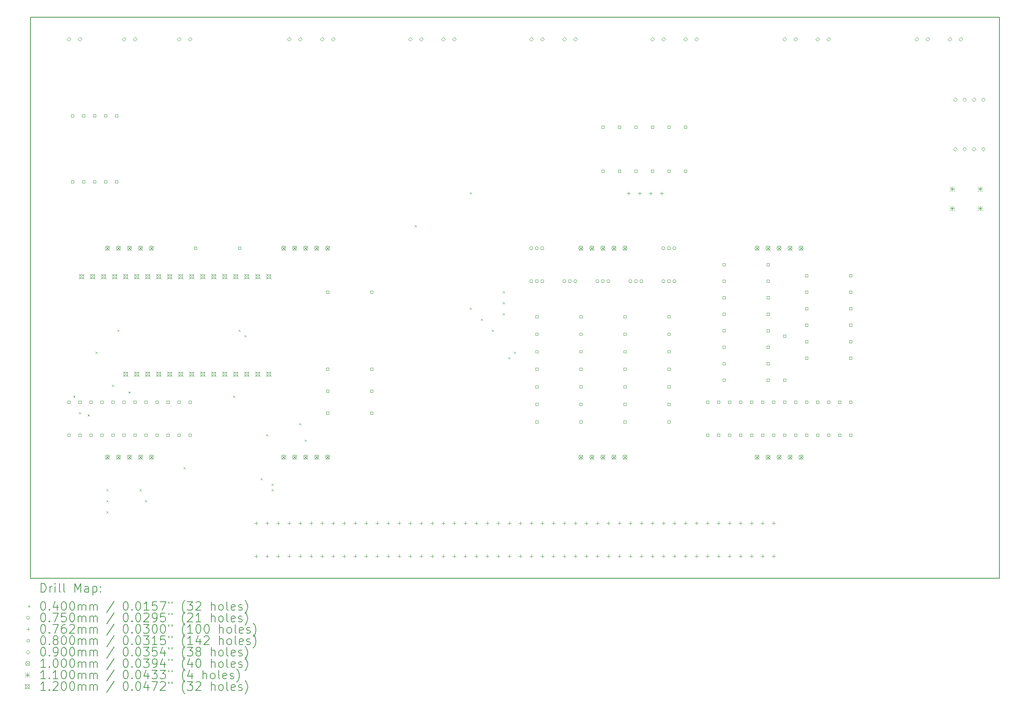
<source format=gbr>
%TF.GenerationSoftware,KiCad,Pcbnew,7.0.9*%
%TF.CreationDate,2023-12-15T21:18:18+02:00*%
%TF.ProjectId,loadshedding,6c6f6164-7368-4656-9464-696e672e6b69,1*%
%TF.SameCoordinates,Original*%
%TF.FileFunction,Drillmap*%
%TF.FilePolarity,Positive*%
%FSLAX45Y45*%
G04 Gerber Fmt 4.5, Leading zero omitted, Abs format (unit mm)*
G04 Created by KiCad (PCBNEW 7.0.9) date 2023-12-15 21:18:18*
%MOMM*%
%LPD*%
G01*
G04 APERTURE LIST*
%ADD10C,0.200000*%
%ADD11C,0.100000*%
%ADD12C,0.110000*%
%ADD13C,0.120000*%
G04 APERTURE END LIST*
D10*
X8890000Y-8890000D02*
X31242000Y-8890000D01*
X31242000Y-21844000D01*
X8890000Y-21844000D01*
X8890000Y-8890000D01*
D11*
X9882221Y-17629221D02*
X9922221Y-17669221D01*
X9922221Y-17629221D02*
X9882221Y-17669221D01*
X10013000Y-18014000D02*
X10053000Y-18054000D01*
X10053000Y-18014000D02*
X10013000Y-18054000D01*
X10212403Y-18061863D02*
X10252403Y-18101863D01*
X10252403Y-18061863D02*
X10212403Y-18101863D01*
X10394000Y-16617000D02*
X10434000Y-16657000D01*
X10434000Y-16617000D02*
X10394000Y-16657000D01*
X10648000Y-19792000D02*
X10688000Y-19832000D01*
X10688000Y-19792000D02*
X10648000Y-19832000D01*
X10648000Y-20046000D02*
X10688000Y-20086000D01*
X10688000Y-20046000D02*
X10648000Y-20086000D01*
X10648000Y-20300000D02*
X10688000Y-20340000D01*
X10688000Y-20300000D02*
X10648000Y-20340000D01*
X10775000Y-17379000D02*
X10815000Y-17419000D01*
X10815000Y-17379000D02*
X10775000Y-17419000D01*
X10902000Y-16109000D02*
X10942000Y-16149000D01*
X10942000Y-16109000D02*
X10902000Y-16149000D01*
X11156000Y-17533450D02*
X11196000Y-17573450D01*
X11196000Y-17533450D02*
X11156000Y-17573450D01*
X11410000Y-19792000D02*
X11450000Y-19832000D01*
X11450000Y-19792000D02*
X11410000Y-19832000D01*
X11537000Y-20046000D02*
X11577000Y-20086000D01*
X11577000Y-20046000D02*
X11537000Y-20086000D01*
X12426000Y-19284000D02*
X12466000Y-19324000D01*
X12466000Y-19284000D02*
X12426000Y-19324000D01*
X13569000Y-17633000D02*
X13609000Y-17673000D01*
X13609000Y-17633000D02*
X13569000Y-17673000D01*
X13696000Y-16109000D02*
X13736000Y-16149000D01*
X13736000Y-16109000D02*
X13696000Y-16149000D01*
X13829550Y-16236000D02*
X13869550Y-16276000D01*
X13869550Y-16236000D02*
X13829550Y-16276000D01*
X14204000Y-19538000D02*
X14244000Y-19578000D01*
X14244000Y-19538000D02*
X14204000Y-19578000D01*
X14331000Y-18522000D02*
X14371000Y-18562000D01*
X14371000Y-18522000D02*
X14331000Y-18562000D01*
X14458000Y-19665000D02*
X14498000Y-19705000D01*
X14498000Y-19665000D02*
X14458000Y-19705000D01*
X14458000Y-19792000D02*
X14498000Y-19832000D01*
X14498000Y-19792000D02*
X14458000Y-19832000D01*
X15093000Y-18268000D02*
X15133000Y-18308000D01*
X15133000Y-18268000D02*
X15093000Y-18308000D01*
X15220000Y-18649000D02*
X15260000Y-18689000D01*
X15260000Y-18649000D02*
X15220000Y-18689000D01*
X17760000Y-13696000D02*
X17800000Y-13736000D01*
X17800000Y-13696000D02*
X17760000Y-13736000D01*
X19030000Y-12934000D02*
X19070000Y-12974000D01*
X19070000Y-12934000D02*
X19030000Y-12974000D01*
X19030000Y-15601000D02*
X19070000Y-15641000D01*
X19070000Y-15601000D02*
X19030000Y-15641000D01*
X19284000Y-15855000D02*
X19324000Y-15895000D01*
X19324000Y-15855000D02*
X19284000Y-15895000D01*
X19538000Y-16109000D02*
X19578000Y-16149000D01*
X19578000Y-16109000D02*
X19538000Y-16149000D01*
X19792000Y-15220000D02*
X19832000Y-15260000D01*
X19832000Y-15220000D02*
X19792000Y-15260000D01*
X19792000Y-15474000D02*
X19832000Y-15514000D01*
X19832000Y-15474000D02*
X19792000Y-15514000D01*
X19792000Y-15728000D02*
X19832000Y-15768000D01*
X19832000Y-15728000D02*
X19792000Y-15768000D01*
X19919000Y-16744000D02*
X19959000Y-16784000D01*
X19959000Y-16744000D02*
X19919000Y-16784000D01*
X20046000Y-16617000D02*
X20086000Y-16657000D01*
X20086000Y-16617000D02*
X20046000Y-16657000D01*
X20484500Y-14224000D02*
G75*
G03*
X20484500Y-14224000I-37500J0D01*
G01*
X20484500Y-14986000D02*
G75*
G03*
X20484500Y-14986000I-37500J0D01*
G01*
X20611500Y-14224000D02*
G75*
G03*
X20611500Y-14224000I-37500J0D01*
G01*
X20611500Y-14986000D02*
G75*
G03*
X20611500Y-14986000I-37500J0D01*
G01*
X20738500Y-14224000D02*
G75*
G03*
X20738500Y-14224000I-37500J0D01*
G01*
X20738500Y-14986000D02*
G75*
G03*
X20738500Y-14986000I-37500J0D01*
G01*
X21246500Y-14986000D02*
G75*
G03*
X21246500Y-14986000I-37500J0D01*
G01*
X21373500Y-14986000D02*
G75*
G03*
X21373500Y-14986000I-37500J0D01*
G01*
X21500500Y-14986000D02*
G75*
G03*
X21500500Y-14986000I-37500J0D01*
G01*
X22008500Y-14986000D02*
G75*
G03*
X22008500Y-14986000I-37500J0D01*
G01*
X22135500Y-14986000D02*
G75*
G03*
X22135500Y-14986000I-37500J0D01*
G01*
X22262500Y-14986000D02*
G75*
G03*
X22262500Y-14986000I-37500J0D01*
G01*
X22770500Y-14986000D02*
G75*
G03*
X22770500Y-14986000I-37500J0D01*
G01*
X22897500Y-14986000D02*
G75*
G03*
X22897500Y-14986000I-37500J0D01*
G01*
X23024500Y-14986000D02*
G75*
G03*
X23024500Y-14986000I-37500J0D01*
G01*
X23532500Y-14224000D02*
G75*
G03*
X23532500Y-14224000I-37500J0D01*
G01*
X23532500Y-14986000D02*
G75*
G03*
X23532500Y-14986000I-37500J0D01*
G01*
X23659500Y-14224000D02*
G75*
G03*
X23659500Y-14224000I-37500J0D01*
G01*
X23659500Y-14986000D02*
G75*
G03*
X23659500Y-14986000I-37500J0D01*
G01*
X23786500Y-14224000D02*
G75*
G03*
X23786500Y-14224000I-37500J0D01*
G01*
X23786500Y-14986000D02*
G75*
G03*
X23786500Y-14986000I-37500J0D01*
G01*
X14097000Y-20535900D02*
X14097000Y-20612100D01*
X14058900Y-20574000D02*
X14135100Y-20574000D01*
X14097000Y-21297900D02*
X14097000Y-21374100D01*
X14058900Y-21336000D02*
X14135100Y-21336000D01*
X14351000Y-20535900D02*
X14351000Y-20612100D01*
X14312900Y-20574000D02*
X14389100Y-20574000D01*
X14351000Y-21297900D02*
X14351000Y-21374100D01*
X14312900Y-21336000D02*
X14389100Y-21336000D01*
X14605000Y-20535900D02*
X14605000Y-20612100D01*
X14566900Y-20574000D02*
X14643100Y-20574000D01*
X14605000Y-21297900D02*
X14605000Y-21374100D01*
X14566900Y-21336000D02*
X14643100Y-21336000D01*
X14859000Y-20535900D02*
X14859000Y-20612100D01*
X14820900Y-20574000D02*
X14897100Y-20574000D01*
X14859000Y-21297900D02*
X14859000Y-21374100D01*
X14820900Y-21336000D02*
X14897100Y-21336000D01*
X15113000Y-20535900D02*
X15113000Y-20612100D01*
X15074900Y-20574000D02*
X15151100Y-20574000D01*
X15113000Y-21297900D02*
X15113000Y-21374100D01*
X15074900Y-21336000D02*
X15151100Y-21336000D01*
X15367000Y-20535900D02*
X15367000Y-20612100D01*
X15328900Y-20574000D02*
X15405100Y-20574000D01*
X15367000Y-21297900D02*
X15367000Y-21374100D01*
X15328900Y-21336000D02*
X15405100Y-21336000D01*
X15621000Y-20535900D02*
X15621000Y-20612100D01*
X15582900Y-20574000D02*
X15659100Y-20574000D01*
X15621000Y-21297900D02*
X15621000Y-21374100D01*
X15582900Y-21336000D02*
X15659100Y-21336000D01*
X15875000Y-20535900D02*
X15875000Y-20612100D01*
X15836900Y-20574000D02*
X15913100Y-20574000D01*
X15875000Y-21297900D02*
X15875000Y-21374100D01*
X15836900Y-21336000D02*
X15913100Y-21336000D01*
X16129000Y-20535900D02*
X16129000Y-20612100D01*
X16090900Y-20574000D02*
X16167100Y-20574000D01*
X16129000Y-21297900D02*
X16129000Y-21374100D01*
X16090900Y-21336000D02*
X16167100Y-21336000D01*
X16383000Y-20535900D02*
X16383000Y-20612100D01*
X16344900Y-20574000D02*
X16421100Y-20574000D01*
X16383000Y-21297900D02*
X16383000Y-21374100D01*
X16344900Y-21336000D02*
X16421100Y-21336000D01*
X16637000Y-20535900D02*
X16637000Y-20612100D01*
X16598900Y-20574000D02*
X16675100Y-20574000D01*
X16637000Y-21297900D02*
X16637000Y-21374100D01*
X16598900Y-21336000D02*
X16675100Y-21336000D01*
X16891000Y-20535900D02*
X16891000Y-20612100D01*
X16852900Y-20574000D02*
X16929100Y-20574000D01*
X16891000Y-21297900D02*
X16891000Y-21374100D01*
X16852900Y-21336000D02*
X16929100Y-21336000D01*
X17145000Y-20535900D02*
X17145000Y-20612100D01*
X17106900Y-20574000D02*
X17183100Y-20574000D01*
X17145000Y-21297900D02*
X17145000Y-21374100D01*
X17106900Y-21336000D02*
X17183100Y-21336000D01*
X17399000Y-20535900D02*
X17399000Y-20612100D01*
X17360900Y-20574000D02*
X17437100Y-20574000D01*
X17399000Y-21297900D02*
X17399000Y-21374100D01*
X17360900Y-21336000D02*
X17437100Y-21336000D01*
X17653000Y-20535900D02*
X17653000Y-20612100D01*
X17614900Y-20574000D02*
X17691100Y-20574000D01*
X17653000Y-21297900D02*
X17653000Y-21374100D01*
X17614900Y-21336000D02*
X17691100Y-21336000D01*
X17907000Y-20535900D02*
X17907000Y-20612100D01*
X17868900Y-20574000D02*
X17945100Y-20574000D01*
X17907000Y-21297900D02*
X17907000Y-21374100D01*
X17868900Y-21336000D02*
X17945100Y-21336000D01*
X18161000Y-20535900D02*
X18161000Y-20612100D01*
X18122900Y-20574000D02*
X18199100Y-20574000D01*
X18161000Y-21297900D02*
X18161000Y-21374100D01*
X18122900Y-21336000D02*
X18199100Y-21336000D01*
X18415000Y-20535900D02*
X18415000Y-20612100D01*
X18376900Y-20574000D02*
X18453100Y-20574000D01*
X18415000Y-21297900D02*
X18415000Y-21374100D01*
X18376900Y-21336000D02*
X18453100Y-21336000D01*
X18669000Y-20535900D02*
X18669000Y-20612100D01*
X18630900Y-20574000D02*
X18707100Y-20574000D01*
X18669000Y-21297900D02*
X18669000Y-21374100D01*
X18630900Y-21336000D02*
X18707100Y-21336000D01*
X18923000Y-20535900D02*
X18923000Y-20612100D01*
X18884900Y-20574000D02*
X18961100Y-20574000D01*
X18923000Y-21297900D02*
X18923000Y-21374100D01*
X18884900Y-21336000D02*
X18961100Y-21336000D01*
X19177000Y-20535900D02*
X19177000Y-20612100D01*
X19138900Y-20574000D02*
X19215100Y-20574000D01*
X19177000Y-21297900D02*
X19177000Y-21374100D01*
X19138900Y-21336000D02*
X19215100Y-21336000D01*
X19431000Y-20535900D02*
X19431000Y-20612100D01*
X19392900Y-20574000D02*
X19469100Y-20574000D01*
X19431000Y-21297900D02*
X19431000Y-21374100D01*
X19392900Y-21336000D02*
X19469100Y-21336000D01*
X19685000Y-20535900D02*
X19685000Y-20612100D01*
X19646900Y-20574000D02*
X19723100Y-20574000D01*
X19685000Y-21297900D02*
X19685000Y-21374100D01*
X19646900Y-21336000D02*
X19723100Y-21336000D01*
X19939000Y-20535900D02*
X19939000Y-20612100D01*
X19900900Y-20574000D02*
X19977100Y-20574000D01*
X19939000Y-21297900D02*
X19939000Y-21374100D01*
X19900900Y-21336000D02*
X19977100Y-21336000D01*
X20193000Y-20535900D02*
X20193000Y-20612100D01*
X20154900Y-20574000D02*
X20231100Y-20574000D01*
X20193000Y-21297900D02*
X20193000Y-21374100D01*
X20154900Y-21336000D02*
X20231100Y-21336000D01*
X20447000Y-20535900D02*
X20447000Y-20612100D01*
X20408900Y-20574000D02*
X20485100Y-20574000D01*
X20447000Y-21297900D02*
X20447000Y-21374100D01*
X20408900Y-21336000D02*
X20485100Y-21336000D01*
X20701000Y-20535900D02*
X20701000Y-20612100D01*
X20662900Y-20574000D02*
X20739100Y-20574000D01*
X20701000Y-21297900D02*
X20701000Y-21374100D01*
X20662900Y-21336000D02*
X20739100Y-21336000D01*
X20955000Y-20535900D02*
X20955000Y-20612100D01*
X20916900Y-20574000D02*
X20993100Y-20574000D01*
X20955000Y-21297900D02*
X20955000Y-21374100D01*
X20916900Y-21336000D02*
X20993100Y-21336000D01*
X21209000Y-20535900D02*
X21209000Y-20612100D01*
X21170900Y-20574000D02*
X21247100Y-20574000D01*
X21209000Y-21297900D02*
X21209000Y-21374100D01*
X21170900Y-21336000D02*
X21247100Y-21336000D01*
X21463000Y-20535900D02*
X21463000Y-20612100D01*
X21424900Y-20574000D02*
X21501100Y-20574000D01*
X21463000Y-21297900D02*
X21463000Y-21374100D01*
X21424900Y-21336000D02*
X21501100Y-21336000D01*
X21717000Y-20535900D02*
X21717000Y-20612100D01*
X21678900Y-20574000D02*
X21755100Y-20574000D01*
X21717000Y-21297900D02*
X21717000Y-21374100D01*
X21678900Y-21336000D02*
X21755100Y-21336000D01*
X21971000Y-20535900D02*
X21971000Y-20612100D01*
X21932900Y-20574000D02*
X22009100Y-20574000D01*
X21971000Y-21297900D02*
X21971000Y-21374100D01*
X21932900Y-21336000D02*
X22009100Y-21336000D01*
X22225000Y-20535900D02*
X22225000Y-20612100D01*
X22186900Y-20574000D02*
X22263100Y-20574000D01*
X22225000Y-21297900D02*
X22225000Y-21374100D01*
X22186900Y-21336000D02*
X22263100Y-21336000D01*
X22479000Y-20535900D02*
X22479000Y-20612100D01*
X22440900Y-20574000D02*
X22517100Y-20574000D01*
X22479000Y-21297900D02*
X22479000Y-21374100D01*
X22440900Y-21336000D02*
X22517100Y-21336000D01*
X22694200Y-12921500D02*
X22694200Y-12997700D01*
X22656100Y-12959600D02*
X22732300Y-12959600D01*
X22733000Y-20535900D02*
X22733000Y-20612100D01*
X22694900Y-20574000D02*
X22771100Y-20574000D01*
X22733000Y-21297900D02*
X22733000Y-21374100D01*
X22694900Y-21336000D02*
X22771100Y-21336000D01*
X22948200Y-12921500D02*
X22948200Y-12997700D01*
X22910100Y-12959600D02*
X22986300Y-12959600D01*
X22987000Y-20535900D02*
X22987000Y-20612100D01*
X22948900Y-20574000D02*
X23025100Y-20574000D01*
X22987000Y-21297900D02*
X22987000Y-21374100D01*
X22948900Y-21336000D02*
X23025100Y-21336000D01*
X23202200Y-12921500D02*
X23202200Y-12997700D01*
X23164100Y-12959600D02*
X23240300Y-12959600D01*
X23241000Y-20535900D02*
X23241000Y-20612100D01*
X23202900Y-20574000D02*
X23279100Y-20574000D01*
X23241000Y-21297900D02*
X23241000Y-21374100D01*
X23202900Y-21336000D02*
X23279100Y-21336000D01*
X23456200Y-12921500D02*
X23456200Y-12997700D01*
X23418100Y-12959600D02*
X23494300Y-12959600D01*
X23495000Y-20535900D02*
X23495000Y-20612100D01*
X23456900Y-20574000D02*
X23533100Y-20574000D01*
X23495000Y-21297900D02*
X23495000Y-21374100D01*
X23456900Y-21336000D02*
X23533100Y-21336000D01*
X23749000Y-20535900D02*
X23749000Y-20612100D01*
X23710900Y-20574000D02*
X23787100Y-20574000D01*
X23749000Y-21297900D02*
X23749000Y-21374100D01*
X23710900Y-21336000D02*
X23787100Y-21336000D01*
X24003000Y-20535900D02*
X24003000Y-20612100D01*
X23964900Y-20574000D02*
X24041100Y-20574000D01*
X24003000Y-21297900D02*
X24003000Y-21374100D01*
X23964900Y-21336000D02*
X24041100Y-21336000D01*
X24257000Y-20535900D02*
X24257000Y-20612100D01*
X24218900Y-20574000D02*
X24295100Y-20574000D01*
X24257000Y-21297900D02*
X24257000Y-21374100D01*
X24218900Y-21336000D02*
X24295100Y-21336000D01*
X24511000Y-20535900D02*
X24511000Y-20612100D01*
X24472900Y-20574000D02*
X24549100Y-20574000D01*
X24511000Y-21297900D02*
X24511000Y-21374100D01*
X24472900Y-21336000D02*
X24549100Y-21336000D01*
X24765000Y-20535900D02*
X24765000Y-20612100D01*
X24726900Y-20574000D02*
X24803100Y-20574000D01*
X24765000Y-21297900D02*
X24765000Y-21374100D01*
X24726900Y-21336000D02*
X24803100Y-21336000D01*
X25019000Y-20535900D02*
X25019000Y-20612100D01*
X24980900Y-20574000D02*
X25057100Y-20574000D01*
X25019000Y-21297900D02*
X25019000Y-21374100D01*
X24980900Y-21336000D02*
X25057100Y-21336000D01*
X25273000Y-20535900D02*
X25273000Y-20612100D01*
X25234900Y-20574000D02*
X25311100Y-20574000D01*
X25273000Y-21297900D02*
X25273000Y-21374100D01*
X25234900Y-21336000D02*
X25311100Y-21336000D01*
X25527000Y-20535900D02*
X25527000Y-20612100D01*
X25488900Y-20574000D02*
X25565100Y-20574000D01*
X25527000Y-21297900D02*
X25527000Y-21374100D01*
X25488900Y-21336000D02*
X25565100Y-21336000D01*
X25781000Y-20535900D02*
X25781000Y-20612100D01*
X25742900Y-20574000D02*
X25819100Y-20574000D01*
X25781000Y-21297900D02*
X25781000Y-21374100D01*
X25742900Y-21336000D02*
X25819100Y-21336000D01*
X26035000Y-20535900D02*
X26035000Y-20612100D01*
X25996900Y-20574000D02*
X26073100Y-20574000D01*
X26035000Y-21297900D02*
X26035000Y-21374100D01*
X25996900Y-21336000D02*
X26073100Y-21336000D01*
X9807285Y-17808285D02*
X9807285Y-17751716D01*
X9750716Y-17751716D01*
X9750716Y-17808285D01*
X9807285Y-17808285D01*
X9807285Y-18570285D02*
X9807285Y-18513716D01*
X9750716Y-18513716D01*
X9750716Y-18570285D01*
X9807285Y-18570285D01*
X9893818Y-11192034D02*
X9893818Y-11135466D01*
X9837249Y-11135466D01*
X9837249Y-11192034D01*
X9893818Y-11192034D01*
X9893818Y-12716034D02*
X9893818Y-12659465D01*
X9837249Y-12659465D01*
X9837249Y-12716034D01*
X9893818Y-12716034D01*
X10061285Y-17808285D02*
X10061285Y-17751716D01*
X10004716Y-17751716D01*
X10004716Y-17808285D01*
X10061285Y-17808285D01*
X10061285Y-18570285D02*
X10061285Y-18513716D01*
X10004716Y-18513716D01*
X10004716Y-18570285D01*
X10061285Y-18570285D01*
X10147818Y-11192034D02*
X10147818Y-11135466D01*
X10091249Y-11135466D01*
X10091249Y-11192034D01*
X10147818Y-11192034D01*
X10147818Y-12716034D02*
X10147818Y-12659465D01*
X10091249Y-12659465D01*
X10091249Y-12716034D01*
X10147818Y-12716034D01*
X10315285Y-17808285D02*
X10315285Y-17751716D01*
X10258716Y-17751716D01*
X10258716Y-17808285D01*
X10315285Y-17808285D01*
X10315285Y-18570285D02*
X10315285Y-18513716D01*
X10258716Y-18513716D01*
X10258716Y-18570285D01*
X10315285Y-18570285D01*
X10401818Y-11192034D02*
X10401818Y-11135466D01*
X10345249Y-11135466D01*
X10345249Y-11192034D01*
X10401818Y-11192034D01*
X10401818Y-12716034D02*
X10401818Y-12659465D01*
X10345249Y-12659465D01*
X10345249Y-12716034D01*
X10401818Y-12716034D01*
X10569285Y-17808285D02*
X10569285Y-17751716D01*
X10512716Y-17751716D01*
X10512716Y-17808285D01*
X10569285Y-17808285D01*
X10569285Y-18570285D02*
X10569285Y-18513716D01*
X10512716Y-18513716D01*
X10512716Y-18570285D01*
X10569285Y-18570285D01*
X10655818Y-11192034D02*
X10655818Y-11135466D01*
X10599249Y-11135466D01*
X10599249Y-11192034D01*
X10655818Y-11192034D01*
X10655818Y-12716034D02*
X10655818Y-12659465D01*
X10599249Y-12659465D01*
X10599249Y-12716034D01*
X10655818Y-12716034D01*
X10823285Y-17808285D02*
X10823285Y-17751716D01*
X10766716Y-17751716D01*
X10766716Y-17808285D01*
X10823285Y-17808285D01*
X10823285Y-18570285D02*
X10823285Y-18513716D01*
X10766716Y-18513716D01*
X10766716Y-18570285D01*
X10823285Y-18570285D01*
X10909818Y-11192034D02*
X10909818Y-11135466D01*
X10853249Y-11135466D01*
X10853249Y-11192034D01*
X10909818Y-11192034D01*
X10909818Y-12716034D02*
X10909818Y-12659465D01*
X10853249Y-12659465D01*
X10853249Y-12716034D01*
X10909818Y-12716034D01*
X11077285Y-17808285D02*
X11077285Y-17751716D01*
X11020716Y-17751716D01*
X11020716Y-17808285D01*
X11077285Y-17808285D01*
X11077285Y-18570285D02*
X11077285Y-18513716D01*
X11020716Y-18513716D01*
X11020716Y-18570285D01*
X11077285Y-18570285D01*
X11331284Y-17808285D02*
X11331284Y-17751716D01*
X11274715Y-17751716D01*
X11274715Y-17808285D01*
X11331284Y-17808285D01*
X11331284Y-18570285D02*
X11331284Y-18513716D01*
X11274715Y-18513716D01*
X11274715Y-18570285D01*
X11331284Y-18570285D01*
X11585284Y-17808285D02*
X11585284Y-17751716D01*
X11528715Y-17751716D01*
X11528715Y-17808285D01*
X11585284Y-17808285D01*
X11585284Y-18570285D02*
X11585284Y-18513716D01*
X11528715Y-18513716D01*
X11528715Y-18570285D01*
X11585284Y-18570285D01*
X11839284Y-17808285D02*
X11839284Y-17751716D01*
X11782715Y-17751716D01*
X11782715Y-17808285D01*
X11839284Y-17808285D01*
X11839284Y-18570285D02*
X11839284Y-18513716D01*
X11782715Y-18513716D01*
X11782715Y-18570285D01*
X11839284Y-18570285D01*
X12093284Y-17808285D02*
X12093284Y-17751716D01*
X12036715Y-17751716D01*
X12036715Y-17808285D01*
X12093284Y-17808285D01*
X12093284Y-18570285D02*
X12093284Y-18513716D01*
X12036715Y-18513716D01*
X12036715Y-18570285D01*
X12093284Y-18570285D01*
X12347284Y-17808285D02*
X12347284Y-17751716D01*
X12290715Y-17751716D01*
X12290715Y-17808285D01*
X12347284Y-17808285D01*
X12347284Y-18570285D02*
X12347284Y-18513716D01*
X12290715Y-18513716D01*
X12290715Y-18570285D01*
X12347284Y-18570285D01*
X12601284Y-17808285D02*
X12601284Y-17751716D01*
X12544715Y-17751716D01*
X12544715Y-17808285D01*
X12601284Y-17808285D01*
X12601284Y-18570285D02*
X12601284Y-18513716D01*
X12544715Y-18513716D01*
X12544715Y-18570285D01*
X12601284Y-18570285D01*
X12728284Y-14252284D02*
X12728284Y-14195715D01*
X12671715Y-14195715D01*
X12671715Y-14252284D01*
X12728284Y-14252284D01*
X13744284Y-14252284D02*
X13744284Y-14195715D01*
X13687715Y-14195715D01*
X13687715Y-14252284D01*
X13744284Y-14252284D01*
X15776284Y-15268284D02*
X15776284Y-15211715D01*
X15719715Y-15211715D01*
X15719715Y-15268284D01*
X15776284Y-15268284D01*
X15776284Y-17046285D02*
X15776284Y-16989716D01*
X15719715Y-16989716D01*
X15719715Y-17046285D01*
X15776284Y-17046285D01*
X15776284Y-17554285D02*
X15776284Y-17497716D01*
X15719715Y-17497716D01*
X15719715Y-17554285D01*
X15776284Y-17554285D01*
X15776284Y-18062285D02*
X15776284Y-18005716D01*
X15719715Y-18005716D01*
X15719715Y-18062285D01*
X15776284Y-18062285D01*
X16792285Y-15268284D02*
X16792285Y-15211715D01*
X16735715Y-15211715D01*
X16735715Y-15268284D01*
X16792285Y-15268284D01*
X16792285Y-17046285D02*
X16792285Y-16989716D01*
X16735715Y-16989716D01*
X16735715Y-17046285D01*
X16792285Y-17046285D01*
X16792285Y-17554285D02*
X16792285Y-17497716D01*
X16735715Y-17497716D01*
X16735715Y-17554285D01*
X16792285Y-17554285D01*
X16792285Y-18062285D02*
X16792285Y-18005716D01*
X16735715Y-18005716D01*
X16735715Y-18062285D01*
X16792285Y-18062285D01*
X20602285Y-15831284D02*
X20602285Y-15774715D01*
X20545716Y-15774715D01*
X20545716Y-15831284D01*
X20602285Y-15831284D01*
X20602285Y-16236284D02*
X20602285Y-16179715D01*
X20545716Y-16179715D01*
X20545716Y-16236284D01*
X20602285Y-16236284D01*
X20602285Y-16641284D02*
X20602285Y-16584715D01*
X20545716Y-16584715D01*
X20545716Y-16641284D01*
X20602285Y-16641284D01*
X20602285Y-17046285D02*
X20602285Y-16989716D01*
X20545716Y-16989716D01*
X20545716Y-17046285D01*
X20602285Y-17046285D01*
X20602285Y-17451285D02*
X20602285Y-17394716D01*
X20545716Y-17394716D01*
X20545716Y-17451285D01*
X20602285Y-17451285D01*
X20602285Y-17856285D02*
X20602285Y-17799716D01*
X20545716Y-17799716D01*
X20545716Y-17856285D01*
X20602285Y-17856285D01*
X20602285Y-18261285D02*
X20602285Y-18204716D01*
X20545716Y-18204716D01*
X20545716Y-18261285D01*
X20602285Y-18261285D01*
X21618285Y-15831284D02*
X21618285Y-15774715D01*
X21561716Y-15774715D01*
X21561716Y-15831284D01*
X21618285Y-15831284D01*
X21618285Y-16236284D02*
X21618285Y-16179715D01*
X21561716Y-16179715D01*
X21561716Y-16236284D01*
X21618285Y-16236284D01*
X21618285Y-16641284D02*
X21618285Y-16584715D01*
X21561716Y-16584715D01*
X21561716Y-16641284D01*
X21618285Y-16641284D01*
X21618285Y-17046285D02*
X21618285Y-16989716D01*
X21561716Y-16989716D01*
X21561716Y-17046285D01*
X21618285Y-17046285D01*
X21618285Y-17451285D02*
X21618285Y-17394716D01*
X21561716Y-17394716D01*
X21561716Y-17451285D01*
X21618285Y-17451285D01*
X21618285Y-17856285D02*
X21618285Y-17799716D01*
X21561716Y-17799716D01*
X21561716Y-17856285D01*
X21618285Y-17856285D01*
X21618285Y-18261285D02*
X21618285Y-18204716D01*
X21561716Y-18204716D01*
X21561716Y-18261285D01*
X21618285Y-18261285D01*
X22126285Y-11458284D02*
X22126285Y-11401715D01*
X22069716Y-11401715D01*
X22069716Y-11458284D01*
X22126285Y-11458284D01*
X22126285Y-12474284D02*
X22126285Y-12417715D01*
X22069716Y-12417715D01*
X22069716Y-12474284D01*
X22126285Y-12474284D01*
X22507284Y-11458284D02*
X22507284Y-11401715D01*
X22450715Y-11401715D01*
X22450715Y-11458284D01*
X22507284Y-11458284D01*
X22507284Y-12474284D02*
X22507284Y-12417715D01*
X22450715Y-12417715D01*
X22450715Y-12474284D01*
X22507284Y-12474284D01*
X22634284Y-15831284D02*
X22634284Y-15774715D01*
X22577715Y-15774715D01*
X22577715Y-15831284D01*
X22634284Y-15831284D01*
X22634284Y-16236284D02*
X22634284Y-16179715D01*
X22577715Y-16179715D01*
X22577715Y-16236284D01*
X22634284Y-16236284D01*
X22634284Y-16641284D02*
X22634284Y-16584715D01*
X22577715Y-16584715D01*
X22577715Y-16641284D01*
X22634284Y-16641284D01*
X22634284Y-17046285D02*
X22634284Y-16989716D01*
X22577715Y-16989716D01*
X22577715Y-17046285D01*
X22634284Y-17046285D01*
X22634284Y-17451285D02*
X22634284Y-17394716D01*
X22577715Y-17394716D01*
X22577715Y-17451285D01*
X22634284Y-17451285D01*
X22634284Y-17856285D02*
X22634284Y-17799716D01*
X22577715Y-17799716D01*
X22577715Y-17856285D01*
X22634284Y-17856285D01*
X22634284Y-18261285D02*
X22634284Y-18204716D01*
X22577715Y-18204716D01*
X22577715Y-18261285D01*
X22634284Y-18261285D01*
X22888284Y-11458284D02*
X22888284Y-11401715D01*
X22831715Y-11401715D01*
X22831715Y-11458284D01*
X22888284Y-11458284D01*
X22888284Y-12474284D02*
X22888284Y-12417715D01*
X22831715Y-12417715D01*
X22831715Y-12474284D01*
X22888284Y-12474284D01*
X23269284Y-11458284D02*
X23269284Y-11401715D01*
X23212715Y-11401715D01*
X23212715Y-11458284D01*
X23269284Y-11458284D01*
X23269284Y-12474284D02*
X23269284Y-12417715D01*
X23212715Y-12417715D01*
X23212715Y-12474284D01*
X23269284Y-12474284D01*
X23650284Y-11458284D02*
X23650284Y-11401715D01*
X23593715Y-11401715D01*
X23593715Y-11458284D01*
X23650284Y-11458284D01*
X23650284Y-12474284D02*
X23650284Y-12417715D01*
X23593715Y-12417715D01*
X23593715Y-12474284D01*
X23650284Y-12474284D01*
X23650284Y-15831284D02*
X23650284Y-15774715D01*
X23593715Y-15774715D01*
X23593715Y-15831284D01*
X23650284Y-15831284D01*
X23650284Y-16236284D02*
X23650284Y-16179715D01*
X23593715Y-16179715D01*
X23593715Y-16236284D01*
X23650284Y-16236284D01*
X23650284Y-16641284D02*
X23650284Y-16584715D01*
X23593715Y-16584715D01*
X23593715Y-16641284D01*
X23650284Y-16641284D01*
X23650284Y-17046285D02*
X23650284Y-16989716D01*
X23593715Y-16989716D01*
X23593715Y-17046285D01*
X23650284Y-17046285D01*
X23650284Y-17451285D02*
X23650284Y-17394716D01*
X23593715Y-17394716D01*
X23593715Y-17451285D01*
X23650284Y-17451285D01*
X23650284Y-17856285D02*
X23650284Y-17799716D01*
X23593715Y-17799716D01*
X23593715Y-17856285D01*
X23650284Y-17856285D01*
X23650284Y-18261285D02*
X23650284Y-18204716D01*
X23593715Y-18204716D01*
X23593715Y-18261285D01*
X23650284Y-18261285D01*
X24031284Y-11458284D02*
X24031284Y-11401715D01*
X23974715Y-11401715D01*
X23974715Y-11458284D01*
X24031284Y-11458284D01*
X24031284Y-12474284D02*
X24031284Y-12417715D01*
X23974715Y-12417715D01*
X23974715Y-12474284D01*
X24031284Y-12474284D01*
X24538284Y-17808285D02*
X24538284Y-17751716D01*
X24481715Y-17751716D01*
X24481715Y-17808285D01*
X24538284Y-17808285D01*
X24538284Y-18570285D02*
X24538284Y-18513716D01*
X24481715Y-18513716D01*
X24481715Y-18570285D01*
X24538284Y-18570285D01*
X24792284Y-17808285D02*
X24792284Y-17751716D01*
X24735715Y-17751716D01*
X24735715Y-17808285D01*
X24792284Y-17808285D01*
X24792284Y-18570285D02*
X24792284Y-18513716D01*
X24735715Y-18513716D01*
X24735715Y-18570285D01*
X24792284Y-18570285D01*
X24920284Y-14633284D02*
X24920284Y-14576715D01*
X24863715Y-14576715D01*
X24863715Y-14633284D01*
X24920284Y-14633284D01*
X24920284Y-15014284D02*
X24920284Y-14957715D01*
X24863715Y-14957715D01*
X24863715Y-15014284D01*
X24920284Y-15014284D01*
X24920284Y-15395284D02*
X24920284Y-15338715D01*
X24863715Y-15338715D01*
X24863715Y-15395284D01*
X24920284Y-15395284D01*
X24920284Y-15776284D02*
X24920284Y-15719715D01*
X24863715Y-15719715D01*
X24863715Y-15776284D01*
X24920284Y-15776284D01*
X24920284Y-16157284D02*
X24920284Y-16100715D01*
X24863715Y-16100715D01*
X24863715Y-16157284D01*
X24920284Y-16157284D01*
X24920284Y-16538284D02*
X24920284Y-16481715D01*
X24863715Y-16481715D01*
X24863715Y-16538284D01*
X24920284Y-16538284D01*
X24920284Y-16919285D02*
X24920284Y-16862716D01*
X24863715Y-16862716D01*
X24863715Y-16919285D01*
X24920284Y-16919285D01*
X24920284Y-17300285D02*
X24920284Y-17243716D01*
X24863715Y-17243716D01*
X24863715Y-17300285D01*
X24920284Y-17300285D01*
X25046284Y-17808285D02*
X25046284Y-17751716D01*
X24989715Y-17751716D01*
X24989715Y-17808285D01*
X25046284Y-17808285D01*
X25046284Y-18570285D02*
X25046284Y-18513716D01*
X24989715Y-18513716D01*
X24989715Y-18570285D01*
X25046284Y-18570285D01*
X25300284Y-17808285D02*
X25300284Y-17751716D01*
X25243715Y-17751716D01*
X25243715Y-17808285D01*
X25300284Y-17808285D01*
X25300284Y-18570285D02*
X25300284Y-18513716D01*
X25243715Y-18513716D01*
X25243715Y-18570285D01*
X25300284Y-18570285D01*
X25554284Y-17808285D02*
X25554284Y-17751716D01*
X25497715Y-17751716D01*
X25497715Y-17808285D01*
X25554284Y-17808285D01*
X25554284Y-18570285D02*
X25554284Y-18513716D01*
X25497715Y-18513716D01*
X25497715Y-18570285D01*
X25554284Y-18570285D01*
X25808284Y-17808285D02*
X25808284Y-17751716D01*
X25751715Y-17751716D01*
X25751715Y-17808285D01*
X25808284Y-17808285D01*
X25808284Y-18570285D02*
X25808284Y-18513716D01*
X25751715Y-18513716D01*
X25751715Y-18570285D01*
X25808284Y-18570285D01*
X25936284Y-14633284D02*
X25936284Y-14576715D01*
X25879715Y-14576715D01*
X25879715Y-14633284D01*
X25936284Y-14633284D01*
X25936284Y-15014284D02*
X25936284Y-14957715D01*
X25879715Y-14957715D01*
X25879715Y-15014284D01*
X25936284Y-15014284D01*
X25936284Y-15395284D02*
X25936284Y-15338715D01*
X25879715Y-15338715D01*
X25879715Y-15395284D01*
X25936284Y-15395284D01*
X25936284Y-15776284D02*
X25936284Y-15719715D01*
X25879715Y-15719715D01*
X25879715Y-15776284D01*
X25936284Y-15776284D01*
X25936284Y-16157284D02*
X25936284Y-16100715D01*
X25879715Y-16100715D01*
X25879715Y-16157284D01*
X25936284Y-16157284D01*
X25936284Y-16538284D02*
X25936284Y-16481715D01*
X25879715Y-16481715D01*
X25879715Y-16538284D01*
X25936284Y-16538284D01*
X25936284Y-16919285D02*
X25936284Y-16862716D01*
X25879715Y-16862716D01*
X25879715Y-16919285D01*
X25936284Y-16919285D01*
X25936284Y-17300285D02*
X25936284Y-17243716D01*
X25879715Y-17243716D01*
X25879715Y-17300285D01*
X25936284Y-17300285D01*
X26062284Y-17808285D02*
X26062284Y-17751716D01*
X26005715Y-17751716D01*
X26005715Y-17808285D01*
X26062284Y-17808285D01*
X26062284Y-18570285D02*
X26062284Y-18513716D01*
X26005715Y-18513716D01*
X26005715Y-18570285D01*
X26062284Y-18570285D01*
X26316284Y-17808285D02*
X26316284Y-17751716D01*
X26259715Y-17751716D01*
X26259715Y-17808285D01*
X26316284Y-17808285D01*
X26316284Y-18570285D02*
X26316284Y-18513716D01*
X26259715Y-18513716D01*
X26259715Y-18570285D01*
X26316284Y-18570285D01*
X26317284Y-16284284D02*
X26317284Y-16227715D01*
X26260715Y-16227715D01*
X26260715Y-16284284D01*
X26317284Y-16284284D01*
X26317284Y-17300285D02*
X26317284Y-17243716D01*
X26260715Y-17243716D01*
X26260715Y-17300285D01*
X26317284Y-17300285D01*
X26570284Y-17808285D02*
X26570284Y-17751716D01*
X26513715Y-17751716D01*
X26513715Y-17808285D01*
X26570284Y-17808285D01*
X26570284Y-18570285D02*
X26570284Y-18513716D01*
X26513715Y-18513716D01*
X26513715Y-18570285D01*
X26570284Y-18570285D01*
X26824284Y-17808285D02*
X26824284Y-17751716D01*
X26767715Y-17751716D01*
X26767715Y-17808285D01*
X26824284Y-17808285D01*
X26824284Y-18570285D02*
X26824284Y-18513716D01*
X26767715Y-18513716D01*
X26767715Y-18570285D01*
X26824284Y-18570285D01*
X26825284Y-14887284D02*
X26825284Y-14830715D01*
X26768715Y-14830715D01*
X26768715Y-14887284D01*
X26825284Y-14887284D01*
X26825284Y-15268284D02*
X26825284Y-15211715D01*
X26768715Y-15211715D01*
X26768715Y-15268284D01*
X26825284Y-15268284D01*
X26825284Y-15649284D02*
X26825284Y-15592715D01*
X26768715Y-15592715D01*
X26768715Y-15649284D01*
X26825284Y-15649284D01*
X26825284Y-16030284D02*
X26825284Y-15973715D01*
X26768715Y-15973715D01*
X26768715Y-16030284D01*
X26825284Y-16030284D01*
X26825284Y-16411284D02*
X26825284Y-16354715D01*
X26768715Y-16354715D01*
X26768715Y-16411284D01*
X26825284Y-16411284D01*
X26825284Y-16792285D02*
X26825284Y-16735715D01*
X26768715Y-16735715D01*
X26768715Y-16792285D01*
X26825284Y-16792285D01*
X27078284Y-17808285D02*
X27078284Y-17751716D01*
X27021715Y-17751716D01*
X27021715Y-17808285D01*
X27078284Y-17808285D01*
X27078284Y-18570285D02*
X27078284Y-18513716D01*
X27021715Y-18513716D01*
X27021715Y-18570285D01*
X27078284Y-18570285D01*
X27332284Y-17808285D02*
X27332284Y-17751716D01*
X27275715Y-17751716D01*
X27275715Y-17808285D01*
X27332284Y-17808285D01*
X27332284Y-18570285D02*
X27332284Y-18513716D01*
X27275715Y-18513716D01*
X27275715Y-18570285D01*
X27332284Y-18570285D01*
X27586284Y-17808285D02*
X27586284Y-17751716D01*
X27529715Y-17751716D01*
X27529715Y-17808285D01*
X27586284Y-17808285D01*
X27586284Y-18570285D02*
X27586284Y-18513716D01*
X27529715Y-18513716D01*
X27529715Y-18570285D01*
X27586284Y-18570285D01*
X27840284Y-17808285D02*
X27840284Y-17751716D01*
X27783715Y-17751716D01*
X27783715Y-17808285D01*
X27840284Y-17808285D01*
X27840284Y-18570285D02*
X27840284Y-18513716D01*
X27783715Y-18513716D01*
X27783715Y-18570285D01*
X27840284Y-18570285D01*
X27841284Y-14887284D02*
X27841284Y-14830715D01*
X27784715Y-14830715D01*
X27784715Y-14887284D01*
X27841284Y-14887284D01*
X27841284Y-15268284D02*
X27841284Y-15211715D01*
X27784715Y-15211715D01*
X27784715Y-15268284D01*
X27841284Y-15268284D01*
X27841284Y-15649284D02*
X27841284Y-15592715D01*
X27784715Y-15592715D01*
X27784715Y-15649284D01*
X27841284Y-15649284D01*
X27841284Y-16030284D02*
X27841284Y-15973715D01*
X27784715Y-15973715D01*
X27784715Y-16030284D01*
X27841284Y-16030284D01*
X27841284Y-16411284D02*
X27841284Y-16354715D01*
X27784715Y-16354715D01*
X27784715Y-16411284D01*
X27841284Y-16411284D01*
X27841284Y-16792285D02*
X27841284Y-16735715D01*
X27784715Y-16735715D01*
X27784715Y-16792285D01*
X27841284Y-16792285D01*
X9779000Y-9443000D02*
X9824000Y-9398000D01*
X9779000Y-9353000D01*
X9734000Y-9398000D01*
X9779000Y-9443000D01*
X10033000Y-9443000D02*
X10078000Y-9398000D01*
X10033000Y-9353000D01*
X9988000Y-9398000D01*
X10033000Y-9443000D01*
X11049000Y-9443000D02*
X11094000Y-9398000D01*
X11049000Y-9353000D01*
X11004000Y-9398000D01*
X11049000Y-9443000D01*
X11303000Y-9443000D02*
X11348000Y-9398000D01*
X11303000Y-9353000D01*
X11258000Y-9398000D01*
X11303000Y-9443000D01*
X12319000Y-9443000D02*
X12364000Y-9398000D01*
X12319000Y-9353000D01*
X12274000Y-9398000D01*
X12319000Y-9443000D01*
X12573000Y-9443000D02*
X12618000Y-9398000D01*
X12573000Y-9353000D01*
X12528000Y-9398000D01*
X12573000Y-9443000D01*
X14859000Y-9443000D02*
X14904000Y-9398000D01*
X14859000Y-9353000D01*
X14814000Y-9398000D01*
X14859000Y-9443000D01*
X15113000Y-9443000D02*
X15158000Y-9398000D01*
X15113000Y-9353000D01*
X15068000Y-9398000D01*
X15113000Y-9443000D01*
X15621000Y-9443000D02*
X15666000Y-9398000D01*
X15621000Y-9353000D01*
X15576000Y-9398000D01*
X15621000Y-9443000D01*
X15875000Y-9443000D02*
X15920000Y-9398000D01*
X15875000Y-9353000D01*
X15830000Y-9398000D01*
X15875000Y-9443000D01*
X17653000Y-9443000D02*
X17698000Y-9398000D01*
X17653000Y-9353000D01*
X17608000Y-9398000D01*
X17653000Y-9443000D01*
X17907000Y-9443000D02*
X17952000Y-9398000D01*
X17907000Y-9353000D01*
X17862000Y-9398000D01*
X17907000Y-9443000D01*
X18415000Y-9443000D02*
X18460000Y-9398000D01*
X18415000Y-9353000D01*
X18370000Y-9398000D01*
X18415000Y-9443000D01*
X18669000Y-9443000D02*
X18714000Y-9398000D01*
X18669000Y-9353000D01*
X18624000Y-9398000D01*
X18669000Y-9443000D01*
X20447000Y-9443000D02*
X20492000Y-9398000D01*
X20447000Y-9353000D01*
X20402000Y-9398000D01*
X20447000Y-9443000D01*
X20701000Y-9443000D02*
X20746000Y-9398000D01*
X20701000Y-9353000D01*
X20656000Y-9398000D01*
X20701000Y-9443000D01*
X21209000Y-9443000D02*
X21254000Y-9398000D01*
X21209000Y-9353000D01*
X21164000Y-9398000D01*
X21209000Y-9443000D01*
X21463000Y-9443000D02*
X21508000Y-9398000D01*
X21463000Y-9353000D01*
X21418000Y-9398000D01*
X21463000Y-9443000D01*
X23241000Y-9443000D02*
X23286000Y-9398000D01*
X23241000Y-9353000D01*
X23196000Y-9398000D01*
X23241000Y-9443000D01*
X23495000Y-9443000D02*
X23540000Y-9398000D01*
X23495000Y-9353000D01*
X23450000Y-9398000D01*
X23495000Y-9443000D01*
X24003000Y-9443000D02*
X24048000Y-9398000D01*
X24003000Y-9353000D01*
X23958000Y-9398000D01*
X24003000Y-9443000D01*
X24257000Y-9443000D02*
X24302000Y-9398000D01*
X24257000Y-9353000D01*
X24212000Y-9398000D01*
X24257000Y-9443000D01*
X26289000Y-9443000D02*
X26334000Y-9398000D01*
X26289000Y-9353000D01*
X26244000Y-9398000D01*
X26289000Y-9443000D01*
X26543000Y-9443000D02*
X26588000Y-9398000D01*
X26543000Y-9353000D01*
X26498000Y-9398000D01*
X26543000Y-9443000D01*
X27051000Y-9443000D02*
X27096000Y-9398000D01*
X27051000Y-9353000D01*
X27006000Y-9398000D01*
X27051000Y-9443000D01*
X27305000Y-9443000D02*
X27350000Y-9398000D01*
X27305000Y-9353000D01*
X27260000Y-9398000D01*
X27305000Y-9443000D01*
X29337000Y-9443000D02*
X29382000Y-9398000D01*
X29337000Y-9353000D01*
X29292000Y-9398000D01*
X29337000Y-9443000D01*
X29591000Y-9443000D02*
X29636000Y-9398000D01*
X29591000Y-9353000D01*
X29546000Y-9398000D01*
X29591000Y-9443000D01*
X30099000Y-9443000D02*
X30144000Y-9398000D01*
X30099000Y-9353000D01*
X30054000Y-9398000D01*
X30099000Y-9443000D01*
X30226000Y-10840000D02*
X30271000Y-10795000D01*
X30226000Y-10750000D01*
X30181000Y-10795000D01*
X30226000Y-10840000D01*
X30226000Y-11983000D02*
X30271000Y-11938000D01*
X30226000Y-11893000D01*
X30181000Y-11938000D01*
X30226000Y-11983000D01*
X30353000Y-9443000D02*
X30398000Y-9398000D01*
X30353000Y-9353000D01*
X30308000Y-9398000D01*
X30353000Y-9443000D01*
X30441900Y-10840000D02*
X30486900Y-10795000D01*
X30441900Y-10750000D01*
X30396900Y-10795000D01*
X30441900Y-10840000D01*
X30441900Y-11983000D02*
X30486900Y-11938000D01*
X30441900Y-11893000D01*
X30396900Y-11938000D01*
X30441900Y-11983000D01*
X30657800Y-10840000D02*
X30702800Y-10795000D01*
X30657800Y-10750000D01*
X30612800Y-10795000D01*
X30657800Y-10840000D01*
X30657800Y-11983000D02*
X30702800Y-11938000D01*
X30657800Y-11893000D01*
X30612800Y-11938000D01*
X30657800Y-11983000D01*
X30873700Y-10840000D02*
X30918700Y-10795000D01*
X30873700Y-10750000D01*
X30828700Y-10795000D01*
X30873700Y-10840000D01*
X30873700Y-11983000D02*
X30918700Y-11938000D01*
X30873700Y-11893000D01*
X30828700Y-11938000D01*
X30873700Y-11983000D01*
X10618000Y-14174000D02*
X10718000Y-14274000D01*
X10718000Y-14174000D02*
X10618000Y-14274000D01*
X10718000Y-14224000D02*
G75*
G03*
X10718000Y-14224000I-50000J0D01*
G01*
X10618000Y-19000000D02*
X10718000Y-19100000D01*
X10718000Y-19000000D02*
X10618000Y-19100000D01*
X10718000Y-19050000D02*
G75*
G03*
X10718000Y-19050000I-50000J0D01*
G01*
X10872000Y-14174000D02*
X10972000Y-14274000D01*
X10972000Y-14174000D02*
X10872000Y-14274000D01*
X10972000Y-14224000D02*
G75*
G03*
X10972000Y-14224000I-50000J0D01*
G01*
X10872000Y-19000000D02*
X10972000Y-19100000D01*
X10972000Y-19000000D02*
X10872000Y-19100000D01*
X10972000Y-19050000D02*
G75*
G03*
X10972000Y-19050000I-50000J0D01*
G01*
X11126000Y-14174000D02*
X11226000Y-14274000D01*
X11226000Y-14174000D02*
X11126000Y-14274000D01*
X11226000Y-14224000D02*
G75*
G03*
X11226000Y-14224000I-50000J0D01*
G01*
X11126000Y-19000000D02*
X11226000Y-19100000D01*
X11226000Y-19000000D02*
X11126000Y-19100000D01*
X11226000Y-19050000D02*
G75*
G03*
X11226000Y-19050000I-50000J0D01*
G01*
X11380000Y-14174000D02*
X11480000Y-14274000D01*
X11480000Y-14174000D02*
X11380000Y-14274000D01*
X11480000Y-14224000D02*
G75*
G03*
X11480000Y-14224000I-50000J0D01*
G01*
X11380000Y-19000000D02*
X11480000Y-19100000D01*
X11480000Y-19000000D02*
X11380000Y-19100000D01*
X11480000Y-19050000D02*
G75*
G03*
X11480000Y-19050000I-50000J0D01*
G01*
X11634000Y-14174000D02*
X11734000Y-14274000D01*
X11734000Y-14174000D02*
X11634000Y-14274000D01*
X11734000Y-14224000D02*
G75*
G03*
X11734000Y-14224000I-50000J0D01*
G01*
X11634000Y-19000000D02*
X11734000Y-19100000D01*
X11734000Y-19000000D02*
X11634000Y-19100000D01*
X11734000Y-19050000D02*
G75*
G03*
X11734000Y-19050000I-50000J0D01*
G01*
X14682000Y-14174000D02*
X14782000Y-14274000D01*
X14782000Y-14174000D02*
X14682000Y-14274000D01*
X14782000Y-14224000D02*
G75*
G03*
X14782000Y-14224000I-50000J0D01*
G01*
X14682000Y-19000000D02*
X14782000Y-19100000D01*
X14782000Y-19000000D02*
X14682000Y-19100000D01*
X14782000Y-19050000D02*
G75*
G03*
X14782000Y-19050000I-50000J0D01*
G01*
X14936000Y-14174000D02*
X15036000Y-14274000D01*
X15036000Y-14174000D02*
X14936000Y-14274000D01*
X15036000Y-14224000D02*
G75*
G03*
X15036000Y-14224000I-50000J0D01*
G01*
X14936000Y-19000000D02*
X15036000Y-19100000D01*
X15036000Y-19000000D02*
X14936000Y-19100000D01*
X15036000Y-19050000D02*
G75*
G03*
X15036000Y-19050000I-50000J0D01*
G01*
X15190000Y-14174000D02*
X15290000Y-14274000D01*
X15290000Y-14174000D02*
X15190000Y-14274000D01*
X15290000Y-14224000D02*
G75*
G03*
X15290000Y-14224000I-50000J0D01*
G01*
X15190000Y-19000000D02*
X15290000Y-19100000D01*
X15290000Y-19000000D02*
X15190000Y-19100000D01*
X15290000Y-19050000D02*
G75*
G03*
X15290000Y-19050000I-50000J0D01*
G01*
X15444000Y-14174000D02*
X15544000Y-14274000D01*
X15544000Y-14174000D02*
X15444000Y-14274000D01*
X15544000Y-14224000D02*
G75*
G03*
X15544000Y-14224000I-50000J0D01*
G01*
X15444000Y-19000000D02*
X15544000Y-19100000D01*
X15544000Y-19000000D02*
X15444000Y-19100000D01*
X15544000Y-19050000D02*
G75*
G03*
X15544000Y-19050000I-50000J0D01*
G01*
X15698000Y-14174000D02*
X15798000Y-14274000D01*
X15798000Y-14174000D02*
X15698000Y-14274000D01*
X15798000Y-14224000D02*
G75*
G03*
X15798000Y-14224000I-50000J0D01*
G01*
X15698000Y-19000000D02*
X15798000Y-19100000D01*
X15798000Y-19000000D02*
X15698000Y-19100000D01*
X15798000Y-19050000D02*
G75*
G03*
X15798000Y-19050000I-50000J0D01*
G01*
X21540000Y-14174000D02*
X21640000Y-14274000D01*
X21640000Y-14174000D02*
X21540000Y-14274000D01*
X21640000Y-14224000D02*
G75*
G03*
X21640000Y-14224000I-50000J0D01*
G01*
X21540000Y-19000000D02*
X21640000Y-19100000D01*
X21640000Y-19000000D02*
X21540000Y-19100000D01*
X21640000Y-19050000D02*
G75*
G03*
X21640000Y-19050000I-50000J0D01*
G01*
X21794000Y-14174000D02*
X21894000Y-14274000D01*
X21894000Y-14174000D02*
X21794000Y-14274000D01*
X21894000Y-14224000D02*
G75*
G03*
X21894000Y-14224000I-50000J0D01*
G01*
X21794000Y-19000000D02*
X21894000Y-19100000D01*
X21894000Y-19000000D02*
X21794000Y-19100000D01*
X21894000Y-19050000D02*
G75*
G03*
X21894000Y-19050000I-50000J0D01*
G01*
X22048000Y-14174000D02*
X22148000Y-14274000D01*
X22148000Y-14174000D02*
X22048000Y-14274000D01*
X22148000Y-14224000D02*
G75*
G03*
X22148000Y-14224000I-50000J0D01*
G01*
X22048000Y-19000000D02*
X22148000Y-19100000D01*
X22148000Y-19000000D02*
X22048000Y-19100000D01*
X22148000Y-19050000D02*
G75*
G03*
X22148000Y-19050000I-50000J0D01*
G01*
X22302000Y-14174000D02*
X22402000Y-14274000D01*
X22402000Y-14174000D02*
X22302000Y-14274000D01*
X22402000Y-14224000D02*
G75*
G03*
X22402000Y-14224000I-50000J0D01*
G01*
X22302000Y-19000000D02*
X22402000Y-19100000D01*
X22402000Y-19000000D02*
X22302000Y-19100000D01*
X22402000Y-19050000D02*
G75*
G03*
X22402000Y-19050000I-50000J0D01*
G01*
X22556000Y-14174000D02*
X22656000Y-14274000D01*
X22656000Y-14174000D02*
X22556000Y-14274000D01*
X22656000Y-14224000D02*
G75*
G03*
X22656000Y-14224000I-50000J0D01*
G01*
X22556000Y-19000000D02*
X22656000Y-19100000D01*
X22656000Y-19000000D02*
X22556000Y-19100000D01*
X22656000Y-19050000D02*
G75*
G03*
X22656000Y-19050000I-50000J0D01*
G01*
X25604000Y-14174000D02*
X25704000Y-14274000D01*
X25704000Y-14174000D02*
X25604000Y-14274000D01*
X25704000Y-14224000D02*
G75*
G03*
X25704000Y-14224000I-50000J0D01*
G01*
X25604000Y-19000000D02*
X25704000Y-19100000D01*
X25704000Y-19000000D02*
X25604000Y-19100000D01*
X25704000Y-19050000D02*
G75*
G03*
X25704000Y-19050000I-50000J0D01*
G01*
X25858000Y-14174000D02*
X25958000Y-14274000D01*
X25958000Y-14174000D02*
X25858000Y-14274000D01*
X25958000Y-14224000D02*
G75*
G03*
X25958000Y-14224000I-50000J0D01*
G01*
X25858000Y-19000000D02*
X25958000Y-19100000D01*
X25958000Y-19000000D02*
X25858000Y-19100000D01*
X25958000Y-19050000D02*
G75*
G03*
X25958000Y-19050000I-50000J0D01*
G01*
X26112000Y-14174000D02*
X26212000Y-14274000D01*
X26212000Y-14174000D02*
X26112000Y-14274000D01*
X26212000Y-14224000D02*
G75*
G03*
X26212000Y-14224000I-50000J0D01*
G01*
X26112000Y-19000000D02*
X26212000Y-19100000D01*
X26212000Y-19000000D02*
X26112000Y-19100000D01*
X26212000Y-19050000D02*
G75*
G03*
X26212000Y-19050000I-50000J0D01*
G01*
X26366000Y-14174000D02*
X26466000Y-14274000D01*
X26466000Y-14174000D02*
X26366000Y-14274000D01*
X26466000Y-14224000D02*
G75*
G03*
X26466000Y-14224000I-50000J0D01*
G01*
X26366000Y-19000000D02*
X26466000Y-19100000D01*
X26466000Y-19000000D02*
X26366000Y-19100000D01*
X26466000Y-19050000D02*
G75*
G03*
X26466000Y-19050000I-50000J0D01*
G01*
X26620000Y-14174000D02*
X26720000Y-14274000D01*
X26720000Y-14174000D02*
X26620000Y-14274000D01*
X26720000Y-14224000D02*
G75*
G03*
X26720000Y-14224000I-50000J0D01*
G01*
X26620000Y-19000000D02*
X26720000Y-19100000D01*
X26720000Y-19000000D02*
X26620000Y-19100000D01*
X26720000Y-19050000D02*
G75*
G03*
X26720000Y-19050000I-50000J0D01*
G01*
D12*
X30100000Y-12801000D02*
X30210000Y-12911000D01*
X30210000Y-12801000D02*
X30100000Y-12911000D01*
X30155000Y-12801000D02*
X30155000Y-12911000D01*
X30100000Y-12856000D02*
X30210000Y-12856000D01*
X30100000Y-13251000D02*
X30210000Y-13361000D01*
X30210000Y-13251000D02*
X30100000Y-13361000D01*
X30155000Y-13251000D02*
X30155000Y-13361000D01*
X30100000Y-13306000D02*
X30210000Y-13306000D01*
X30750000Y-12801000D02*
X30860000Y-12911000D01*
X30860000Y-12801000D02*
X30750000Y-12911000D01*
X30805000Y-12801000D02*
X30805000Y-12911000D01*
X30750000Y-12856000D02*
X30860000Y-12856000D01*
X30750000Y-13251000D02*
X30860000Y-13361000D01*
X30860000Y-13251000D02*
X30750000Y-13361000D01*
X30805000Y-13251000D02*
X30805000Y-13361000D01*
X30750000Y-13306000D02*
X30860000Y-13306000D01*
D13*
X10010000Y-14817000D02*
X10130000Y-14937000D01*
X10130000Y-14817000D02*
X10010000Y-14937000D01*
X10112427Y-14919427D02*
X10112427Y-14834573D01*
X10027573Y-14834573D01*
X10027573Y-14919427D01*
X10112427Y-14919427D01*
X10264000Y-14817000D02*
X10384000Y-14937000D01*
X10384000Y-14817000D02*
X10264000Y-14937000D01*
X10366427Y-14919427D02*
X10366427Y-14834573D01*
X10281573Y-14834573D01*
X10281573Y-14919427D01*
X10366427Y-14919427D01*
X10518000Y-14817000D02*
X10638000Y-14937000D01*
X10638000Y-14817000D02*
X10518000Y-14937000D01*
X10620427Y-14919427D02*
X10620427Y-14834573D01*
X10535573Y-14834573D01*
X10535573Y-14919427D01*
X10620427Y-14919427D01*
X10772000Y-14817000D02*
X10892000Y-14937000D01*
X10892000Y-14817000D02*
X10772000Y-14937000D01*
X10874427Y-14919427D02*
X10874427Y-14834573D01*
X10789573Y-14834573D01*
X10789573Y-14919427D01*
X10874427Y-14919427D01*
X11026000Y-14817000D02*
X11146000Y-14937000D01*
X11146000Y-14817000D02*
X11026000Y-14937000D01*
X11128427Y-14919427D02*
X11128427Y-14834573D01*
X11043573Y-14834573D01*
X11043573Y-14919427D01*
X11128427Y-14919427D01*
X11026000Y-17067000D02*
X11146000Y-17187000D01*
X11146000Y-17067000D02*
X11026000Y-17187000D01*
X11128427Y-17169427D02*
X11128427Y-17084573D01*
X11043573Y-17084573D01*
X11043573Y-17169427D01*
X11128427Y-17169427D01*
X11280000Y-14817000D02*
X11400000Y-14937000D01*
X11400000Y-14817000D02*
X11280000Y-14937000D01*
X11382427Y-14919427D02*
X11382427Y-14834573D01*
X11297573Y-14834573D01*
X11297573Y-14919427D01*
X11382427Y-14919427D01*
X11280000Y-17067000D02*
X11400000Y-17187000D01*
X11400000Y-17067000D02*
X11280000Y-17187000D01*
X11382427Y-17169427D02*
X11382427Y-17084573D01*
X11297573Y-17084573D01*
X11297573Y-17169427D01*
X11382427Y-17169427D01*
X11534000Y-14817000D02*
X11654000Y-14937000D01*
X11654000Y-14817000D02*
X11534000Y-14937000D01*
X11636427Y-14919427D02*
X11636427Y-14834573D01*
X11551573Y-14834573D01*
X11551573Y-14919427D01*
X11636427Y-14919427D01*
X11534000Y-17067000D02*
X11654000Y-17187000D01*
X11654000Y-17067000D02*
X11534000Y-17187000D01*
X11636427Y-17169427D02*
X11636427Y-17084573D01*
X11551573Y-17084573D01*
X11551573Y-17169427D01*
X11636427Y-17169427D01*
X11788000Y-14817000D02*
X11908000Y-14937000D01*
X11908000Y-14817000D02*
X11788000Y-14937000D01*
X11890427Y-14919427D02*
X11890427Y-14834573D01*
X11805573Y-14834573D01*
X11805573Y-14919427D01*
X11890427Y-14919427D01*
X11788000Y-17067000D02*
X11908000Y-17187000D01*
X11908000Y-17067000D02*
X11788000Y-17187000D01*
X11890427Y-17169427D02*
X11890427Y-17084573D01*
X11805573Y-17084573D01*
X11805573Y-17169427D01*
X11890427Y-17169427D01*
X12042000Y-14817000D02*
X12162000Y-14937000D01*
X12162000Y-14817000D02*
X12042000Y-14937000D01*
X12144427Y-14919427D02*
X12144427Y-14834573D01*
X12059573Y-14834573D01*
X12059573Y-14919427D01*
X12144427Y-14919427D01*
X12042000Y-17067000D02*
X12162000Y-17187000D01*
X12162000Y-17067000D02*
X12042000Y-17187000D01*
X12144427Y-17169427D02*
X12144427Y-17084573D01*
X12059573Y-17084573D01*
X12059573Y-17169427D01*
X12144427Y-17169427D01*
X12296000Y-14817000D02*
X12416000Y-14937000D01*
X12416000Y-14817000D02*
X12296000Y-14937000D01*
X12398427Y-14919427D02*
X12398427Y-14834573D01*
X12313573Y-14834573D01*
X12313573Y-14919427D01*
X12398427Y-14919427D01*
X12296000Y-17067000D02*
X12416000Y-17187000D01*
X12416000Y-17067000D02*
X12296000Y-17187000D01*
X12398427Y-17169427D02*
X12398427Y-17084573D01*
X12313573Y-17084573D01*
X12313573Y-17169427D01*
X12398427Y-17169427D01*
X12550000Y-14817000D02*
X12670000Y-14937000D01*
X12670000Y-14817000D02*
X12550000Y-14937000D01*
X12652427Y-14919427D02*
X12652427Y-14834573D01*
X12567573Y-14834573D01*
X12567573Y-14919427D01*
X12652427Y-14919427D01*
X12550000Y-17067000D02*
X12670000Y-17187000D01*
X12670000Y-17067000D02*
X12550000Y-17187000D01*
X12652427Y-17169427D02*
X12652427Y-17084573D01*
X12567573Y-17084573D01*
X12567573Y-17169427D01*
X12652427Y-17169427D01*
X12804000Y-14817000D02*
X12924000Y-14937000D01*
X12924000Y-14817000D02*
X12804000Y-14937000D01*
X12906427Y-14919427D02*
X12906427Y-14834573D01*
X12821573Y-14834573D01*
X12821573Y-14919427D01*
X12906427Y-14919427D01*
X12804000Y-17067000D02*
X12924000Y-17187000D01*
X12924000Y-17067000D02*
X12804000Y-17187000D01*
X12906427Y-17169427D02*
X12906427Y-17084573D01*
X12821573Y-17084573D01*
X12821573Y-17169427D01*
X12906427Y-17169427D01*
X13058000Y-14817000D02*
X13178000Y-14937000D01*
X13178000Y-14817000D02*
X13058000Y-14937000D01*
X13160427Y-14919427D02*
X13160427Y-14834573D01*
X13075573Y-14834573D01*
X13075573Y-14919427D01*
X13160427Y-14919427D01*
X13058000Y-17067000D02*
X13178000Y-17187000D01*
X13178000Y-17067000D02*
X13058000Y-17187000D01*
X13160427Y-17169427D02*
X13160427Y-17084573D01*
X13075573Y-17084573D01*
X13075573Y-17169427D01*
X13160427Y-17169427D01*
X13312000Y-14817000D02*
X13432000Y-14937000D01*
X13432000Y-14817000D02*
X13312000Y-14937000D01*
X13414427Y-14919427D02*
X13414427Y-14834573D01*
X13329573Y-14834573D01*
X13329573Y-14919427D01*
X13414427Y-14919427D01*
X13312000Y-17067000D02*
X13432000Y-17187000D01*
X13432000Y-17067000D02*
X13312000Y-17187000D01*
X13414427Y-17169427D02*
X13414427Y-17084573D01*
X13329573Y-17084573D01*
X13329573Y-17169427D01*
X13414427Y-17169427D01*
X13566000Y-14817000D02*
X13686000Y-14937000D01*
X13686000Y-14817000D02*
X13566000Y-14937000D01*
X13668427Y-14919427D02*
X13668427Y-14834573D01*
X13583573Y-14834573D01*
X13583573Y-14919427D01*
X13668427Y-14919427D01*
X13566000Y-17067000D02*
X13686000Y-17187000D01*
X13686000Y-17067000D02*
X13566000Y-17187000D01*
X13668427Y-17169427D02*
X13668427Y-17084573D01*
X13583573Y-17084573D01*
X13583573Y-17169427D01*
X13668427Y-17169427D01*
X13820000Y-14817000D02*
X13940000Y-14937000D01*
X13940000Y-14817000D02*
X13820000Y-14937000D01*
X13922427Y-14919427D02*
X13922427Y-14834573D01*
X13837573Y-14834573D01*
X13837573Y-14919427D01*
X13922427Y-14919427D01*
X13820000Y-17067000D02*
X13940000Y-17187000D01*
X13940000Y-17067000D02*
X13820000Y-17187000D01*
X13922427Y-17169427D02*
X13922427Y-17084573D01*
X13837573Y-17084573D01*
X13837573Y-17169427D01*
X13922427Y-17169427D01*
X14074000Y-14817000D02*
X14194000Y-14937000D01*
X14194000Y-14817000D02*
X14074000Y-14937000D01*
X14176427Y-14919427D02*
X14176427Y-14834573D01*
X14091573Y-14834573D01*
X14091573Y-14919427D01*
X14176427Y-14919427D01*
X14074000Y-17067000D02*
X14194000Y-17187000D01*
X14194000Y-17067000D02*
X14074000Y-17187000D01*
X14176427Y-17169427D02*
X14176427Y-17084573D01*
X14091573Y-17084573D01*
X14091573Y-17169427D01*
X14176427Y-17169427D01*
X14328000Y-14817000D02*
X14448000Y-14937000D01*
X14448000Y-14817000D02*
X14328000Y-14937000D01*
X14430427Y-14919427D02*
X14430427Y-14834573D01*
X14345573Y-14834573D01*
X14345573Y-14919427D01*
X14430427Y-14919427D01*
X14328000Y-17067000D02*
X14448000Y-17187000D01*
X14448000Y-17067000D02*
X14328000Y-17187000D01*
X14430427Y-17169427D02*
X14430427Y-17084573D01*
X14345573Y-17084573D01*
X14345573Y-17169427D01*
X14430427Y-17169427D01*
D10*
X9140777Y-22165484D02*
X9140777Y-21965484D01*
X9140777Y-21965484D02*
X9188396Y-21965484D01*
X9188396Y-21965484D02*
X9216967Y-21975008D01*
X9216967Y-21975008D02*
X9236015Y-21994055D01*
X9236015Y-21994055D02*
X9245539Y-22013103D01*
X9245539Y-22013103D02*
X9255063Y-22051198D01*
X9255063Y-22051198D02*
X9255063Y-22079770D01*
X9255063Y-22079770D02*
X9245539Y-22117865D01*
X9245539Y-22117865D02*
X9236015Y-22136912D01*
X9236015Y-22136912D02*
X9216967Y-22155960D01*
X9216967Y-22155960D02*
X9188396Y-22165484D01*
X9188396Y-22165484D02*
X9140777Y-22165484D01*
X9340777Y-22165484D02*
X9340777Y-22032150D01*
X9340777Y-22070246D02*
X9350301Y-22051198D01*
X9350301Y-22051198D02*
X9359824Y-22041674D01*
X9359824Y-22041674D02*
X9378872Y-22032150D01*
X9378872Y-22032150D02*
X9397920Y-22032150D01*
X9464586Y-22165484D02*
X9464586Y-22032150D01*
X9464586Y-21965484D02*
X9455063Y-21975008D01*
X9455063Y-21975008D02*
X9464586Y-21984531D01*
X9464586Y-21984531D02*
X9474110Y-21975008D01*
X9474110Y-21975008D02*
X9464586Y-21965484D01*
X9464586Y-21965484D02*
X9464586Y-21984531D01*
X9588396Y-22165484D02*
X9569348Y-22155960D01*
X9569348Y-22155960D02*
X9559824Y-22136912D01*
X9559824Y-22136912D02*
X9559824Y-21965484D01*
X9693158Y-22165484D02*
X9674110Y-22155960D01*
X9674110Y-22155960D02*
X9664586Y-22136912D01*
X9664586Y-22136912D02*
X9664586Y-21965484D01*
X9921729Y-22165484D02*
X9921729Y-21965484D01*
X9921729Y-21965484D02*
X9988396Y-22108341D01*
X9988396Y-22108341D02*
X10055063Y-21965484D01*
X10055063Y-21965484D02*
X10055063Y-22165484D01*
X10236015Y-22165484D02*
X10236015Y-22060722D01*
X10236015Y-22060722D02*
X10226491Y-22041674D01*
X10226491Y-22041674D02*
X10207444Y-22032150D01*
X10207444Y-22032150D02*
X10169348Y-22032150D01*
X10169348Y-22032150D02*
X10150301Y-22041674D01*
X10236015Y-22155960D02*
X10216967Y-22165484D01*
X10216967Y-22165484D02*
X10169348Y-22165484D01*
X10169348Y-22165484D02*
X10150301Y-22155960D01*
X10150301Y-22155960D02*
X10140777Y-22136912D01*
X10140777Y-22136912D02*
X10140777Y-22117865D01*
X10140777Y-22117865D02*
X10150301Y-22098817D01*
X10150301Y-22098817D02*
X10169348Y-22089293D01*
X10169348Y-22089293D02*
X10216967Y-22089293D01*
X10216967Y-22089293D02*
X10236015Y-22079770D01*
X10331253Y-22032150D02*
X10331253Y-22232150D01*
X10331253Y-22041674D02*
X10350301Y-22032150D01*
X10350301Y-22032150D02*
X10388396Y-22032150D01*
X10388396Y-22032150D02*
X10407444Y-22041674D01*
X10407444Y-22041674D02*
X10416967Y-22051198D01*
X10416967Y-22051198D02*
X10426491Y-22070246D01*
X10426491Y-22070246D02*
X10426491Y-22127389D01*
X10426491Y-22127389D02*
X10416967Y-22146436D01*
X10416967Y-22146436D02*
X10407444Y-22155960D01*
X10407444Y-22155960D02*
X10388396Y-22165484D01*
X10388396Y-22165484D02*
X10350301Y-22165484D01*
X10350301Y-22165484D02*
X10331253Y-22155960D01*
X10512205Y-22146436D02*
X10521729Y-22155960D01*
X10521729Y-22155960D02*
X10512205Y-22165484D01*
X10512205Y-22165484D02*
X10502682Y-22155960D01*
X10502682Y-22155960D02*
X10512205Y-22146436D01*
X10512205Y-22146436D02*
X10512205Y-22165484D01*
X10512205Y-22041674D02*
X10521729Y-22051198D01*
X10521729Y-22051198D02*
X10512205Y-22060722D01*
X10512205Y-22060722D02*
X10502682Y-22051198D01*
X10502682Y-22051198D02*
X10512205Y-22041674D01*
X10512205Y-22041674D02*
X10512205Y-22060722D01*
D11*
X8840000Y-22474000D02*
X8880000Y-22514000D01*
X8880000Y-22474000D02*
X8840000Y-22514000D01*
D10*
X9178872Y-22385484D02*
X9197920Y-22385484D01*
X9197920Y-22385484D02*
X9216967Y-22395008D01*
X9216967Y-22395008D02*
X9226491Y-22404531D01*
X9226491Y-22404531D02*
X9236015Y-22423579D01*
X9236015Y-22423579D02*
X9245539Y-22461674D01*
X9245539Y-22461674D02*
X9245539Y-22509293D01*
X9245539Y-22509293D02*
X9236015Y-22547388D01*
X9236015Y-22547388D02*
X9226491Y-22566436D01*
X9226491Y-22566436D02*
X9216967Y-22575960D01*
X9216967Y-22575960D02*
X9197920Y-22585484D01*
X9197920Y-22585484D02*
X9178872Y-22585484D01*
X9178872Y-22585484D02*
X9159824Y-22575960D01*
X9159824Y-22575960D02*
X9150301Y-22566436D01*
X9150301Y-22566436D02*
X9140777Y-22547388D01*
X9140777Y-22547388D02*
X9131253Y-22509293D01*
X9131253Y-22509293D02*
X9131253Y-22461674D01*
X9131253Y-22461674D02*
X9140777Y-22423579D01*
X9140777Y-22423579D02*
X9150301Y-22404531D01*
X9150301Y-22404531D02*
X9159824Y-22395008D01*
X9159824Y-22395008D02*
X9178872Y-22385484D01*
X9331253Y-22566436D02*
X9340777Y-22575960D01*
X9340777Y-22575960D02*
X9331253Y-22585484D01*
X9331253Y-22585484D02*
X9321729Y-22575960D01*
X9321729Y-22575960D02*
X9331253Y-22566436D01*
X9331253Y-22566436D02*
X9331253Y-22585484D01*
X9512205Y-22452150D02*
X9512205Y-22585484D01*
X9464586Y-22375960D02*
X9416967Y-22518817D01*
X9416967Y-22518817D02*
X9540777Y-22518817D01*
X9655063Y-22385484D02*
X9674110Y-22385484D01*
X9674110Y-22385484D02*
X9693158Y-22395008D01*
X9693158Y-22395008D02*
X9702682Y-22404531D01*
X9702682Y-22404531D02*
X9712205Y-22423579D01*
X9712205Y-22423579D02*
X9721729Y-22461674D01*
X9721729Y-22461674D02*
X9721729Y-22509293D01*
X9721729Y-22509293D02*
X9712205Y-22547388D01*
X9712205Y-22547388D02*
X9702682Y-22566436D01*
X9702682Y-22566436D02*
X9693158Y-22575960D01*
X9693158Y-22575960D02*
X9674110Y-22585484D01*
X9674110Y-22585484D02*
X9655063Y-22585484D01*
X9655063Y-22585484D02*
X9636015Y-22575960D01*
X9636015Y-22575960D02*
X9626491Y-22566436D01*
X9626491Y-22566436D02*
X9616967Y-22547388D01*
X9616967Y-22547388D02*
X9607444Y-22509293D01*
X9607444Y-22509293D02*
X9607444Y-22461674D01*
X9607444Y-22461674D02*
X9616967Y-22423579D01*
X9616967Y-22423579D02*
X9626491Y-22404531D01*
X9626491Y-22404531D02*
X9636015Y-22395008D01*
X9636015Y-22395008D02*
X9655063Y-22385484D01*
X9845539Y-22385484D02*
X9864586Y-22385484D01*
X9864586Y-22385484D02*
X9883634Y-22395008D01*
X9883634Y-22395008D02*
X9893158Y-22404531D01*
X9893158Y-22404531D02*
X9902682Y-22423579D01*
X9902682Y-22423579D02*
X9912205Y-22461674D01*
X9912205Y-22461674D02*
X9912205Y-22509293D01*
X9912205Y-22509293D02*
X9902682Y-22547388D01*
X9902682Y-22547388D02*
X9893158Y-22566436D01*
X9893158Y-22566436D02*
X9883634Y-22575960D01*
X9883634Y-22575960D02*
X9864586Y-22585484D01*
X9864586Y-22585484D02*
X9845539Y-22585484D01*
X9845539Y-22585484D02*
X9826491Y-22575960D01*
X9826491Y-22575960D02*
X9816967Y-22566436D01*
X9816967Y-22566436D02*
X9807444Y-22547388D01*
X9807444Y-22547388D02*
X9797920Y-22509293D01*
X9797920Y-22509293D02*
X9797920Y-22461674D01*
X9797920Y-22461674D02*
X9807444Y-22423579D01*
X9807444Y-22423579D02*
X9816967Y-22404531D01*
X9816967Y-22404531D02*
X9826491Y-22395008D01*
X9826491Y-22395008D02*
X9845539Y-22385484D01*
X9997920Y-22585484D02*
X9997920Y-22452150D01*
X9997920Y-22471198D02*
X10007444Y-22461674D01*
X10007444Y-22461674D02*
X10026491Y-22452150D01*
X10026491Y-22452150D02*
X10055063Y-22452150D01*
X10055063Y-22452150D02*
X10074110Y-22461674D01*
X10074110Y-22461674D02*
X10083634Y-22480722D01*
X10083634Y-22480722D02*
X10083634Y-22585484D01*
X10083634Y-22480722D02*
X10093158Y-22461674D01*
X10093158Y-22461674D02*
X10112205Y-22452150D01*
X10112205Y-22452150D02*
X10140777Y-22452150D01*
X10140777Y-22452150D02*
X10159825Y-22461674D01*
X10159825Y-22461674D02*
X10169348Y-22480722D01*
X10169348Y-22480722D02*
X10169348Y-22585484D01*
X10264586Y-22585484D02*
X10264586Y-22452150D01*
X10264586Y-22471198D02*
X10274110Y-22461674D01*
X10274110Y-22461674D02*
X10293158Y-22452150D01*
X10293158Y-22452150D02*
X10321729Y-22452150D01*
X10321729Y-22452150D02*
X10340777Y-22461674D01*
X10340777Y-22461674D02*
X10350301Y-22480722D01*
X10350301Y-22480722D02*
X10350301Y-22585484D01*
X10350301Y-22480722D02*
X10359825Y-22461674D01*
X10359825Y-22461674D02*
X10378872Y-22452150D01*
X10378872Y-22452150D02*
X10407444Y-22452150D01*
X10407444Y-22452150D02*
X10426491Y-22461674D01*
X10426491Y-22461674D02*
X10436015Y-22480722D01*
X10436015Y-22480722D02*
X10436015Y-22585484D01*
X10826491Y-22375960D02*
X10655063Y-22633103D01*
X11083634Y-22385484D02*
X11102682Y-22385484D01*
X11102682Y-22385484D02*
X11121729Y-22395008D01*
X11121729Y-22395008D02*
X11131253Y-22404531D01*
X11131253Y-22404531D02*
X11140777Y-22423579D01*
X11140777Y-22423579D02*
X11150301Y-22461674D01*
X11150301Y-22461674D02*
X11150301Y-22509293D01*
X11150301Y-22509293D02*
X11140777Y-22547388D01*
X11140777Y-22547388D02*
X11131253Y-22566436D01*
X11131253Y-22566436D02*
X11121729Y-22575960D01*
X11121729Y-22575960D02*
X11102682Y-22585484D01*
X11102682Y-22585484D02*
X11083634Y-22585484D01*
X11083634Y-22585484D02*
X11064587Y-22575960D01*
X11064587Y-22575960D02*
X11055063Y-22566436D01*
X11055063Y-22566436D02*
X11045539Y-22547388D01*
X11045539Y-22547388D02*
X11036015Y-22509293D01*
X11036015Y-22509293D02*
X11036015Y-22461674D01*
X11036015Y-22461674D02*
X11045539Y-22423579D01*
X11045539Y-22423579D02*
X11055063Y-22404531D01*
X11055063Y-22404531D02*
X11064587Y-22395008D01*
X11064587Y-22395008D02*
X11083634Y-22385484D01*
X11236015Y-22566436D02*
X11245539Y-22575960D01*
X11245539Y-22575960D02*
X11236015Y-22585484D01*
X11236015Y-22585484D02*
X11226491Y-22575960D01*
X11226491Y-22575960D02*
X11236015Y-22566436D01*
X11236015Y-22566436D02*
X11236015Y-22585484D01*
X11369348Y-22385484D02*
X11388396Y-22385484D01*
X11388396Y-22385484D02*
X11407444Y-22395008D01*
X11407444Y-22395008D02*
X11416967Y-22404531D01*
X11416967Y-22404531D02*
X11426491Y-22423579D01*
X11426491Y-22423579D02*
X11436015Y-22461674D01*
X11436015Y-22461674D02*
X11436015Y-22509293D01*
X11436015Y-22509293D02*
X11426491Y-22547388D01*
X11426491Y-22547388D02*
X11416967Y-22566436D01*
X11416967Y-22566436D02*
X11407444Y-22575960D01*
X11407444Y-22575960D02*
X11388396Y-22585484D01*
X11388396Y-22585484D02*
X11369348Y-22585484D01*
X11369348Y-22585484D02*
X11350301Y-22575960D01*
X11350301Y-22575960D02*
X11340777Y-22566436D01*
X11340777Y-22566436D02*
X11331253Y-22547388D01*
X11331253Y-22547388D02*
X11321729Y-22509293D01*
X11321729Y-22509293D02*
X11321729Y-22461674D01*
X11321729Y-22461674D02*
X11331253Y-22423579D01*
X11331253Y-22423579D02*
X11340777Y-22404531D01*
X11340777Y-22404531D02*
X11350301Y-22395008D01*
X11350301Y-22395008D02*
X11369348Y-22385484D01*
X11626491Y-22585484D02*
X11512206Y-22585484D01*
X11569348Y-22585484D02*
X11569348Y-22385484D01*
X11569348Y-22385484D02*
X11550301Y-22414055D01*
X11550301Y-22414055D02*
X11531253Y-22433103D01*
X11531253Y-22433103D02*
X11512206Y-22442627D01*
X11807444Y-22385484D02*
X11712206Y-22385484D01*
X11712206Y-22385484D02*
X11702682Y-22480722D01*
X11702682Y-22480722D02*
X11712206Y-22471198D01*
X11712206Y-22471198D02*
X11731253Y-22461674D01*
X11731253Y-22461674D02*
X11778872Y-22461674D01*
X11778872Y-22461674D02*
X11797920Y-22471198D01*
X11797920Y-22471198D02*
X11807444Y-22480722D01*
X11807444Y-22480722D02*
X11816967Y-22499769D01*
X11816967Y-22499769D02*
X11816967Y-22547388D01*
X11816967Y-22547388D02*
X11807444Y-22566436D01*
X11807444Y-22566436D02*
X11797920Y-22575960D01*
X11797920Y-22575960D02*
X11778872Y-22585484D01*
X11778872Y-22585484D02*
X11731253Y-22585484D01*
X11731253Y-22585484D02*
X11712206Y-22575960D01*
X11712206Y-22575960D02*
X11702682Y-22566436D01*
X11883634Y-22385484D02*
X12016967Y-22385484D01*
X12016967Y-22385484D02*
X11931253Y-22585484D01*
X12083634Y-22385484D02*
X12083634Y-22423579D01*
X12159825Y-22385484D02*
X12159825Y-22423579D01*
X12455063Y-22661674D02*
X12445539Y-22652150D01*
X12445539Y-22652150D02*
X12426491Y-22623579D01*
X12426491Y-22623579D02*
X12416968Y-22604531D01*
X12416968Y-22604531D02*
X12407444Y-22575960D01*
X12407444Y-22575960D02*
X12397920Y-22528341D01*
X12397920Y-22528341D02*
X12397920Y-22490246D01*
X12397920Y-22490246D02*
X12407444Y-22442627D01*
X12407444Y-22442627D02*
X12416968Y-22414055D01*
X12416968Y-22414055D02*
X12426491Y-22395008D01*
X12426491Y-22395008D02*
X12445539Y-22366436D01*
X12445539Y-22366436D02*
X12455063Y-22356912D01*
X12512206Y-22385484D02*
X12636015Y-22385484D01*
X12636015Y-22385484D02*
X12569348Y-22461674D01*
X12569348Y-22461674D02*
X12597920Y-22461674D01*
X12597920Y-22461674D02*
X12616968Y-22471198D01*
X12616968Y-22471198D02*
X12626491Y-22480722D01*
X12626491Y-22480722D02*
X12636015Y-22499769D01*
X12636015Y-22499769D02*
X12636015Y-22547388D01*
X12636015Y-22547388D02*
X12626491Y-22566436D01*
X12626491Y-22566436D02*
X12616968Y-22575960D01*
X12616968Y-22575960D02*
X12597920Y-22585484D01*
X12597920Y-22585484D02*
X12540777Y-22585484D01*
X12540777Y-22585484D02*
X12521729Y-22575960D01*
X12521729Y-22575960D02*
X12512206Y-22566436D01*
X12712206Y-22404531D02*
X12721729Y-22395008D01*
X12721729Y-22395008D02*
X12740777Y-22385484D01*
X12740777Y-22385484D02*
X12788396Y-22385484D01*
X12788396Y-22385484D02*
X12807444Y-22395008D01*
X12807444Y-22395008D02*
X12816968Y-22404531D01*
X12816968Y-22404531D02*
X12826491Y-22423579D01*
X12826491Y-22423579D02*
X12826491Y-22442627D01*
X12826491Y-22442627D02*
X12816968Y-22471198D01*
X12816968Y-22471198D02*
X12702682Y-22585484D01*
X12702682Y-22585484D02*
X12826491Y-22585484D01*
X13064587Y-22585484D02*
X13064587Y-22385484D01*
X13150301Y-22585484D02*
X13150301Y-22480722D01*
X13150301Y-22480722D02*
X13140777Y-22461674D01*
X13140777Y-22461674D02*
X13121730Y-22452150D01*
X13121730Y-22452150D02*
X13093158Y-22452150D01*
X13093158Y-22452150D02*
X13074110Y-22461674D01*
X13074110Y-22461674D02*
X13064587Y-22471198D01*
X13274110Y-22585484D02*
X13255063Y-22575960D01*
X13255063Y-22575960D02*
X13245539Y-22566436D01*
X13245539Y-22566436D02*
X13236015Y-22547388D01*
X13236015Y-22547388D02*
X13236015Y-22490246D01*
X13236015Y-22490246D02*
X13245539Y-22471198D01*
X13245539Y-22471198D02*
X13255063Y-22461674D01*
X13255063Y-22461674D02*
X13274110Y-22452150D01*
X13274110Y-22452150D02*
X13302682Y-22452150D01*
X13302682Y-22452150D02*
X13321730Y-22461674D01*
X13321730Y-22461674D02*
X13331253Y-22471198D01*
X13331253Y-22471198D02*
X13340777Y-22490246D01*
X13340777Y-22490246D02*
X13340777Y-22547388D01*
X13340777Y-22547388D02*
X13331253Y-22566436D01*
X13331253Y-22566436D02*
X13321730Y-22575960D01*
X13321730Y-22575960D02*
X13302682Y-22585484D01*
X13302682Y-22585484D02*
X13274110Y-22585484D01*
X13455063Y-22585484D02*
X13436015Y-22575960D01*
X13436015Y-22575960D02*
X13426491Y-22556912D01*
X13426491Y-22556912D02*
X13426491Y-22385484D01*
X13607444Y-22575960D02*
X13588396Y-22585484D01*
X13588396Y-22585484D02*
X13550301Y-22585484D01*
X13550301Y-22585484D02*
X13531253Y-22575960D01*
X13531253Y-22575960D02*
X13521730Y-22556912D01*
X13521730Y-22556912D02*
X13521730Y-22480722D01*
X13521730Y-22480722D02*
X13531253Y-22461674D01*
X13531253Y-22461674D02*
X13550301Y-22452150D01*
X13550301Y-22452150D02*
X13588396Y-22452150D01*
X13588396Y-22452150D02*
X13607444Y-22461674D01*
X13607444Y-22461674D02*
X13616968Y-22480722D01*
X13616968Y-22480722D02*
X13616968Y-22499769D01*
X13616968Y-22499769D02*
X13521730Y-22518817D01*
X13693158Y-22575960D02*
X13712206Y-22585484D01*
X13712206Y-22585484D02*
X13750301Y-22585484D01*
X13750301Y-22585484D02*
X13769349Y-22575960D01*
X13769349Y-22575960D02*
X13778872Y-22556912D01*
X13778872Y-22556912D02*
X13778872Y-22547388D01*
X13778872Y-22547388D02*
X13769349Y-22528341D01*
X13769349Y-22528341D02*
X13750301Y-22518817D01*
X13750301Y-22518817D02*
X13721730Y-22518817D01*
X13721730Y-22518817D02*
X13702682Y-22509293D01*
X13702682Y-22509293D02*
X13693158Y-22490246D01*
X13693158Y-22490246D02*
X13693158Y-22480722D01*
X13693158Y-22480722D02*
X13702682Y-22461674D01*
X13702682Y-22461674D02*
X13721730Y-22452150D01*
X13721730Y-22452150D02*
X13750301Y-22452150D01*
X13750301Y-22452150D02*
X13769349Y-22461674D01*
X13845539Y-22661674D02*
X13855063Y-22652150D01*
X13855063Y-22652150D02*
X13874111Y-22623579D01*
X13874111Y-22623579D02*
X13883634Y-22604531D01*
X13883634Y-22604531D02*
X13893158Y-22575960D01*
X13893158Y-22575960D02*
X13902682Y-22528341D01*
X13902682Y-22528341D02*
X13902682Y-22490246D01*
X13902682Y-22490246D02*
X13893158Y-22442627D01*
X13893158Y-22442627D02*
X13883634Y-22414055D01*
X13883634Y-22414055D02*
X13874111Y-22395008D01*
X13874111Y-22395008D02*
X13855063Y-22366436D01*
X13855063Y-22366436D02*
X13845539Y-22356912D01*
D11*
X8880000Y-22758000D02*
G75*
G03*
X8880000Y-22758000I-37500J0D01*
G01*
D10*
X9178872Y-22649484D02*
X9197920Y-22649484D01*
X9197920Y-22649484D02*
X9216967Y-22659008D01*
X9216967Y-22659008D02*
X9226491Y-22668531D01*
X9226491Y-22668531D02*
X9236015Y-22687579D01*
X9236015Y-22687579D02*
X9245539Y-22725674D01*
X9245539Y-22725674D02*
X9245539Y-22773293D01*
X9245539Y-22773293D02*
X9236015Y-22811388D01*
X9236015Y-22811388D02*
X9226491Y-22830436D01*
X9226491Y-22830436D02*
X9216967Y-22839960D01*
X9216967Y-22839960D02*
X9197920Y-22849484D01*
X9197920Y-22849484D02*
X9178872Y-22849484D01*
X9178872Y-22849484D02*
X9159824Y-22839960D01*
X9159824Y-22839960D02*
X9150301Y-22830436D01*
X9150301Y-22830436D02*
X9140777Y-22811388D01*
X9140777Y-22811388D02*
X9131253Y-22773293D01*
X9131253Y-22773293D02*
X9131253Y-22725674D01*
X9131253Y-22725674D02*
X9140777Y-22687579D01*
X9140777Y-22687579D02*
X9150301Y-22668531D01*
X9150301Y-22668531D02*
X9159824Y-22659008D01*
X9159824Y-22659008D02*
X9178872Y-22649484D01*
X9331253Y-22830436D02*
X9340777Y-22839960D01*
X9340777Y-22839960D02*
X9331253Y-22849484D01*
X9331253Y-22849484D02*
X9321729Y-22839960D01*
X9321729Y-22839960D02*
X9331253Y-22830436D01*
X9331253Y-22830436D02*
X9331253Y-22849484D01*
X9407444Y-22649484D02*
X9540777Y-22649484D01*
X9540777Y-22649484D02*
X9455063Y-22849484D01*
X9712205Y-22649484D02*
X9616967Y-22649484D01*
X9616967Y-22649484D02*
X9607444Y-22744722D01*
X9607444Y-22744722D02*
X9616967Y-22735198D01*
X9616967Y-22735198D02*
X9636015Y-22725674D01*
X9636015Y-22725674D02*
X9683634Y-22725674D01*
X9683634Y-22725674D02*
X9702682Y-22735198D01*
X9702682Y-22735198D02*
X9712205Y-22744722D01*
X9712205Y-22744722D02*
X9721729Y-22763769D01*
X9721729Y-22763769D02*
X9721729Y-22811388D01*
X9721729Y-22811388D02*
X9712205Y-22830436D01*
X9712205Y-22830436D02*
X9702682Y-22839960D01*
X9702682Y-22839960D02*
X9683634Y-22849484D01*
X9683634Y-22849484D02*
X9636015Y-22849484D01*
X9636015Y-22849484D02*
X9616967Y-22839960D01*
X9616967Y-22839960D02*
X9607444Y-22830436D01*
X9845539Y-22649484D02*
X9864586Y-22649484D01*
X9864586Y-22649484D02*
X9883634Y-22659008D01*
X9883634Y-22659008D02*
X9893158Y-22668531D01*
X9893158Y-22668531D02*
X9902682Y-22687579D01*
X9902682Y-22687579D02*
X9912205Y-22725674D01*
X9912205Y-22725674D02*
X9912205Y-22773293D01*
X9912205Y-22773293D02*
X9902682Y-22811388D01*
X9902682Y-22811388D02*
X9893158Y-22830436D01*
X9893158Y-22830436D02*
X9883634Y-22839960D01*
X9883634Y-22839960D02*
X9864586Y-22849484D01*
X9864586Y-22849484D02*
X9845539Y-22849484D01*
X9845539Y-22849484D02*
X9826491Y-22839960D01*
X9826491Y-22839960D02*
X9816967Y-22830436D01*
X9816967Y-22830436D02*
X9807444Y-22811388D01*
X9807444Y-22811388D02*
X9797920Y-22773293D01*
X9797920Y-22773293D02*
X9797920Y-22725674D01*
X9797920Y-22725674D02*
X9807444Y-22687579D01*
X9807444Y-22687579D02*
X9816967Y-22668531D01*
X9816967Y-22668531D02*
X9826491Y-22659008D01*
X9826491Y-22659008D02*
X9845539Y-22649484D01*
X9997920Y-22849484D02*
X9997920Y-22716150D01*
X9997920Y-22735198D02*
X10007444Y-22725674D01*
X10007444Y-22725674D02*
X10026491Y-22716150D01*
X10026491Y-22716150D02*
X10055063Y-22716150D01*
X10055063Y-22716150D02*
X10074110Y-22725674D01*
X10074110Y-22725674D02*
X10083634Y-22744722D01*
X10083634Y-22744722D02*
X10083634Y-22849484D01*
X10083634Y-22744722D02*
X10093158Y-22725674D01*
X10093158Y-22725674D02*
X10112205Y-22716150D01*
X10112205Y-22716150D02*
X10140777Y-22716150D01*
X10140777Y-22716150D02*
X10159825Y-22725674D01*
X10159825Y-22725674D02*
X10169348Y-22744722D01*
X10169348Y-22744722D02*
X10169348Y-22849484D01*
X10264586Y-22849484D02*
X10264586Y-22716150D01*
X10264586Y-22735198D02*
X10274110Y-22725674D01*
X10274110Y-22725674D02*
X10293158Y-22716150D01*
X10293158Y-22716150D02*
X10321729Y-22716150D01*
X10321729Y-22716150D02*
X10340777Y-22725674D01*
X10340777Y-22725674D02*
X10350301Y-22744722D01*
X10350301Y-22744722D02*
X10350301Y-22849484D01*
X10350301Y-22744722D02*
X10359825Y-22725674D01*
X10359825Y-22725674D02*
X10378872Y-22716150D01*
X10378872Y-22716150D02*
X10407444Y-22716150D01*
X10407444Y-22716150D02*
X10426491Y-22725674D01*
X10426491Y-22725674D02*
X10436015Y-22744722D01*
X10436015Y-22744722D02*
X10436015Y-22849484D01*
X10826491Y-22639960D02*
X10655063Y-22897103D01*
X11083634Y-22649484D02*
X11102682Y-22649484D01*
X11102682Y-22649484D02*
X11121729Y-22659008D01*
X11121729Y-22659008D02*
X11131253Y-22668531D01*
X11131253Y-22668531D02*
X11140777Y-22687579D01*
X11140777Y-22687579D02*
X11150301Y-22725674D01*
X11150301Y-22725674D02*
X11150301Y-22773293D01*
X11150301Y-22773293D02*
X11140777Y-22811388D01*
X11140777Y-22811388D02*
X11131253Y-22830436D01*
X11131253Y-22830436D02*
X11121729Y-22839960D01*
X11121729Y-22839960D02*
X11102682Y-22849484D01*
X11102682Y-22849484D02*
X11083634Y-22849484D01*
X11083634Y-22849484D02*
X11064587Y-22839960D01*
X11064587Y-22839960D02*
X11055063Y-22830436D01*
X11055063Y-22830436D02*
X11045539Y-22811388D01*
X11045539Y-22811388D02*
X11036015Y-22773293D01*
X11036015Y-22773293D02*
X11036015Y-22725674D01*
X11036015Y-22725674D02*
X11045539Y-22687579D01*
X11045539Y-22687579D02*
X11055063Y-22668531D01*
X11055063Y-22668531D02*
X11064587Y-22659008D01*
X11064587Y-22659008D02*
X11083634Y-22649484D01*
X11236015Y-22830436D02*
X11245539Y-22839960D01*
X11245539Y-22839960D02*
X11236015Y-22849484D01*
X11236015Y-22849484D02*
X11226491Y-22839960D01*
X11226491Y-22839960D02*
X11236015Y-22830436D01*
X11236015Y-22830436D02*
X11236015Y-22849484D01*
X11369348Y-22649484D02*
X11388396Y-22649484D01*
X11388396Y-22649484D02*
X11407444Y-22659008D01*
X11407444Y-22659008D02*
X11416967Y-22668531D01*
X11416967Y-22668531D02*
X11426491Y-22687579D01*
X11426491Y-22687579D02*
X11436015Y-22725674D01*
X11436015Y-22725674D02*
X11436015Y-22773293D01*
X11436015Y-22773293D02*
X11426491Y-22811388D01*
X11426491Y-22811388D02*
X11416967Y-22830436D01*
X11416967Y-22830436D02*
X11407444Y-22839960D01*
X11407444Y-22839960D02*
X11388396Y-22849484D01*
X11388396Y-22849484D02*
X11369348Y-22849484D01*
X11369348Y-22849484D02*
X11350301Y-22839960D01*
X11350301Y-22839960D02*
X11340777Y-22830436D01*
X11340777Y-22830436D02*
X11331253Y-22811388D01*
X11331253Y-22811388D02*
X11321729Y-22773293D01*
X11321729Y-22773293D02*
X11321729Y-22725674D01*
X11321729Y-22725674D02*
X11331253Y-22687579D01*
X11331253Y-22687579D02*
X11340777Y-22668531D01*
X11340777Y-22668531D02*
X11350301Y-22659008D01*
X11350301Y-22659008D02*
X11369348Y-22649484D01*
X11512206Y-22668531D02*
X11521729Y-22659008D01*
X11521729Y-22659008D02*
X11540777Y-22649484D01*
X11540777Y-22649484D02*
X11588396Y-22649484D01*
X11588396Y-22649484D02*
X11607444Y-22659008D01*
X11607444Y-22659008D02*
X11616967Y-22668531D01*
X11616967Y-22668531D02*
X11626491Y-22687579D01*
X11626491Y-22687579D02*
X11626491Y-22706627D01*
X11626491Y-22706627D02*
X11616967Y-22735198D01*
X11616967Y-22735198D02*
X11502682Y-22849484D01*
X11502682Y-22849484D02*
X11626491Y-22849484D01*
X11721729Y-22849484D02*
X11759825Y-22849484D01*
X11759825Y-22849484D02*
X11778872Y-22839960D01*
X11778872Y-22839960D02*
X11788396Y-22830436D01*
X11788396Y-22830436D02*
X11807444Y-22801865D01*
X11807444Y-22801865D02*
X11816967Y-22763769D01*
X11816967Y-22763769D02*
X11816967Y-22687579D01*
X11816967Y-22687579D02*
X11807444Y-22668531D01*
X11807444Y-22668531D02*
X11797920Y-22659008D01*
X11797920Y-22659008D02*
X11778872Y-22649484D01*
X11778872Y-22649484D02*
X11740777Y-22649484D01*
X11740777Y-22649484D02*
X11721729Y-22659008D01*
X11721729Y-22659008D02*
X11712206Y-22668531D01*
X11712206Y-22668531D02*
X11702682Y-22687579D01*
X11702682Y-22687579D02*
X11702682Y-22735198D01*
X11702682Y-22735198D02*
X11712206Y-22754246D01*
X11712206Y-22754246D02*
X11721729Y-22763769D01*
X11721729Y-22763769D02*
X11740777Y-22773293D01*
X11740777Y-22773293D02*
X11778872Y-22773293D01*
X11778872Y-22773293D02*
X11797920Y-22763769D01*
X11797920Y-22763769D02*
X11807444Y-22754246D01*
X11807444Y-22754246D02*
X11816967Y-22735198D01*
X11997920Y-22649484D02*
X11902682Y-22649484D01*
X11902682Y-22649484D02*
X11893158Y-22744722D01*
X11893158Y-22744722D02*
X11902682Y-22735198D01*
X11902682Y-22735198D02*
X11921729Y-22725674D01*
X11921729Y-22725674D02*
X11969348Y-22725674D01*
X11969348Y-22725674D02*
X11988396Y-22735198D01*
X11988396Y-22735198D02*
X11997920Y-22744722D01*
X11997920Y-22744722D02*
X12007444Y-22763769D01*
X12007444Y-22763769D02*
X12007444Y-22811388D01*
X12007444Y-22811388D02*
X11997920Y-22830436D01*
X11997920Y-22830436D02*
X11988396Y-22839960D01*
X11988396Y-22839960D02*
X11969348Y-22849484D01*
X11969348Y-22849484D02*
X11921729Y-22849484D01*
X11921729Y-22849484D02*
X11902682Y-22839960D01*
X11902682Y-22839960D02*
X11893158Y-22830436D01*
X12083634Y-22649484D02*
X12083634Y-22687579D01*
X12159825Y-22649484D02*
X12159825Y-22687579D01*
X12455063Y-22925674D02*
X12445539Y-22916150D01*
X12445539Y-22916150D02*
X12426491Y-22887579D01*
X12426491Y-22887579D02*
X12416968Y-22868531D01*
X12416968Y-22868531D02*
X12407444Y-22839960D01*
X12407444Y-22839960D02*
X12397920Y-22792341D01*
X12397920Y-22792341D02*
X12397920Y-22754246D01*
X12397920Y-22754246D02*
X12407444Y-22706627D01*
X12407444Y-22706627D02*
X12416968Y-22678055D01*
X12416968Y-22678055D02*
X12426491Y-22659008D01*
X12426491Y-22659008D02*
X12445539Y-22630436D01*
X12445539Y-22630436D02*
X12455063Y-22620912D01*
X12521729Y-22668531D02*
X12531253Y-22659008D01*
X12531253Y-22659008D02*
X12550301Y-22649484D01*
X12550301Y-22649484D02*
X12597920Y-22649484D01*
X12597920Y-22649484D02*
X12616968Y-22659008D01*
X12616968Y-22659008D02*
X12626491Y-22668531D01*
X12626491Y-22668531D02*
X12636015Y-22687579D01*
X12636015Y-22687579D02*
X12636015Y-22706627D01*
X12636015Y-22706627D02*
X12626491Y-22735198D01*
X12626491Y-22735198D02*
X12512206Y-22849484D01*
X12512206Y-22849484D02*
X12636015Y-22849484D01*
X12826491Y-22849484D02*
X12712206Y-22849484D01*
X12769348Y-22849484D02*
X12769348Y-22649484D01*
X12769348Y-22649484D02*
X12750301Y-22678055D01*
X12750301Y-22678055D02*
X12731253Y-22697103D01*
X12731253Y-22697103D02*
X12712206Y-22706627D01*
X13064587Y-22849484D02*
X13064587Y-22649484D01*
X13150301Y-22849484D02*
X13150301Y-22744722D01*
X13150301Y-22744722D02*
X13140777Y-22725674D01*
X13140777Y-22725674D02*
X13121730Y-22716150D01*
X13121730Y-22716150D02*
X13093158Y-22716150D01*
X13093158Y-22716150D02*
X13074110Y-22725674D01*
X13074110Y-22725674D02*
X13064587Y-22735198D01*
X13274110Y-22849484D02*
X13255063Y-22839960D01*
X13255063Y-22839960D02*
X13245539Y-22830436D01*
X13245539Y-22830436D02*
X13236015Y-22811388D01*
X13236015Y-22811388D02*
X13236015Y-22754246D01*
X13236015Y-22754246D02*
X13245539Y-22735198D01*
X13245539Y-22735198D02*
X13255063Y-22725674D01*
X13255063Y-22725674D02*
X13274110Y-22716150D01*
X13274110Y-22716150D02*
X13302682Y-22716150D01*
X13302682Y-22716150D02*
X13321730Y-22725674D01*
X13321730Y-22725674D02*
X13331253Y-22735198D01*
X13331253Y-22735198D02*
X13340777Y-22754246D01*
X13340777Y-22754246D02*
X13340777Y-22811388D01*
X13340777Y-22811388D02*
X13331253Y-22830436D01*
X13331253Y-22830436D02*
X13321730Y-22839960D01*
X13321730Y-22839960D02*
X13302682Y-22849484D01*
X13302682Y-22849484D02*
X13274110Y-22849484D01*
X13455063Y-22849484D02*
X13436015Y-22839960D01*
X13436015Y-22839960D02*
X13426491Y-22820912D01*
X13426491Y-22820912D02*
X13426491Y-22649484D01*
X13607444Y-22839960D02*
X13588396Y-22849484D01*
X13588396Y-22849484D02*
X13550301Y-22849484D01*
X13550301Y-22849484D02*
X13531253Y-22839960D01*
X13531253Y-22839960D02*
X13521730Y-22820912D01*
X13521730Y-22820912D02*
X13521730Y-22744722D01*
X13521730Y-22744722D02*
X13531253Y-22725674D01*
X13531253Y-22725674D02*
X13550301Y-22716150D01*
X13550301Y-22716150D02*
X13588396Y-22716150D01*
X13588396Y-22716150D02*
X13607444Y-22725674D01*
X13607444Y-22725674D02*
X13616968Y-22744722D01*
X13616968Y-22744722D02*
X13616968Y-22763769D01*
X13616968Y-22763769D02*
X13521730Y-22782817D01*
X13693158Y-22839960D02*
X13712206Y-22849484D01*
X13712206Y-22849484D02*
X13750301Y-22849484D01*
X13750301Y-22849484D02*
X13769349Y-22839960D01*
X13769349Y-22839960D02*
X13778872Y-22820912D01*
X13778872Y-22820912D02*
X13778872Y-22811388D01*
X13778872Y-22811388D02*
X13769349Y-22792341D01*
X13769349Y-22792341D02*
X13750301Y-22782817D01*
X13750301Y-22782817D02*
X13721730Y-22782817D01*
X13721730Y-22782817D02*
X13702682Y-22773293D01*
X13702682Y-22773293D02*
X13693158Y-22754246D01*
X13693158Y-22754246D02*
X13693158Y-22744722D01*
X13693158Y-22744722D02*
X13702682Y-22725674D01*
X13702682Y-22725674D02*
X13721730Y-22716150D01*
X13721730Y-22716150D02*
X13750301Y-22716150D01*
X13750301Y-22716150D02*
X13769349Y-22725674D01*
X13845539Y-22925674D02*
X13855063Y-22916150D01*
X13855063Y-22916150D02*
X13874111Y-22887579D01*
X13874111Y-22887579D02*
X13883634Y-22868531D01*
X13883634Y-22868531D02*
X13893158Y-22839960D01*
X13893158Y-22839960D02*
X13902682Y-22792341D01*
X13902682Y-22792341D02*
X13902682Y-22754246D01*
X13902682Y-22754246D02*
X13893158Y-22706627D01*
X13893158Y-22706627D02*
X13883634Y-22678055D01*
X13883634Y-22678055D02*
X13874111Y-22659008D01*
X13874111Y-22659008D02*
X13855063Y-22630436D01*
X13855063Y-22630436D02*
X13845539Y-22620912D01*
D11*
X8841900Y-22983900D02*
X8841900Y-23060100D01*
X8803800Y-23022000D02*
X8880000Y-23022000D01*
D10*
X9178872Y-22913484D02*
X9197920Y-22913484D01*
X9197920Y-22913484D02*
X9216967Y-22923008D01*
X9216967Y-22923008D02*
X9226491Y-22932531D01*
X9226491Y-22932531D02*
X9236015Y-22951579D01*
X9236015Y-22951579D02*
X9245539Y-22989674D01*
X9245539Y-22989674D02*
X9245539Y-23037293D01*
X9245539Y-23037293D02*
X9236015Y-23075388D01*
X9236015Y-23075388D02*
X9226491Y-23094436D01*
X9226491Y-23094436D02*
X9216967Y-23103960D01*
X9216967Y-23103960D02*
X9197920Y-23113484D01*
X9197920Y-23113484D02*
X9178872Y-23113484D01*
X9178872Y-23113484D02*
X9159824Y-23103960D01*
X9159824Y-23103960D02*
X9150301Y-23094436D01*
X9150301Y-23094436D02*
X9140777Y-23075388D01*
X9140777Y-23075388D02*
X9131253Y-23037293D01*
X9131253Y-23037293D02*
X9131253Y-22989674D01*
X9131253Y-22989674D02*
X9140777Y-22951579D01*
X9140777Y-22951579D02*
X9150301Y-22932531D01*
X9150301Y-22932531D02*
X9159824Y-22923008D01*
X9159824Y-22923008D02*
X9178872Y-22913484D01*
X9331253Y-23094436D02*
X9340777Y-23103960D01*
X9340777Y-23103960D02*
X9331253Y-23113484D01*
X9331253Y-23113484D02*
X9321729Y-23103960D01*
X9321729Y-23103960D02*
X9331253Y-23094436D01*
X9331253Y-23094436D02*
X9331253Y-23113484D01*
X9407444Y-22913484D02*
X9540777Y-22913484D01*
X9540777Y-22913484D02*
X9455063Y-23113484D01*
X9702682Y-22913484D02*
X9664586Y-22913484D01*
X9664586Y-22913484D02*
X9645539Y-22923008D01*
X9645539Y-22923008D02*
X9636015Y-22932531D01*
X9636015Y-22932531D02*
X9616967Y-22961103D01*
X9616967Y-22961103D02*
X9607444Y-22999198D01*
X9607444Y-22999198D02*
X9607444Y-23075388D01*
X9607444Y-23075388D02*
X9616967Y-23094436D01*
X9616967Y-23094436D02*
X9626491Y-23103960D01*
X9626491Y-23103960D02*
X9645539Y-23113484D01*
X9645539Y-23113484D02*
X9683634Y-23113484D01*
X9683634Y-23113484D02*
X9702682Y-23103960D01*
X9702682Y-23103960D02*
X9712205Y-23094436D01*
X9712205Y-23094436D02*
X9721729Y-23075388D01*
X9721729Y-23075388D02*
X9721729Y-23027769D01*
X9721729Y-23027769D02*
X9712205Y-23008722D01*
X9712205Y-23008722D02*
X9702682Y-22999198D01*
X9702682Y-22999198D02*
X9683634Y-22989674D01*
X9683634Y-22989674D02*
X9645539Y-22989674D01*
X9645539Y-22989674D02*
X9626491Y-22999198D01*
X9626491Y-22999198D02*
X9616967Y-23008722D01*
X9616967Y-23008722D02*
X9607444Y-23027769D01*
X9797920Y-22932531D02*
X9807444Y-22923008D01*
X9807444Y-22923008D02*
X9826491Y-22913484D01*
X9826491Y-22913484D02*
X9874110Y-22913484D01*
X9874110Y-22913484D02*
X9893158Y-22923008D01*
X9893158Y-22923008D02*
X9902682Y-22932531D01*
X9902682Y-22932531D02*
X9912205Y-22951579D01*
X9912205Y-22951579D02*
X9912205Y-22970627D01*
X9912205Y-22970627D02*
X9902682Y-22999198D01*
X9902682Y-22999198D02*
X9788396Y-23113484D01*
X9788396Y-23113484D02*
X9912205Y-23113484D01*
X9997920Y-23113484D02*
X9997920Y-22980150D01*
X9997920Y-22999198D02*
X10007444Y-22989674D01*
X10007444Y-22989674D02*
X10026491Y-22980150D01*
X10026491Y-22980150D02*
X10055063Y-22980150D01*
X10055063Y-22980150D02*
X10074110Y-22989674D01*
X10074110Y-22989674D02*
X10083634Y-23008722D01*
X10083634Y-23008722D02*
X10083634Y-23113484D01*
X10083634Y-23008722D02*
X10093158Y-22989674D01*
X10093158Y-22989674D02*
X10112205Y-22980150D01*
X10112205Y-22980150D02*
X10140777Y-22980150D01*
X10140777Y-22980150D02*
X10159825Y-22989674D01*
X10159825Y-22989674D02*
X10169348Y-23008722D01*
X10169348Y-23008722D02*
X10169348Y-23113484D01*
X10264586Y-23113484D02*
X10264586Y-22980150D01*
X10264586Y-22999198D02*
X10274110Y-22989674D01*
X10274110Y-22989674D02*
X10293158Y-22980150D01*
X10293158Y-22980150D02*
X10321729Y-22980150D01*
X10321729Y-22980150D02*
X10340777Y-22989674D01*
X10340777Y-22989674D02*
X10350301Y-23008722D01*
X10350301Y-23008722D02*
X10350301Y-23113484D01*
X10350301Y-23008722D02*
X10359825Y-22989674D01*
X10359825Y-22989674D02*
X10378872Y-22980150D01*
X10378872Y-22980150D02*
X10407444Y-22980150D01*
X10407444Y-22980150D02*
X10426491Y-22989674D01*
X10426491Y-22989674D02*
X10436015Y-23008722D01*
X10436015Y-23008722D02*
X10436015Y-23113484D01*
X10826491Y-22903960D02*
X10655063Y-23161103D01*
X11083634Y-22913484D02*
X11102682Y-22913484D01*
X11102682Y-22913484D02*
X11121729Y-22923008D01*
X11121729Y-22923008D02*
X11131253Y-22932531D01*
X11131253Y-22932531D02*
X11140777Y-22951579D01*
X11140777Y-22951579D02*
X11150301Y-22989674D01*
X11150301Y-22989674D02*
X11150301Y-23037293D01*
X11150301Y-23037293D02*
X11140777Y-23075388D01*
X11140777Y-23075388D02*
X11131253Y-23094436D01*
X11131253Y-23094436D02*
X11121729Y-23103960D01*
X11121729Y-23103960D02*
X11102682Y-23113484D01*
X11102682Y-23113484D02*
X11083634Y-23113484D01*
X11083634Y-23113484D02*
X11064587Y-23103960D01*
X11064587Y-23103960D02*
X11055063Y-23094436D01*
X11055063Y-23094436D02*
X11045539Y-23075388D01*
X11045539Y-23075388D02*
X11036015Y-23037293D01*
X11036015Y-23037293D02*
X11036015Y-22989674D01*
X11036015Y-22989674D02*
X11045539Y-22951579D01*
X11045539Y-22951579D02*
X11055063Y-22932531D01*
X11055063Y-22932531D02*
X11064587Y-22923008D01*
X11064587Y-22923008D02*
X11083634Y-22913484D01*
X11236015Y-23094436D02*
X11245539Y-23103960D01*
X11245539Y-23103960D02*
X11236015Y-23113484D01*
X11236015Y-23113484D02*
X11226491Y-23103960D01*
X11226491Y-23103960D02*
X11236015Y-23094436D01*
X11236015Y-23094436D02*
X11236015Y-23113484D01*
X11369348Y-22913484D02*
X11388396Y-22913484D01*
X11388396Y-22913484D02*
X11407444Y-22923008D01*
X11407444Y-22923008D02*
X11416967Y-22932531D01*
X11416967Y-22932531D02*
X11426491Y-22951579D01*
X11426491Y-22951579D02*
X11436015Y-22989674D01*
X11436015Y-22989674D02*
X11436015Y-23037293D01*
X11436015Y-23037293D02*
X11426491Y-23075388D01*
X11426491Y-23075388D02*
X11416967Y-23094436D01*
X11416967Y-23094436D02*
X11407444Y-23103960D01*
X11407444Y-23103960D02*
X11388396Y-23113484D01*
X11388396Y-23113484D02*
X11369348Y-23113484D01*
X11369348Y-23113484D02*
X11350301Y-23103960D01*
X11350301Y-23103960D02*
X11340777Y-23094436D01*
X11340777Y-23094436D02*
X11331253Y-23075388D01*
X11331253Y-23075388D02*
X11321729Y-23037293D01*
X11321729Y-23037293D02*
X11321729Y-22989674D01*
X11321729Y-22989674D02*
X11331253Y-22951579D01*
X11331253Y-22951579D02*
X11340777Y-22932531D01*
X11340777Y-22932531D02*
X11350301Y-22923008D01*
X11350301Y-22923008D02*
X11369348Y-22913484D01*
X11502682Y-22913484D02*
X11626491Y-22913484D01*
X11626491Y-22913484D02*
X11559825Y-22989674D01*
X11559825Y-22989674D02*
X11588396Y-22989674D01*
X11588396Y-22989674D02*
X11607444Y-22999198D01*
X11607444Y-22999198D02*
X11616967Y-23008722D01*
X11616967Y-23008722D02*
X11626491Y-23027769D01*
X11626491Y-23027769D02*
X11626491Y-23075388D01*
X11626491Y-23075388D02*
X11616967Y-23094436D01*
X11616967Y-23094436D02*
X11607444Y-23103960D01*
X11607444Y-23103960D02*
X11588396Y-23113484D01*
X11588396Y-23113484D02*
X11531253Y-23113484D01*
X11531253Y-23113484D02*
X11512206Y-23103960D01*
X11512206Y-23103960D02*
X11502682Y-23094436D01*
X11750301Y-22913484D02*
X11769348Y-22913484D01*
X11769348Y-22913484D02*
X11788396Y-22923008D01*
X11788396Y-22923008D02*
X11797920Y-22932531D01*
X11797920Y-22932531D02*
X11807444Y-22951579D01*
X11807444Y-22951579D02*
X11816967Y-22989674D01*
X11816967Y-22989674D02*
X11816967Y-23037293D01*
X11816967Y-23037293D02*
X11807444Y-23075388D01*
X11807444Y-23075388D02*
X11797920Y-23094436D01*
X11797920Y-23094436D02*
X11788396Y-23103960D01*
X11788396Y-23103960D02*
X11769348Y-23113484D01*
X11769348Y-23113484D02*
X11750301Y-23113484D01*
X11750301Y-23113484D02*
X11731253Y-23103960D01*
X11731253Y-23103960D02*
X11721729Y-23094436D01*
X11721729Y-23094436D02*
X11712206Y-23075388D01*
X11712206Y-23075388D02*
X11702682Y-23037293D01*
X11702682Y-23037293D02*
X11702682Y-22989674D01*
X11702682Y-22989674D02*
X11712206Y-22951579D01*
X11712206Y-22951579D02*
X11721729Y-22932531D01*
X11721729Y-22932531D02*
X11731253Y-22923008D01*
X11731253Y-22923008D02*
X11750301Y-22913484D01*
X11940777Y-22913484D02*
X11959825Y-22913484D01*
X11959825Y-22913484D02*
X11978872Y-22923008D01*
X11978872Y-22923008D02*
X11988396Y-22932531D01*
X11988396Y-22932531D02*
X11997920Y-22951579D01*
X11997920Y-22951579D02*
X12007444Y-22989674D01*
X12007444Y-22989674D02*
X12007444Y-23037293D01*
X12007444Y-23037293D02*
X11997920Y-23075388D01*
X11997920Y-23075388D02*
X11988396Y-23094436D01*
X11988396Y-23094436D02*
X11978872Y-23103960D01*
X11978872Y-23103960D02*
X11959825Y-23113484D01*
X11959825Y-23113484D02*
X11940777Y-23113484D01*
X11940777Y-23113484D02*
X11921729Y-23103960D01*
X11921729Y-23103960D02*
X11912206Y-23094436D01*
X11912206Y-23094436D02*
X11902682Y-23075388D01*
X11902682Y-23075388D02*
X11893158Y-23037293D01*
X11893158Y-23037293D02*
X11893158Y-22989674D01*
X11893158Y-22989674D02*
X11902682Y-22951579D01*
X11902682Y-22951579D02*
X11912206Y-22932531D01*
X11912206Y-22932531D02*
X11921729Y-22923008D01*
X11921729Y-22923008D02*
X11940777Y-22913484D01*
X12083634Y-22913484D02*
X12083634Y-22951579D01*
X12159825Y-22913484D02*
X12159825Y-22951579D01*
X12455063Y-23189674D02*
X12445539Y-23180150D01*
X12445539Y-23180150D02*
X12426491Y-23151579D01*
X12426491Y-23151579D02*
X12416968Y-23132531D01*
X12416968Y-23132531D02*
X12407444Y-23103960D01*
X12407444Y-23103960D02*
X12397920Y-23056341D01*
X12397920Y-23056341D02*
X12397920Y-23018246D01*
X12397920Y-23018246D02*
X12407444Y-22970627D01*
X12407444Y-22970627D02*
X12416968Y-22942055D01*
X12416968Y-22942055D02*
X12426491Y-22923008D01*
X12426491Y-22923008D02*
X12445539Y-22894436D01*
X12445539Y-22894436D02*
X12455063Y-22884912D01*
X12636015Y-23113484D02*
X12521729Y-23113484D01*
X12578872Y-23113484D02*
X12578872Y-22913484D01*
X12578872Y-22913484D02*
X12559825Y-22942055D01*
X12559825Y-22942055D02*
X12540777Y-22961103D01*
X12540777Y-22961103D02*
X12521729Y-22970627D01*
X12759825Y-22913484D02*
X12778872Y-22913484D01*
X12778872Y-22913484D02*
X12797920Y-22923008D01*
X12797920Y-22923008D02*
X12807444Y-22932531D01*
X12807444Y-22932531D02*
X12816968Y-22951579D01*
X12816968Y-22951579D02*
X12826491Y-22989674D01*
X12826491Y-22989674D02*
X12826491Y-23037293D01*
X12826491Y-23037293D02*
X12816968Y-23075388D01*
X12816968Y-23075388D02*
X12807444Y-23094436D01*
X12807444Y-23094436D02*
X12797920Y-23103960D01*
X12797920Y-23103960D02*
X12778872Y-23113484D01*
X12778872Y-23113484D02*
X12759825Y-23113484D01*
X12759825Y-23113484D02*
X12740777Y-23103960D01*
X12740777Y-23103960D02*
X12731253Y-23094436D01*
X12731253Y-23094436D02*
X12721729Y-23075388D01*
X12721729Y-23075388D02*
X12712206Y-23037293D01*
X12712206Y-23037293D02*
X12712206Y-22989674D01*
X12712206Y-22989674D02*
X12721729Y-22951579D01*
X12721729Y-22951579D02*
X12731253Y-22932531D01*
X12731253Y-22932531D02*
X12740777Y-22923008D01*
X12740777Y-22923008D02*
X12759825Y-22913484D01*
X12950301Y-22913484D02*
X12969349Y-22913484D01*
X12969349Y-22913484D02*
X12988396Y-22923008D01*
X12988396Y-22923008D02*
X12997920Y-22932531D01*
X12997920Y-22932531D02*
X13007444Y-22951579D01*
X13007444Y-22951579D02*
X13016968Y-22989674D01*
X13016968Y-22989674D02*
X13016968Y-23037293D01*
X13016968Y-23037293D02*
X13007444Y-23075388D01*
X13007444Y-23075388D02*
X12997920Y-23094436D01*
X12997920Y-23094436D02*
X12988396Y-23103960D01*
X12988396Y-23103960D02*
X12969349Y-23113484D01*
X12969349Y-23113484D02*
X12950301Y-23113484D01*
X12950301Y-23113484D02*
X12931253Y-23103960D01*
X12931253Y-23103960D02*
X12921729Y-23094436D01*
X12921729Y-23094436D02*
X12912206Y-23075388D01*
X12912206Y-23075388D02*
X12902682Y-23037293D01*
X12902682Y-23037293D02*
X12902682Y-22989674D01*
X12902682Y-22989674D02*
X12912206Y-22951579D01*
X12912206Y-22951579D02*
X12921729Y-22932531D01*
X12921729Y-22932531D02*
X12931253Y-22923008D01*
X12931253Y-22923008D02*
X12950301Y-22913484D01*
X13255063Y-23113484D02*
X13255063Y-22913484D01*
X13340777Y-23113484D02*
X13340777Y-23008722D01*
X13340777Y-23008722D02*
X13331253Y-22989674D01*
X13331253Y-22989674D02*
X13312206Y-22980150D01*
X13312206Y-22980150D02*
X13283634Y-22980150D01*
X13283634Y-22980150D02*
X13264587Y-22989674D01*
X13264587Y-22989674D02*
X13255063Y-22999198D01*
X13464587Y-23113484D02*
X13445539Y-23103960D01*
X13445539Y-23103960D02*
X13436015Y-23094436D01*
X13436015Y-23094436D02*
X13426491Y-23075388D01*
X13426491Y-23075388D02*
X13426491Y-23018246D01*
X13426491Y-23018246D02*
X13436015Y-22999198D01*
X13436015Y-22999198D02*
X13445539Y-22989674D01*
X13445539Y-22989674D02*
X13464587Y-22980150D01*
X13464587Y-22980150D02*
X13493158Y-22980150D01*
X13493158Y-22980150D02*
X13512206Y-22989674D01*
X13512206Y-22989674D02*
X13521730Y-22999198D01*
X13521730Y-22999198D02*
X13531253Y-23018246D01*
X13531253Y-23018246D02*
X13531253Y-23075388D01*
X13531253Y-23075388D02*
X13521730Y-23094436D01*
X13521730Y-23094436D02*
X13512206Y-23103960D01*
X13512206Y-23103960D02*
X13493158Y-23113484D01*
X13493158Y-23113484D02*
X13464587Y-23113484D01*
X13645539Y-23113484D02*
X13626491Y-23103960D01*
X13626491Y-23103960D02*
X13616968Y-23084912D01*
X13616968Y-23084912D02*
X13616968Y-22913484D01*
X13797920Y-23103960D02*
X13778872Y-23113484D01*
X13778872Y-23113484D02*
X13740777Y-23113484D01*
X13740777Y-23113484D02*
X13721730Y-23103960D01*
X13721730Y-23103960D02*
X13712206Y-23084912D01*
X13712206Y-23084912D02*
X13712206Y-23008722D01*
X13712206Y-23008722D02*
X13721730Y-22989674D01*
X13721730Y-22989674D02*
X13740777Y-22980150D01*
X13740777Y-22980150D02*
X13778872Y-22980150D01*
X13778872Y-22980150D02*
X13797920Y-22989674D01*
X13797920Y-22989674D02*
X13807444Y-23008722D01*
X13807444Y-23008722D02*
X13807444Y-23027769D01*
X13807444Y-23027769D02*
X13712206Y-23046817D01*
X13883634Y-23103960D02*
X13902682Y-23113484D01*
X13902682Y-23113484D02*
X13940777Y-23113484D01*
X13940777Y-23113484D02*
X13959825Y-23103960D01*
X13959825Y-23103960D02*
X13969349Y-23084912D01*
X13969349Y-23084912D02*
X13969349Y-23075388D01*
X13969349Y-23075388D02*
X13959825Y-23056341D01*
X13959825Y-23056341D02*
X13940777Y-23046817D01*
X13940777Y-23046817D02*
X13912206Y-23046817D01*
X13912206Y-23046817D02*
X13893158Y-23037293D01*
X13893158Y-23037293D02*
X13883634Y-23018246D01*
X13883634Y-23018246D02*
X13883634Y-23008722D01*
X13883634Y-23008722D02*
X13893158Y-22989674D01*
X13893158Y-22989674D02*
X13912206Y-22980150D01*
X13912206Y-22980150D02*
X13940777Y-22980150D01*
X13940777Y-22980150D02*
X13959825Y-22989674D01*
X14036015Y-23189674D02*
X14045539Y-23180150D01*
X14045539Y-23180150D02*
X14064587Y-23151579D01*
X14064587Y-23151579D02*
X14074111Y-23132531D01*
X14074111Y-23132531D02*
X14083634Y-23103960D01*
X14083634Y-23103960D02*
X14093158Y-23056341D01*
X14093158Y-23056341D02*
X14093158Y-23018246D01*
X14093158Y-23018246D02*
X14083634Y-22970627D01*
X14083634Y-22970627D02*
X14074111Y-22942055D01*
X14074111Y-22942055D02*
X14064587Y-22923008D01*
X14064587Y-22923008D02*
X14045539Y-22894436D01*
X14045539Y-22894436D02*
X14036015Y-22884912D01*
D11*
X8868285Y-23314284D02*
X8868285Y-23257715D01*
X8811716Y-23257715D01*
X8811716Y-23314284D01*
X8868285Y-23314284D01*
D10*
X9178872Y-23177484D02*
X9197920Y-23177484D01*
X9197920Y-23177484D02*
X9216967Y-23187008D01*
X9216967Y-23187008D02*
X9226491Y-23196531D01*
X9226491Y-23196531D02*
X9236015Y-23215579D01*
X9236015Y-23215579D02*
X9245539Y-23253674D01*
X9245539Y-23253674D02*
X9245539Y-23301293D01*
X9245539Y-23301293D02*
X9236015Y-23339388D01*
X9236015Y-23339388D02*
X9226491Y-23358436D01*
X9226491Y-23358436D02*
X9216967Y-23367960D01*
X9216967Y-23367960D02*
X9197920Y-23377484D01*
X9197920Y-23377484D02*
X9178872Y-23377484D01*
X9178872Y-23377484D02*
X9159824Y-23367960D01*
X9159824Y-23367960D02*
X9150301Y-23358436D01*
X9150301Y-23358436D02*
X9140777Y-23339388D01*
X9140777Y-23339388D02*
X9131253Y-23301293D01*
X9131253Y-23301293D02*
X9131253Y-23253674D01*
X9131253Y-23253674D02*
X9140777Y-23215579D01*
X9140777Y-23215579D02*
X9150301Y-23196531D01*
X9150301Y-23196531D02*
X9159824Y-23187008D01*
X9159824Y-23187008D02*
X9178872Y-23177484D01*
X9331253Y-23358436D02*
X9340777Y-23367960D01*
X9340777Y-23367960D02*
X9331253Y-23377484D01*
X9331253Y-23377484D02*
X9321729Y-23367960D01*
X9321729Y-23367960D02*
X9331253Y-23358436D01*
X9331253Y-23358436D02*
X9331253Y-23377484D01*
X9455063Y-23263198D02*
X9436015Y-23253674D01*
X9436015Y-23253674D02*
X9426491Y-23244150D01*
X9426491Y-23244150D02*
X9416967Y-23225103D01*
X9416967Y-23225103D02*
X9416967Y-23215579D01*
X9416967Y-23215579D02*
X9426491Y-23196531D01*
X9426491Y-23196531D02*
X9436015Y-23187008D01*
X9436015Y-23187008D02*
X9455063Y-23177484D01*
X9455063Y-23177484D02*
X9493158Y-23177484D01*
X9493158Y-23177484D02*
X9512205Y-23187008D01*
X9512205Y-23187008D02*
X9521729Y-23196531D01*
X9521729Y-23196531D02*
X9531253Y-23215579D01*
X9531253Y-23215579D02*
X9531253Y-23225103D01*
X9531253Y-23225103D02*
X9521729Y-23244150D01*
X9521729Y-23244150D02*
X9512205Y-23253674D01*
X9512205Y-23253674D02*
X9493158Y-23263198D01*
X9493158Y-23263198D02*
X9455063Y-23263198D01*
X9455063Y-23263198D02*
X9436015Y-23272722D01*
X9436015Y-23272722D02*
X9426491Y-23282246D01*
X9426491Y-23282246D02*
X9416967Y-23301293D01*
X9416967Y-23301293D02*
X9416967Y-23339388D01*
X9416967Y-23339388D02*
X9426491Y-23358436D01*
X9426491Y-23358436D02*
X9436015Y-23367960D01*
X9436015Y-23367960D02*
X9455063Y-23377484D01*
X9455063Y-23377484D02*
X9493158Y-23377484D01*
X9493158Y-23377484D02*
X9512205Y-23367960D01*
X9512205Y-23367960D02*
X9521729Y-23358436D01*
X9521729Y-23358436D02*
X9531253Y-23339388D01*
X9531253Y-23339388D02*
X9531253Y-23301293D01*
X9531253Y-23301293D02*
X9521729Y-23282246D01*
X9521729Y-23282246D02*
X9512205Y-23272722D01*
X9512205Y-23272722D02*
X9493158Y-23263198D01*
X9655063Y-23177484D02*
X9674110Y-23177484D01*
X9674110Y-23177484D02*
X9693158Y-23187008D01*
X9693158Y-23187008D02*
X9702682Y-23196531D01*
X9702682Y-23196531D02*
X9712205Y-23215579D01*
X9712205Y-23215579D02*
X9721729Y-23253674D01*
X9721729Y-23253674D02*
X9721729Y-23301293D01*
X9721729Y-23301293D02*
X9712205Y-23339388D01*
X9712205Y-23339388D02*
X9702682Y-23358436D01*
X9702682Y-23358436D02*
X9693158Y-23367960D01*
X9693158Y-23367960D02*
X9674110Y-23377484D01*
X9674110Y-23377484D02*
X9655063Y-23377484D01*
X9655063Y-23377484D02*
X9636015Y-23367960D01*
X9636015Y-23367960D02*
X9626491Y-23358436D01*
X9626491Y-23358436D02*
X9616967Y-23339388D01*
X9616967Y-23339388D02*
X9607444Y-23301293D01*
X9607444Y-23301293D02*
X9607444Y-23253674D01*
X9607444Y-23253674D02*
X9616967Y-23215579D01*
X9616967Y-23215579D02*
X9626491Y-23196531D01*
X9626491Y-23196531D02*
X9636015Y-23187008D01*
X9636015Y-23187008D02*
X9655063Y-23177484D01*
X9845539Y-23177484D02*
X9864586Y-23177484D01*
X9864586Y-23177484D02*
X9883634Y-23187008D01*
X9883634Y-23187008D02*
X9893158Y-23196531D01*
X9893158Y-23196531D02*
X9902682Y-23215579D01*
X9902682Y-23215579D02*
X9912205Y-23253674D01*
X9912205Y-23253674D02*
X9912205Y-23301293D01*
X9912205Y-23301293D02*
X9902682Y-23339388D01*
X9902682Y-23339388D02*
X9893158Y-23358436D01*
X9893158Y-23358436D02*
X9883634Y-23367960D01*
X9883634Y-23367960D02*
X9864586Y-23377484D01*
X9864586Y-23377484D02*
X9845539Y-23377484D01*
X9845539Y-23377484D02*
X9826491Y-23367960D01*
X9826491Y-23367960D02*
X9816967Y-23358436D01*
X9816967Y-23358436D02*
X9807444Y-23339388D01*
X9807444Y-23339388D02*
X9797920Y-23301293D01*
X9797920Y-23301293D02*
X9797920Y-23253674D01*
X9797920Y-23253674D02*
X9807444Y-23215579D01*
X9807444Y-23215579D02*
X9816967Y-23196531D01*
X9816967Y-23196531D02*
X9826491Y-23187008D01*
X9826491Y-23187008D02*
X9845539Y-23177484D01*
X9997920Y-23377484D02*
X9997920Y-23244150D01*
X9997920Y-23263198D02*
X10007444Y-23253674D01*
X10007444Y-23253674D02*
X10026491Y-23244150D01*
X10026491Y-23244150D02*
X10055063Y-23244150D01*
X10055063Y-23244150D02*
X10074110Y-23253674D01*
X10074110Y-23253674D02*
X10083634Y-23272722D01*
X10083634Y-23272722D02*
X10083634Y-23377484D01*
X10083634Y-23272722D02*
X10093158Y-23253674D01*
X10093158Y-23253674D02*
X10112205Y-23244150D01*
X10112205Y-23244150D02*
X10140777Y-23244150D01*
X10140777Y-23244150D02*
X10159825Y-23253674D01*
X10159825Y-23253674D02*
X10169348Y-23272722D01*
X10169348Y-23272722D02*
X10169348Y-23377484D01*
X10264586Y-23377484D02*
X10264586Y-23244150D01*
X10264586Y-23263198D02*
X10274110Y-23253674D01*
X10274110Y-23253674D02*
X10293158Y-23244150D01*
X10293158Y-23244150D02*
X10321729Y-23244150D01*
X10321729Y-23244150D02*
X10340777Y-23253674D01*
X10340777Y-23253674D02*
X10350301Y-23272722D01*
X10350301Y-23272722D02*
X10350301Y-23377484D01*
X10350301Y-23272722D02*
X10359825Y-23253674D01*
X10359825Y-23253674D02*
X10378872Y-23244150D01*
X10378872Y-23244150D02*
X10407444Y-23244150D01*
X10407444Y-23244150D02*
X10426491Y-23253674D01*
X10426491Y-23253674D02*
X10436015Y-23272722D01*
X10436015Y-23272722D02*
X10436015Y-23377484D01*
X10826491Y-23167960D02*
X10655063Y-23425103D01*
X11083634Y-23177484D02*
X11102682Y-23177484D01*
X11102682Y-23177484D02*
X11121729Y-23187008D01*
X11121729Y-23187008D02*
X11131253Y-23196531D01*
X11131253Y-23196531D02*
X11140777Y-23215579D01*
X11140777Y-23215579D02*
X11150301Y-23253674D01*
X11150301Y-23253674D02*
X11150301Y-23301293D01*
X11150301Y-23301293D02*
X11140777Y-23339388D01*
X11140777Y-23339388D02*
X11131253Y-23358436D01*
X11131253Y-23358436D02*
X11121729Y-23367960D01*
X11121729Y-23367960D02*
X11102682Y-23377484D01*
X11102682Y-23377484D02*
X11083634Y-23377484D01*
X11083634Y-23377484D02*
X11064587Y-23367960D01*
X11064587Y-23367960D02*
X11055063Y-23358436D01*
X11055063Y-23358436D02*
X11045539Y-23339388D01*
X11045539Y-23339388D02*
X11036015Y-23301293D01*
X11036015Y-23301293D02*
X11036015Y-23253674D01*
X11036015Y-23253674D02*
X11045539Y-23215579D01*
X11045539Y-23215579D02*
X11055063Y-23196531D01*
X11055063Y-23196531D02*
X11064587Y-23187008D01*
X11064587Y-23187008D02*
X11083634Y-23177484D01*
X11236015Y-23358436D02*
X11245539Y-23367960D01*
X11245539Y-23367960D02*
X11236015Y-23377484D01*
X11236015Y-23377484D02*
X11226491Y-23367960D01*
X11226491Y-23367960D02*
X11236015Y-23358436D01*
X11236015Y-23358436D02*
X11236015Y-23377484D01*
X11369348Y-23177484D02*
X11388396Y-23177484D01*
X11388396Y-23177484D02*
X11407444Y-23187008D01*
X11407444Y-23187008D02*
X11416967Y-23196531D01*
X11416967Y-23196531D02*
X11426491Y-23215579D01*
X11426491Y-23215579D02*
X11436015Y-23253674D01*
X11436015Y-23253674D02*
X11436015Y-23301293D01*
X11436015Y-23301293D02*
X11426491Y-23339388D01*
X11426491Y-23339388D02*
X11416967Y-23358436D01*
X11416967Y-23358436D02*
X11407444Y-23367960D01*
X11407444Y-23367960D02*
X11388396Y-23377484D01*
X11388396Y-23377484D02*
X11369348Y-23377484D01*
X11369348Y-23377484D02*
X11350301Y-23367960D01*
X11350301Y-23367960D02*
X11340777Y-23358436D01*
X11340777Y-23358436D02*
X11331253Y-23339388D01*
X11331253Y-23339388D02*
X11321729Y-23301293D01*
X11321729Y-23301293D02*
X11321729Y-23253674D01*
X11321729Y-23253674D02*
X11331253Y-23215579D01*
X11331253Y-23215579D02*
X11340777Y-23196531D01*
X11340777Y-23196531D02*
X11350301Y-23187008D01*
X11350301Y-23187008D02*
X11369348Y-23177484D01*
X11502682Y-23177484D02*
X11626491Y-23177484D01*
X11626491Y-23177484D02*
X11559825Y-23253674D01*
X11559825Y-23253674D02*
X11588396Y-23253674D01*
X11588396Y-23253674D02*
X11607444Y-23263198D01*
X11607444Y-23263198D02*
X11616967Y-23272722D01*
X11616967Y-23272722D02*
X11626491Y-23291769D01*
X11626491Y-23291769D02*
X11626491Y-23339388D01*
X11626491Y-23339388D02*
X11616967Y-23358436D01*
X11616967Y-23358436D02*
X11607444Y-23367960D01*
X11607444Y-23367960D02*
X11588396Y-23377484D01*
X11588396Y-23377484D02*
X11531253Y-23377484D01*
X11531253Y-23377484D02*
X11512206Y-23367960D01*
X11512206Y-23367960D02*
X11502682Y-23358436D01*
X11816967Y-23377484D02*
X11702682Y-23377484D01*
X11759825Y-23377484D02*
X11759825Y-23177484D01*
X11759825Y-23177484D02*
X11740777Y-23206055D01*
X11740777Y-23206055D02*
X11721729Y-23225103D01*
X11721729Y-23225103D02*
X11702682Y-23234627D01*
X11997920Y-23177484D02*
X11902682Y-23177484D01*
X11902682Y-23177484D02*
X11893158Y-23272722D01*
X11893158Y-23272722D02*
X11902682Y-23263198D01*
X11902682Y-23263198D02*
X11921729Y-23253674D01*
X11921729Y-23253674D02*
X11969348Y-23253674D01*
X11969348Y-23253674D02*
X11988396Y-23263198D01*
X11988396Y-23263198D02*
X11997920Y-23272722D01*
X11997920Y-23272722D02*
X12007444Y-23291769D01*
X12007444Y-23291769D02*
X12007444Y-23339388D01*
X12007444Y-23339388D02*
X11997920Y-23358436D01*
X11997920Y-23358436D02*
X11988396Y-23367960D01*
X11988396Y-23367960D02*
X11969348Y-23377484D01*
X11969348Y-23377484D02*
X11921729Y-23377484D01*
X11921729Y-23377484D02*
X11902682Y-23367960D01*
X11902682Y-23367960D02*
X11893158Y-23358436D01*
X12083634Y-23177484D02*
X12083634Y-23215579D01*
X12159825Y-23177484D02*
X12159825Y-23215579D01*
X12455063Y-23453674D02*
X12445539Y-23444150D01*
X12445539Y-23444150D02*
X12426491Y-23415579D01*
X12426491Y-23415579D02*
X12416968Y-23396531D01*
X12416968Y-23396531D02*
X12407444Y-23367960D01*
X12407444Y-23367960D02*
X12397920Y-23320341D01*
X12397920Y-23320341D02*
X12397920Y-23282246D01*
X12397920Y-23282246D02*
X12407444Y-23234627D01*
X12407444Y-23234627D02*
X12416968Y-23206055D01*
X12416968Y-23206055D02*
X12426491Y-23187008D01*
X12426491Y-23187008D02*
X12445539Y-23158436D01*
X12445539Y-23158436D02*
X12455063Y-23148912D01*
X12636015Y-23377484D02*
X12521729Y-23377484D01*
X12578872Y-23377484D02*
X12578872Y-23177484D01*
X12578872Y-23177484D02*
X12559825Y-23206055D01*
X12559825Y-23206055D02*
X12540777Y-23225103D01*
X12540777Y-23225103D02*
X12521729Y-23234627D01*
X12807444Y-23244150D02*
X12807444Y-23377484D01*
X12759825Y-23167960D02*
X12712206Y-23310817D01*
X12712206Y-23310817D02*
X12836015Y-23310817D01*
X12902682Y-23196531D02*
X12912206Y-23187008D01*
X12912206Y-23187008D02*
X12931253Y-23177484D01*
X12931253Y-23177484D02*
X12978872Y-23177484D01*
X12978872Y-23177484D02*
X12997920Y-23187008D01*
X12997920Y-23187008D02*
X13007444Y-23196531D01*
X13007444Y-23196531D02*
X13016968Y-23215579D01*
X13016968Y-23215579D02*
X13016968Y-23234627D01*
X13016968Y-23234627D02*
X13007444Y-23263198D01*
X13007444Y-23263198D02*
X12893158Y-23377484D01*
X12893158Y-23377484D02*
X13016968Y-23377484D01*
X13255063Y-23377484D02*
X13255063Y-23177484D01*
X13340777Y-23377484D02*
X13340777Y-23272722D01*
X13340777Y-23272722D02*
X13331253Y-23253674D01*
X13331253Y-23253674D02*
X13312206Y-23244150D01*
X13312206Y-23244150D02*
X13283634Y-23244150D01*
X13283634Y-23244150D02*
X13264587Y-23253674D01*
X13264587Y-23253674D02*
X13255063Y-23263198D01*
X13464587Y-23377484D02*
X13445539Y-23367960D01*
X13445539Y-23367960D02*
X13436015Y-23358436D01*
X13436015Y-23358436D02*
X13426491Y-23339388D01*
X13426491Y-23339388D02*
X13426491Y-23282246D01*
X13426491Y-23282246D02*
X13436015Y-23263198D01*
X13436015Y-23263198D02*
X13445539Y-23253674D01*
X13445539Y-23253674D02*
X13464587Y-23244150D01*
X13464587Y-23244150D02*
X13493158Y-23244150D01*
X13493158Y-23244150D02*
X13512206Y-23253674D01*
X13512206Y-23253674D02*
X13521730Y-23263198D01*
X13521730Y-23263198D02*
X13531253Y-23282246D01*
X13531253Y-23282246D02*
X13531253Y-23339388D01*
X13531253Y-23339388D02*
X13521730Y-23358436D01*
X13521730Y-23358436D02*
X13512206Y-23367960D01*
X13512206Y-23367960D02*
X13493158Y-23377484D01*
X13493158Y-23377484D02*
X13464587Y-23377484D01*
X13645539Y-23377484D02*
X13626491Y-23367960D01*
X13626491Y-23367960D02*
X13616968Y-23348912D01*
X13616968Y-23348912D02*
X13616968Y-23177484D01*
X13797920Y-23367960D02*
X13778872Y-23377484D01*
X13778872Y-23377484D02*
X13740777Y-23377484D01*
X13740777Y-23377484D02*
X13721730Y-23367960D01*
X13721730Y-23367960D02*
X13712206Y-23348912D01*
X13712206Y-23348912D02*
X13712206Y-23272722D01*
X13712206Y-23272722D02*
X13721730Y-23253674D01*
X13721730Y-23253674D02*
X13740777Y-23244150D01*
X13740777Y-23244150D02*
X13778872Y-23244150D01*
X13778872Y-23244150D02*
X13797920Y-23253674D01*
X13797920Y-23253674D02*
X13807444Y-23272722D01*
X13807444Y-23272722D02*
X13807444Y-23291769D01*
X13807444Y-23291769D02*
X13712206Y-23310817D01*
X13883634Y-23367960D02*
X13902682Y-23377484D01*
X13902682Y-23377484D02*
X13940777Y-23377484D01*
X13940777Y-23377484D02*
X13959825Y-23367960D01*
X13959825Y-23367960D02*
X13969349Y-23348912D01*
X13969349Y-23348912D02*
X13969349Y-23339388D01*
X13969349Y-23339388D02*
X13959825Y-23320341D01*
X13959825Y-23320341D02*
X13940777Y-23310817D01*
X13940777Y-23310817D02*
X13912206Y-23310817D01*
X13912206Y-23310817D02*
X13893158Y-23301293D01*
X13893158Y-23301293D02*
X13883634Y-23282246D01*
X13883634Y-23282246D02*
X13883634Y-23272722D01*
X13883634Y-23272722D02*
X13893158Y-23253674D01*
X13893158Y-23253674D02*
X13912206Y-23244150D01*
X13912206Y-23244150D02*
X13940777Y-23244150D01*
X13940777Y-23244150D02*
X13959825Y-23253674D01*
X14036015Y-23453674D02*
X14045539Y-23444150D01*
X14045539Y-23444150D02*
X14064587Y-23415579D01*
X14064587Y-23415579D02*
X14074111Y-23396531D01*
X14074111Y-23396531D02*
X14083634Y-23367960D01*
X14083634Y-23367960D02*
X14093158Y-23320341D01*
X14093158Y-23320341D02*
X14093158Y-23282246D01*
X14093158Y-23282246D02*
X14083634Y-23234627D01*
X14083634Y-23234627D02*
X14074111Y-23206055D01*
X14074111Y-23206055D02*
X14064587Y-23187008D01*
X14064587Y-23187008D02*
X14045539Y-23158436D01*
X14045539Y-23158436D02*
X14036015Y-23148912D01*
D11*
X8835000Y-23595000D02*
X8880000Y-23550000D01*
X8835000Y-23505000D01*
X8790000Y-23550000D01*
X8835000Y-23595000D01*
D10*
X9178872Y-23441484D02*
X9197920Y-23441484D01*
X9197920Y-23441484D02*
X9216967Y-23451008D01*
X9216967Y-23451008D02*
X9226491Y-23460531D01*
X9226491Y-23460531D02*
X9236015Y-23479579D01*
X9236015Y-23479579D02*
X9245539Y-23517674D01*
X9245539Y-23517674D02*
X9245539Y-23565293D01*
X9245539Y-23565293D02*
X9236015Y-23603388D01*
X9236015Y-23603388D02*
X9226491Y-23622436D01*
X9226491Y-23622436D02*
X9216967Y-23631960D01*
X9216967Y-23631960D02*
X9197920Y-23641484D01*
X9197920Y-23641484D02*
X9178872Y-23641484D01*
X9178872Y-23641484D02*
X9159824Y-23631960D01*
X9159824Y-23631960D02*
X9150301Y-23622436D01*
X9150301Y-23622436D02*
X9140777Y-23603388D01*
X9140777Y-23603388D02*
X9131253Y-23565293D01*
X9131253Y-23565293D02*
X9131253Y-23517674D01*
X9131253Y-23517674D02*
X9140777Y-23479579D01*
X9140777Y-23479579D02*
X9150301Y-23460531D01*
X9150301Y-23460531D02*
X9159824Y-23451008D01*
X9159824Y-23451008D02*
X9178872Y-23441484D01*
X9331253Y-23622436D02*
X9340777Y-23631960D01*
X9340777Y-23631960D02*
X9331253Y-23641484D01*
X9331253Y-23641484D02*
X9321729Y-23631960D01*
X9321729Y-23631960D02*
X9331253Y-23622436D01*
X9331253Y-23622436D02*
X9331253Y-23641484D01*
X9436015Y-23641484D02*
X9474110Y-23641484D01*
X9474110Y-23641484D02*
X9493158Y-23631960D01*
X9493158Y-23631960D02*
X9502682Y-23622436D01*
X9502682Y-23622436D02*
X9521729Y-23593865D01*
X9521729Y-23593865D02*
X9531253Y-23555769D01*
X9531253Y-23555769D02*
X9531253Y-23479579D01*
X9531253Y-23479579D02*
X9521729Y-23460531D01*
X9521729Y-23460531D02*
X9512205Y-23451008D01*
X9512205Y-23451008D02*
X9493158Y-23441484D01*
X9493158Y-23441484D02*
X9455063Y-23441484D01*
X9455063Y-23441484D02*
X9436015Y-23451008D01*
X9436015Y-23451008D02*
X9426491Y-23460531D01*
X9426491Y-23460531D02*
X9416967Y-23479579D01*
X9416967Y-23479579D02*
X9416967Y-23527198D01*
X9416967Y-23527198D02*
X9426491Y-23546246D01*
X9426491Y-23546246D02*
X9436015Y-23555769D01*
X9436015Y-23555769D02*
X9455063Y-23565293D01*
X9455063Y-23565293D02*
X9493158Y-23565293D01*
X9493158Y-23565293D02*
X9512205Y-23555769D01*
X9512205Y-23555769D02*
X9521729Y-23546246D01*
X9521729Y-23546246D02*
X9531253Y-23527198D01*
X9655063Y-23441484D02*
X9674110Y-23441484D01*
X9674110Y-23441484D02*
X9693158Y-23451008D01*
X9693158Y-23451008D02*
X9702682Y-23460531D01*
X9702682Y-23460531D02*
X9712205Y-23479579D01*
X9712205Y-23479579D02*
X9721729Y-23517674D01*
X9721729Y-23517674D02*
X9721729Y-23565293D01*
X9721729Y-23565293D02*
X9712205Y-23603388D01*
X9712205Y-23603388D02*
X9702682Y-23622436D01*
X9702682Y-23622436D02*
X9693158Y-23631960D01*
X9693158Y-23631960D02*
X9674110Y-23641484D01*
X9674110Y-23641484D02*
X9655063Y-23641484D01*
X9655063Y-23641484D02*
X9636015Y-23631960D01*
X9636015Y-23631960D02*
X9626491Y-23622436D01*
X9626491Y-23622436D02*
X9616967Y-23603388D01*
X9616967Y-23603388D02*
X9607444Y-23565293D01*
X9607444Y-23565293D02*
X9607444Y-23517674D01*
X9607444Y-23517674D02*
X9616967Y-23479579D01*
X9616967Y-23479579D02*
X9626491Y-23460531D01*
X9626491Y-23460531D02*
X9636015Y-23451008D01*
X9636015Y-23451008D02*
X9655063Y-23441484D01*
X9845539Y-23441484D02*
X9864586Y-23441484D01*
X9864586Y-23441484D02*
X9883634Y-23451008D01*
X9883634Y-23451008D02*
X9893158Y-23460531D01*
X9893158Y-23460531D02*
X9902682Y-23479579D01*
X9902682Y-23479579D02*
X9912205Y-23517674D01*
X9912205Y-23517674D02*
X9912205Y-23565293D01*
X9912205Y-23565293D02*
X9902682Y-23603388D01*
X9902682Y-23603388D02*
X9893158Y-23622436D01*
X9893158Y-23622436D02*
X9883634Y-23631960D01*
X9883634Y-23631960D02*
X9864586Y-23641484D01*
X9864586Y-23641484D02*
X9845539Y-23641484D01*
X9845539Y-23641484D02*
X9826491Y-23631960D01*
X9826491Y-23631960D02*
X9816967Y-23622436D01*
X9816967Y-23622436D02*
X9807444Y-23603388D01*
X9807444Y-23603388D02*
X9797920Y-23565293D01*
X9797920Y-23565293D02*
X9797920Y-23517674D01*
X9797920Y-23517674D02*
X9807444Y-23479579D01*
X9807444Y-23479579D02*
X9816967Y-23460531D01*
X9816967Y-23460531D02*
X9826491Y-23451008D01*
X9826491Y-23451008D02*
X9845539Y-23441484D01*
X9997920Y-23641484D02*
X9997920Y-23508150D01*
X9997920Y-23527198D02*
X10007444Y-23517674D01*
X10007444Y-23517674D02*
X10026491Y-23508150D01*
X10026491Y-23508150D02*
X10055063Y-23508150D01*
X10055063Y-23508150D02*
X10074110Y-23517674D01*
X10074110Y-23517674D02*
X10083634Y-23536722D01*
X10083634Y-23536722D02*
X10083634Y-23641484D01*
X10083634Y-23536722D02*
X10093158Y-23517674D01*
X10093158Y-23517674D02*
X10112205Y-23508150D01*
X10112205Y-23508150D02*
X10140777Y-23508150D01*
X10140777Y-23508150D02*
X10159825Y-23517674D01*
X10159825Y-23517674D02*
X10169348Y-23536722D01*
X10169348Y-23536722D02*
X10169348Y-23641484D01*
X10264586Y-23641484D02*
X10264586Y-23508150D01*
X10264586Y-23527198D02*
X10274110Y-23517674D01*
X10274110Y-23517674D02*
X10293158Y-23508150D01*
X10293158Y-23508150D02*
X10321729Y-23508150D01*
X10321729Y-23508150D02*
X10340777Y-23517674D01*
X10340777Y-23517674D02*
X10350301Y-23536722D01*
X10350301Y-23536722D02*
X10350301Y-23641484D01*
X10350301Y-23536722D02*
X10359825Y-23517674D01*
X10359825Y-23517674D02*
X10378872Y-23508150D01*
X10378872Y-23508150D02*
X10407444Y-23508150D01*
X10407444Y-23508150D02*
X10426491Y-23517674D01*
X10426491Y-23517674D02*
X10436015Y-23536722D01*
X10436015Y-23536722D02*
X10436015Y-23641484D01*
X10826491Y-23431960D02*
X10655063Y-23689103D01*
X11083634Y-23441484D02*
X11102682Y-23441484D01*
X11102682Y-23441484D02*
X11121729Y-23451008D01*
X11121729Y-23451008D02*
X11131253Y-23460531D01*
X11131253Y-23460531D02*
X11140777Y-23479579D01*
X11140777Y-23479579D02*
X11150301Y-23517674D01*
X11150301Y-23517674D02*
X11150301Y-23565293D01*
X11150301Y-23565293D02*
X11140777Y-23603388D01*
X11140777Y-23603388D02*
X11131253Y-23622436D01*
X11131253Y-23622436D02*
X11121729Y-23631960D01*
X11121729Y-23631960D02*
X11102682Y-23641484D01*
X11102682Y-23641484D02*
X11083634Y-23641484D01*
X11083634Y-23641484D02*
X11064587Y-23631960D01*
X11064587Y-23631960D02*
X11055063Y-23622436D01*
X11055063Y-23622436D02*
X11045539Y-23603388D01*
X11045539Y-23603388D02*
X11036015Y-23565293D01*
X11036015Y-23565293D02*
X11036015Y-23517674D01*
X11036015Y-23517674D02*
X11045539Y-23479579D01*
X11045539Y-23479579D02*
X11055063Y-23460531D01*
X11055063Y-23460531D02*
X11064587Y-23451008D01*
X11064587Y-23451008D02*
X11083634Y-23441484D01*
X11236015Y-23622436D02*
X11245539Y-23631960D01*
X11245539Y-23631960D02*
X11236015Y-23641484D01*
X11236015Y-23641484D02*
X11226491Y-23631960D01*
X11226491Y-23631960D02*
X11236015Y-23622436D01*
X11236015Y-23622436D02*
X11236015Y-23641484D01*
X11369348Y-23441484D02*
X11388396Y-23441484D01*
X11388396Y-23441484D02*
X11407444Y-23451008D01*
X11407444Y-23451008D02*
X11416967Y-23460531D01*
X11416967Y-23460531D02*
X11426491Y-23479579D01*
X11426491Y-23479579D02*
X11436015Y-23517674D01*
X11436015Y-23517674D02*
X11436015Y-23565293D01*
X11436015Y-23565293D02*
X11426491Y-23603388D01*
X11426491Y-23603388D02*
X11416967Y-23622436D01*
X11416967Y-23622436D02*
X11407444Y-23631960D01*
X11407444Y-23631960D02*
X11388396Y-23641484D01*
X11388396Y-23641484D02*
X11369348Y-23641484D01*
X11369348Y-23641484D02*
X11350301Y-23631960D01*
X11350301Y-23631960D02*
X11340777Y-23622436D01*
X11340777Y-23622436D02*
X11331253Y-23603388D01*
X11331253Y-23603388D02*
X11321729Y-23565293D01*
X11321729Y-23565293D02*
X11321729Y-23517674D01*
X11321729Y-23517674D02*
X11331253Y-23479579D01*
X11331253Y-23479579D02*
X11340777Y-23460531D01*
X11340777Y-23460531D02*
X11350301Y-23451008D01*
X11350301Y-23451008D02*
X11369348Y-23441484D01*
X11502682Y-23441484D02*
X11626491Y-23441484D01*
X11626491Y-23441484D02*
X11559825Y-23517674D01*
X11559825Y-23517674D02*
X11588396Y-23517674D01*
X11588396Y-23517674D02*
X11607444Y-23527198D01*
X11607444Y-23527198D02*
X11616967Y-23536722D01*
X11616967Y-23536722D02*
X11626491Y-23555769D01*
X11626491Y-23555769D02*
X11626491Y-23603388D01*
X11626491Y-23603388D02*
X11616967Y-23622436D01*
X11616967Y-23622436D02*
X11607444Y-23631960D01*
X11607444Y-23631960D02*
X11588396Y-23641484D01*
X11588396Y-23641484D02*
X11531253Y-23641484D01*
X11531253Y-23641484D02*
X11512206Y-23631960D01*
X11512206Y-23631960D02*
X11502682Y-23622436D01*
X11807444Y-23441484D02*
X11712206Y-23441484D01*
X11712206Y-23441484D02*
X11702682Y-23536722D01*
X11702682Y-23536722D02*
X11712206Y-23527198D01*
X11712206Y-23527198D02*
X11731253Y-23517674D01*
X11731253Y-23517674D02*
X11778872Y-23517674D01*
X11778872Y-23517674D02*
X11797920Y-23527198D01*
X11797920Y-23527198D02*
X11807444Y-23536722D01*
X11807444Y-23536722D02*
X11816967Y-23555769D01*
X11816967Y-23555769D02*
X11816967Y-23603388D01*
X11816967Y-23603388D02*
X11807444Y-23622436D01*
X11807444Y-23622436D02*
X11797920Y-23631960D01*
X11797920Y-23631960D02*
X11778872Y-23641484D01*
X11778872Y-23641484D02*
X11731253Y-23641484D01*
X11731253Y-23641484D02*
X11712206Y-23631960D01*
X11712206Y-23631960D02*
X11702682Y-23622436D01*
X11988396Y-23508150D02*
X11988396Y-23641484D01*
X11940777Y-23431960D02*
X11893158Y-23574817D01*
X11893158Y-23574817D02*
X12016967Y-23574817D01*
X12083634Y-23441484D02*
X12083634Y-23479579D01*
X12159825Y-23441484D02*
X12159825Y-23479579D01*
X12455063Y-23717674D02*
X12445539Y-23708150D01*
X12445539Y-23708150D02*
X12426491Y-23679579D01*
X12426491Y-23679579D02*
X12416968Y-23660531D01*
X12416968Y-23660531D02*
X12407444Y-23631960D01*
X12407444Y-23631960D02*
X12397920Y-23584341D01*
X12397920Y-23584341D02*
X12397920Y-23546246D01*
X12397920Y-23546246D02*
X12407444Y-23498627D01*
X12407444Y-23498627D02*
X12416968Y-23470055D01*
X12416968Y-23470055D02*
X12426491Y-23451008D01*
X12426491Y-23451008D02*
X12445539Y-23422436D01*
X12445539Y-23422436D02*
X12455063Y-23412912D01*
X12512206Y-23441484D02*
X12636015Y-23441484D01*
X12636015Y-23441484D02*
X12569348Y-23517674D01*
X12569348Y-23517674D02*
X12597920Y-23517674D01*
X12597920Y-23517674D02*
X12616968Y-23527198D01*
X12616968Y-23527198D02*
X12626491Y-23536722D01*
X12626491Y-23536722D02*
X12636015Y-23555769D01*
X12636015Y-23555769D02*
X12636015Y-23603388D01*
X12636015Y-23603388D02*
X12626491Y-23622436D01*
X12626491Y-23622436D02*
X12616968Y-23631960D01*
X12616968Y-23631960D02*
X12597920Y-23641484D01*
X12597920Y-23641484D02*
X12540777Y-23641484D01*
X12540777Y-23641484D02*
X12521729Y-23631960D01*
X12521729Y-23631960D02*
X12512206Y-23622436D01*
X12750301Y-23527198D02*
X12731253Y-23517674D01*
X12731253Y-23517674D02*
X12721729Y-23508150D01*
X12721729Y-23508150D02*
X12712206Y-23489103D01*
X12712206Y-23489103D02*
X12712206Y-23479579D01*
X12712206Y-23479579D02*
X12721729Y-23460531D01*
X12721729Y-23460531D02*
X12731253Y-23451008D01*
X12731253Y-23451008D02*
X12750301Y-23441484D01*
X12750301Y-23441484D02*
X12788396Y-23441484D01*
X12788396Y-23441484D02*
X12807444Y-23451008D01*
X12807444Y-23451008D02*
X12816968Y-23460531D01*
X12816968Y-23460531D02*
X12826491Y-23479579D01*
X12826491Y-23479579D02*
X12826491Y-23489103D01*
X12826491Y-23489103D02*
X12816968Y-23508150D01*
X12816968Y-23508150D02*
X12807444Y-23517674D01*
X12807444Y-23517674D02*
X12788396Y-23527198D01*
X12788396Y-23527198D02*
X12750301Y-23527198D01*
X12750301Y-23527198D02*
X12731253Y-23536722D01*
X12731253Y-23536722D02*
X12721729Y-23546246D01*
X12721729Y-23546246D02*
X12712206Y-23565293D01*
X12712206Y-23565293D02*
X12712206Y-23603388D01*
X12712206Y-23603388D02*
X12721729Y-23622436D01*
X12721729Y-23622436D02*
X12731253Y-23631960D01*
X12731253Y-23631960D02*
X12750301Y-23641484D01*
X12750301Y-23641484D02*
X12788396Y-23641484D01*
X12788396Y-23641484D02*
X12807444Y-23631960D01*
X12807444Y-23631960D02*
X12816968Y-23622436D01*
X12816968Y-23622436D02*
X12826491Y-23603388D01*
X12826491Y-23603388D02*
X12826491Y-23565293D01*
X12826491Y-23565293D02*
X12816968Y-23546246D01*
X12816968Y-23546246D02*
X12807444Y-23536722D01*
X12807444Y-23536722D02*
X12788396Y-23527198D01*
X13064587Y-23641484D02*
X13064587Y-23441484D01*
X13150301Y-23641484D02*
X13150301Y-23536722D01*
X13150301Y-23536722D02*
X13140777Y-23517674D01*
X13140777Y-23517674D02*
X13121730Y-23508150D01*
X13121730Y-23508150D02*
X13093158Y-23508150D01*
X13093158Y-23508150D02*
X13074110Y-23517674D01*
X13074110Y-23517674D02*
X13064587Y-23527198D01*
X13274110Y-23641484D02*
X13255063Y-23631960D01*
X13255063Y-23631960D02*
X13245539Y-23622436D01*
X13245539Y-23622436D02*
X13236015Y-23603388D01*
X13236015Y-23603388D02*
X13236015Y-23546246D01*
X13236015Y-23546246D02*
X13245539Y-23527198D01*
X13245539Y-23527198D02*
X13255063Y-23517674D01*
X13255063Y-23517674D02*
X13274110Y-23508150D01*
X13274110Y-23508150D02*
X13302682Y-23508150D01*
X13302682Y-23508150D02*
X13321730Y-23517674D01*
X13321730Y-23517674D02*
X13331253Y-23527198D01*
X13331253Y-23527198D02*
X13340777Y-23546246D01*
X13340777Y-23546246D02*
X13340777Y-23603388D01*
X13340777Y-23603388D02*
X13331253Y-23622436D01*
X13331253Y-23622436D02*
X13321730Y-23631960D01*
X13321730Y-23631960D02*
X13302682Y-23641484D01*
X13302682Y-23641484D02*
X13274110Y-23641484D01*
X13455063Y-23641484D02*
X13436015Y-23631960D01*
X13436015Y-23631960D02*
X13426491Y-23612912D01*
X13426491Y-23612912D02*
X13426491Y-23441484D01*
X13607444Y-23631960D02*
X13588396Y-23641484D01*
X13588396Y-23641484D02*
X13550301Y-23641484D01*
X13550301Y-23641484D02*
X13531253Y-23631960D01*
X13531253Y-23631960D02*
X13521730Y-23612912D01*
X13521730Y-23612912D02*
X13521730Y-23536722D01*
X13521730Y-23536722D02*
X13531253Y-23517674D01*
X13531253Y-23517674D02*
X13550301Y-23508150D01*
X13550301Y-23508150D02*
X13588396Y-23508150D01*
X13588396Y-23508150D02*
X13607444Y-23517674D01*
X13607444Y-23517674D02*
X13616968Y-23536722D01*
X13616968Y-23536722D02*
X13616968Y-23555769D01*
X13616968Y-23555769D02*
X13521730Y-23574817D01*
X13693158Y-23631960D02*
X13712206Y-23641484D01*
X13712206Y-23641484D02*
X13750301Y-23641484D01*
X13750301Y-23641484D02*
X13769349Y-23631960D01*
X13769349Y-23631960D02*
X13778872Y-23612912D01*
X13778872Y-23612912D02*
X13778872Y-23603388D01*
X13778872Y-23603388D02*
X13769349Y-23584341D01*
X13769349Y-23584341D02*
X13750301Y-23574817D01*
X13750301Y-23574817D02*
X13721730Y-23574817D01*
X13721730Y-23574817D02*
X13702682Y-23565293D01*
X13702682Y-23565293D02*
X13693158Y-23546246D01*
X13693158Y-23546246D02*
X13693158Y-23536722D01*
X13693158Y-23536722D02*
X13702682Y-23517674D01*
X13702682Y-23517674D02*
X13721730Y-23508150D01*
X13721730Y-23508150D02*
X13750301Y-23508150D01*
X13750301Y-23508150D02*
X13769349Y-23517674D01*
X13845539Y-23717674D02*
X13855063Y-23708150D01*
X13855063Y-23708150D02*
X13874111Y-23679579D01*
X13874111Y-23679579D02*
X13883634Y-23660531D01*
X13883634Y-23660531D02*
X13893158Y-23631960D01*
X13893158Y-23631960D02*
X13902682Y-23584341D01*
X13902682Y-23584341D02*
X13902682Y-23546246D01*
X13902682Y-23546246D02*
X13893158Y-23498627D01*
X13893158Y-23498627D02*
X13883634Y-23470055D01*
X13883634Y-23470055D02*
X13874111Y-23451008D01*
X13874111Y-23451008D02*
X13855063Y-23422436D01*
X13855063Y-23422436D02*
X13845539Y-23412912D01*
D11*
X8780000Y-23764000D02*
X8880000Y-23864000D01*
X8880000Y-23764000D02*
X8780000Y-23864000D01*
X8880000Y-23814000D02*
G75*
G03*
X8880000Y-23814000I-50000J0D01*
G01*
D10*
X9245539Y-23905484D02*
X9131253Y-23905484D01*
X9188396Y-23905484D02*
X9188396Y-23705484D01*
X9188396Y-23705484D02*
X9169348Y-23734055D01*
X9169348Y-23734055D02*
X9150301Y-23753103D01*
X9150301Y-23753103D02*
X9131253Y-23762627D01*
X9331253Y-23886436D02*
X9340777Y-23895960D01*
X9340777Y-23895960D02*
X9331253Y-23905484D01*
X9331253Y-23905484D02*
X9321729Y-23895960D01*
X9321729Y-23895960D02*
X9331253Y-23886436D01*
X9331253Y-23886436D02*
X9331253Y-23905484D01*
X9464586Y-23705484D02*
X9483634Y-23705484D01*
X9483634Y-23705484D02*
X9502682Y-23715008D01*
X9502682Y-23715008D02*
X9512205Y-23724531D01*
X9512205Y-23724531D02*
X9521729Y-23743579D01*
X9521729Y-23743579D02*
X9531253Y-23781674D01*
X9531253Y-23781674D02*
X9531253Y-23829293D01*
X9531253Y-23829293D02*
X9521729Y-23867388D01*
X9521729Y-23867388D02*
X9512205Y-23886436D01*
X9512205Y-23886436D02*
X9502682Y-23895960D01*
X9502682Y-23895960D02*
X9483634Y-23905484D01*
X9483634Y-23905484D02*
X9464586Y-23905484D01*
X9464586Y-23905484D02*
X9445539Y-23895960D01*
X9445539Y-23895960D02*
X9436015Y-23886436D01*
X9436015Y-23886436D02*
X9426491Y-23867388D01*
X9426491Y-23867388D02*
X9416967Y-23829293D01*
X9416967Y-23829293D02*
X9416967Y-23781674D01*
X9416967Y-23781674D02*
X9426491Y-23743579D01*
X9426491Y-23743579D02*
X9436015Y-23724531D01*
X9436015Y-23724531D02*
X9445539Y-23715008D01*
X9445539Y-23715008D02*
X9464586Y-23705484D01*
X9655063Y-23705484D02*
X9674110Y-23705484D01*
X9674110Y-23705484D02*
X9693158Y-23715008D01*
X9693158Y-23715008D02*
X9702682Y-23724531D01*
X9702682Y-23724531D02*
X9712205Y-23743579D01*
X9712205Y-23743579D02*
X9721729Y-23781674D01*
X9721729Y-23781674D02*
X9721729Y-23829293D01*
X9721729Y-23829293D02*
X9712205Y-23867388D01*
X9712205Y-23867388D02*
X9702682Y-23886436D01*
X9702682Y-23886436D02*
X9693158Y-23895960D01*
X9693158Y-23895960D02*
X9674110Y-23905484D01*
X9674110Y-23905484D02*
X9655063Y-23905484D01*
X9655063Y-23905484D02*
X9636015Y-23895960D01*
X9636015Y-23895960D02*
X9626491Y-23886436D01*
X9626491Y-23886436D02*
X9616967Y-23867388D01*
X9616967Y-23867388D02*
X9607444Y-23829293D01*
X9607444Y-23829293D02*
X9607444Y-23781674D01*
X9607444Y-23781674D02*
X9616967Y-23743579D01*
X9616967Y-23743579D02*
X9626491Y-23724531D01*
X9626491Y-23724531D02*
X9636015Y-23715008D01*
X9636015Y-23715008D02*
X9655063Y-23705484D01*
X9845539Y-23705484D02*
X9864586Y-23705484D01*
X9864586Y-23705484D02*
X9883634Y-23715008D01*
X9883634Y-23715008D02*
X9893158Y-23724531D01*
X9893158Y-23724531D02*
X9902682Y-23743579D01*
X9902682Y-23743579D02*
X9912205Y-23781674D01*
X9912205Y-23781674D02*
X9912205Y-23829293D01*
X9912205Y-23829293D02*
X9902682Y-23867388D01*
X9902682Y-23867388D02*
X9893158Y-23886436D01*
X9893158Y-23886436D02*
X9883634Y-23895960D01*
X9883634Y-23895960D02*
X9864586Y-23905484D01*
X9864586Y-23905484D02*
X9845539Y-23905484D01*
X9845539Y-23905484D02*
X9826491Y-23895960D01*
X9826491Y-23895960D02*
X9816967Y-23886436D01*
X9816967Y-23886436D02*
X9807444Y-23867388D01*
X9807444Y-23867388D02*
X9797920Y-23829293D01*
X9797920Y-23829293D02*
X9797920Y-23781674D01*
X9797920Y-23781674D02*
X9807444Y-23743579D01*
X9807444Y-23743579D02*
X9816967Y-23724531D01*
X9816967Y-23724531D02*
X9826491Y-23715008D01*
X9826491Y-23715008D02*
X9845539Y-23705484D01*
X9997920Y-23905484D02*
X9997920Y-23772150D01*
X9997920Y-23791198D02*
X10007444Y-23781674D01*
X10007444Y-23781674D02*
X10026491Y-23772150D01*
X10026491Y-23772150D02*
X10055063Y-23772150D01*
X10055063Y-23772150D02*
X10074110Y-23781674D01*
X10074110Y-23781674D02*
X10083634Y-23800722D01*
X10083634Y-23800722D02*
X10083634Y-23905484D01*
X10083634Y-23800722D02*
X10093158Y-23781674D01*
X10093158Y-23781674D02*
X10112205Y-23772150D01*
X10112205Y-23772150D02*
X10140777Y-23772150D01*
X10140777Y-23772150D02*
X10159825Y-23781674D01*
X10159825Y-23781674D02*
X10169348Y-23800722D01*
X10169348Y-23800722D02*
X10169348Y-23905484D01*
X10264586Y-23905484D02*
X10264586Y-23772150D01*
X10264586Y-23791198D02*
X10274110Y-23781674D01*
X10274110Y-23781674D02*
X10293158Y-23772150D01*
X10293158Y-23772150D02*
X10321729Y-23772150D01*
X10321729Y-23772150D02*
X10340777Y-23781674D01*
X10340777Y-23781674D02*
X10350301Y-23800722D01*
X10350301Y-23800722D02*
X10350301Y-23905484D01*
X10350301Y-23800722D02*
X10359825Y-23781674D01*
X10359825Y-23781674D02*
X10378872Y-23772150D01*
X10378872Y-23772150D02*
X10407444Y-23772150D01*
X10407444Y-23772150D02*
X10426491Y-23781674D01*
X10426491Y-23781674D02*
X10436015Y-23800722D01*
X10436015Y-23800722D02*
X10436015Y-23905484D01*
X10826491Y-23695960D02*
X10655063Y-23953103D01*
X11083634Y-23705484D02*
X11102682Y-23705484D01*
X11102682Y-23705484D02*
X11121729Y-23715008D01*
X11121729Y-23715008D02*
X11131253Y-23724531D01*
X11131253Y-23724531D02*
X11140777Y-23743579D01*
X11140777Y-23743579D02*
X11150301Y-23781674D01*
X11150301Y-23781674D02*
X11150301Y-23829293D01*
X11150301Y-23829293D02*
X11140777Y-23867388D01*
X11140777Y-23867388D02*
X11131253Y-23886436D01*
X11131253Y-23886436D02*
X11121729Y-23895960D01*
X11121729Y-23895960D02*
X11102682Y-23905484D01*
X11102682Y-23905484D02*
X11083634Y-23905484D01*
X11083634Y-23905484D02*
X11064587Y-23895960D01*
X11064587Y-23895960D02*
X11055063Y-23886436D01*
X11055063Y-23886436D02*
X11045539Y-23867388D01*
X11045539Y-23867388D02*
X11036015Y-23829293D01*
X11036015Y-23829293D02*
X11036015Y-23781674D01*
X11036015Y-23781674D02*
X11045539Y-23743579D01*
X11045539Y-23743579D02*
X11055063Y-23724531D01*
X11055063Y-23724531D02*
X11064587Y-23715008D01*
X11064587Y-23715008D02*
X11083634Y-23705484D01*
X11236015Y-23886436D02*
X11245539Y-23895960D01*
X11245539Y-23895960D02*
X11236015Y-23905484D01*
X11236015Y-23905484D02*
X11226491Y-23895960D01*
X11226491Y-23895960D02*
X11236015Y-23886436D01*
X11236015Y-23886436D02*
X11236015Y-23905484D01*
X11369348Y-23705484D02*
X11388396Y-23705484D01*
X11388396Y-23705484D02*
X11407444Y-23715008D01*
X11407444Y-23715008D02*
X11416967Y-23724531D01*
X11416967Y-23724531D02*
X11426491Y-23743579D01*
X11426491Y-23743579D02*
X11436015Y-23781674D01*
X11436015Y-23781674D02*
X11436015Y-23829293D01*
X11436015Y-23829293D02*
X11426491Y-23867388D01*
X11426491Y-23867388D02*
X11416967Y-23886436D01*
X11416967Y-23886436D02*
X11407444Y-23895960D01*
X11407444Y-23895960D02*
X11388396Y-23905484D01*
X11388396Y-23905484D02*
X11369348Y-23905484D01*
X11369348Y-23905484D02*
X11350301Y-23895960D01*
X11350301Y-23895960D02*
X11340777Y-23886436D01*
X11340777Y-23886436D02*
X11331253Y-23867388D01*
X11331253Y-23867388D02*
X11321729Y-23829293D01*
X11321729Y-23829293D02*
X11321729Y-23781674D01*
X11321729Y-23781674D02*
X11331253Y-23743579D01*
X11331253Y-23743579D02*
X11340777Y-23724531D01*
X11340777Y-23724531D02*
X11350301Y-23715008D01*
X11350301Y-23715008D02*
X11369348Y-23705484D01*
X11502682Y-23705484D02*
X11626491Y-23705484D01*
X11626491Y-23705484D02*
X11559825Y-23781674D01*
X11559825Y-23781674D02*
X11588396Y-23781674D01*
X11588396Y-23781674D02*
X11607444Y-23791198D01*
X11607444Y-23791198D02*
X11616967Y-23800722D01*
X11616967Y-23800722D02*
X11626491Y-23819769D01*
X11626491Y-23819769D02*
X11626491Y-23867388D01*
X11626491Y-23867388D02*
X11616967Y-23886436D01*
X11616967Y-23886436D02*
X11607444Y-23895960D01*
X11607444Y-23895960D02*
X11588396Y-23905484D01*
X11588396Y-23905484D02*
X11531253Y-23905484D01*
X11531253Y-23905484D02*
X11512206Y-23895960D01*
X11512206Y-23895960D02*
X11502682Y-23886436D01*
X11721729Y-23905484D02*
X11759825Y-23905484D01*
X11759825Y-23905484D02*
X11778872Y-23895960D01*
X11778872Y-23895960D02*
X11788396Y-23886436D01*
X11788396Y-23886436D02*
X11807444Y-23857865D01*
X11807444Y-23857865D02*
X11816967Y-23819769D01*
X11816967Y-23819769D02*
X11816967Y-23743579D01*
X11816967Y-23743579D02*
X11807444Y-23724531D01*
X11807444Y-23724531D02*
X11797920Y-23715008D01*
X11797920Y-23715008D02*
X11778872Y-23705484D01*
X11778872Y-23705484D02*
X11740777Y-23705484D01*
X11740777Y-23705484D02*
X11721729Y-23715008D01*
X11721729Y-23715008D02*
X11712206Y-23724531D01*
X11712206Y-23724531D02*
X11702682Y-23743579D01*
X11702682Y-23743579D02*
X11702682Y-23791198D01*
X11702682Y-23791198D02*
X11712206Y-23810246D01*
X11712206Y-23810246D02*
X11721729Y-23819769D01*
X11721729Y-23819769D02*
X11740777Y-23829293D01*
X11740777Y-23829293D02*
X11778872Y-23829293D01*
X11778872Y-23829293D02*
X11797920Y-23819769D01*
X11797920Y-23819769D02*
X11807444Y-23810246D01*
X11807444Y-23810246D02*
X11816967Y-23791198D01*
X11988396Y-23772150D02*
X11988396Y-23905484D01*
X11940777Y-23695960D02*
X11893158Y-23838817D01*
X11893158Y-23838817D02*
X12016967Y-23838817D01*
X12083634Y-23705484D02*
X12083634Y-23743579D01*
X12159825Y-23705484D02*
X12159825Y-23743579D01*
X12455063Y-23981674D02*
X12445539Y-23972150D01*
X12445539Y-23972150D02*
X12426491Y-23943579D01*
X12426491Y-23943579D02*
X12416968Y-23924531D01*
X12416968Y-23924531D02*
X12407444Y-23895960D01*
X12407444Y-23895960D02*
X12397920Y-23848341D01*
X12397920Y-23848341D02*
X12397920Y-23810246D01*
X12397920Y-23810246D02*
X12407444Y-23762627D01*
X12407444Y-23762627D02*
X12416968Y-23734055D01*
X12416968Y-23734055D02*
X12426491Y-23715008D01*
X12426491Y-23715008D02*
X12445539Y-23686436D01*
X12445539Y-23686436D02*
X12455063Y-23676912D01*
X12616968Y-23772150D02*
X12616968Y-23905484D01*
X12569348Y-23695960D02*
X12521729Y-23838817D01*
X12521729Y-23838817D02*
X12645539Y-23838817D01*
X12759825Y-23705484D02*
X12778872Y-23705484D01*
X12778872Y-23705484D02*
X12797920Y-23715008D01*
X12797920Y-23715008D02*
X12807444Y-23724531D01*
X12807444Y-23724531D02*
X12816968Y-23743579D01*
X12816968Y-23743579D02*
X12826491Y-23781674D01*
X12826491Y-23781674D02*
X12826491Y-23829293D01*
X12826491Y-23829293D02*
X12816968Y-23867388D01*
X12816968Y-23867388D02*
X12807444Y-23886436D01*
X12807444Y-23886436D02*
X12797920Y-23895960D01*
X12797920Y-23895960D02*
X12778872Y-23905484D01*
X12778872Y-23905484D02*
X12759825Y-23905484D01*
X12759825Y-23905484D02*
X12740777Y-23895960D01*
X12740777Y-23895960D02*
X12731253Y-23886436D01*
X12731253Y-23886436D02*
X12721729Y-23867388D01*
X12721729Y-23867388D02*
X12712206Y-23829293D01*
X12712206Y-23829293D02*
X12712206Y-23781674D01*
X12712206Y-23781674D02*
X12721729Y-23743579D01*
X12721729Y-23743579D02*
X12731253Y-23724531D01*
X12731253Y-23724531D02*
X12740777Y-23715008D01*
X12740777Y-23715008D02*
X12759825Y-23705484D01*
X13064587Y-23905484D02*
X13064587Y-23705484D01*
X13150301Y-23905484D02*
X13150301Y-23800722D01*
X13150301Y-23800722D02*
X13140777Y-23781674D01*
X13140777Y-23781674D02*
X13121730Y-23772150D01*
X13121730Y-23772150D02*
X13093158Y-23772150D01*
X13093158Y-23772150D02*
X13074110Y-23781674D01*
X13074110Y-23781674D02*
X13064587Y-23791198D01*
X13274110Y-23905484D02*
X13255063Y-23895960D01*
X13255063Y-23895960D02*
X13245539Y-23886436D01*
X13245539Y-23886436D02*
X13236015Y-23867388D01*
X13236015Y-23867388D02*
X13236015Y-23810246D01*
X13236015Y-23810246D02*
X13245539Y-23791198D01*
X13245539Y-23791198D02*
X13255063Y-23781674D01*
X13255063Y-23781674D02*
X13274110Y-23772150D01*
X13274110Y-23772150D02*
X13302682Y-23772150D01*
X13302682Y-23772150D02*
X13321730Y-23781674D01*
X13321730Y-23781674D02*
X13331253Y-23791198D01*
X13331253Y-23791198D02*
X13340777Y-23810246D01*
X13340777Y-23810246D02*
X13340777Y-23867388D01*
X13340777Y-23867388D02*
X13331253Y-23886436D01*
X13331253Y-23886436D02*
X13321730Y-23895960D01*
X13321730Y-23895960D02*
X13302682Y-23905484D01*
X13302682Y-23905484D02*
X13274110Y-23905484D01*
X13455063Y-23905484D02*
X13436015Y-23895960D01*
X13436015Y-23895960D02*
X13426491Y-23876912D01*
X13426491Y-23876912D02*
X13426491Y-23705484D01*
X13607444Y-23895960D02*
X13588396Y-23905484D01*
X13588396Y-23905484D02*
X13550301Y-23905484D01*
X13550301Y-23905484D02*
X13531253Y-23895960D01*
X13531253Y-23895960D02*
X13521730Y-23876912D01*
X13521730Y-23876912D02*
X13521730Y-23800722D01*
X13521730Y-23800722D02*
X13531253Y-23781674D01*
X13531253Y-23781674D02*
X13550301Y-23772150D01*
X13550301Y-23772150D02*
X13588396Y-23772150D01*
X13588396Y-23772150D02*
X13607444Y-23781674D01*
X13607444Y-23781674D02*
X13616968Y-23800722D01*
X13616968Y-23800722D02*
X13616968Y-23819769D01*
X13616968Y-23819769D02*
X13521730Y-23838817D01*
X13693158Y-23895960D02*
X13712206Y-23905484D01*
X13712206Y-23905484D02*
X13750301Y-23905484D01*
X13750301Y-23905484D02*
X13769349Y-23895960D01*
X13769349Y-23895960D02*
X13778872Y-23876912D01*
X13778872Y-23876912D02*
X13778872Y-23867388D01*
X13778872Y-23867388D02*
X13769349Y-23848341D01*
X13769349Y-23848341D02*
X13750301Y-23838817D01*
X13750301Y-23838817D02*
X13721730Y-23838817D01*
X13721730Y-23838817D02*
X13702682Y-23829293D01*
X13702682Y-23829293D02*
X13693158Y-23810246D01*
X13693158Y-23810246D02*
X13693158Y-23800722D01*
X13693158Y-23800722D02*
X13702682Y-23781674D01*
X13702682Y-23781674D02*
X13721730Y-23772150D01*
X13721730Y-23772150D02*
X13750301Y-23772150D01*
X13750301Y-23772150D02*
X13769349Y-23781674D01*
X13845539Y-23981674D02*
X13855063Y-23972150D01*
X13855063Y-23972150D02*
X13874111Y-23943579D01*
X13874111Y-23943579D02*
X13883634Y-23924531D01*
X13883634Y-23924531D02*
X13893158Y-23895960D01*
X13893158Y-23895960D02*
X13902682Y-23848341D01*
X13902682Y-23848341D02*
X13902682Y-23810246D01*
X13902682Y-23810246D02*
X13893158Y-23762627D01*
X13893158Y-23762627D02*
X13883634Y-23734055D01*
X13883634Y-23734055D02*
X13874111Y-23715008D01*
X13874111Y-23715008D02*
X13855063Y-23686436D01*
X13855063Y-23686436D02*
X13845539Y-23676912D01*
D12*
X8770000Y-24023000D02*
X8880000Y-24133000D01*
X8880000Y-24023000D02*
X8770000Y-24133000D01*
X8825000Y-24023000D02*
X8825000Y-24133000D01*
X8770000Y-24078000D02*
X8880000Y-24078000D01*
D10*
X9245539Y-24169484D02*
X9131253Y-24169484D01*
X9188396Y-24169484D02*
X9188396Y-23969484D01*
X9188396Y-23969484D02*
X9169348Y-23998055D01*
X9169348Y-23998055D02*
X9150301Y-24017103D01*
X9150301Y-24017103D02*
X9131253Y-24026627D01*
X9331253Y-24150436D02*
X9340777Y-24159960D01*
X9340777Y-24159960D02*
X9331253Y-24169484D01*
X9331253Y-24169484D02*
X9321729Y-24159960D01*
X9321729Y-24159960D02*
X9331253Y-24150436D01*
X9331253Y-24150436D02*
X9331253Y-24169484D01*
X9531253Y-24169484D02*
X9416967Y-24169484D01*
X9474110Y-24169484D02*
X9474110Y-23969484D01*
X9474110Y-23969484D02*
X9455063Y-23998055D01*
X9455063Y-23998055D02*
X9436015Y-24017103D01*
X9436015Y-24017103D02*
X9416967Y-24026627D01*
X9655063Y-23969484D02*
X9674110Y-23969484D01*
X9674110Y-23969484D02*
X9693158Y-23979008D01*
X9693158Y-23979008D02*
X9702682Y-23988531D01*
X9702682Y-23988531D02*
X9712205Y-24007579D01*
X9712205Y-24007579D02*
X9721729Y-24045674D01*
X9721729Y-24045674D02*
X9721729Y-24093293D01*
X9721729Y-24093293D02*
X9712205Y-24131388D01*
X9712205Y-24131388D02*
X9702682Y-24150436D01*
X9702682Y-24150436D02*
X9693158Y-24159960D01*
X9693158Y-24159960D02*
X9674110Y-24169484D01*
X9674110Y-24169484D02*
X9655063Y-24169484D01*
X9655063Y-24169484D02*
X9636015Y-24159960D01*
X9636015Y-24159960D02*
X9626491Y-24150436D01*
X9626491Y-24150436D02*
X9616967Y-24131388D01*
X9616967Y-24131388D02*
X9607444Y-24093293D01*
X9607444Y-24093293D02*
X9607444Y-24045674D01*
X9607444Y-24045674D02*
X9616967Y-24007579D01*
X9616967Y-24007579D02*
X9626491Y-23988531D01*
X9626491Y-23988531D02*
X9636015Y-23979008D01*
X9636015Y-23979008D02*
X9655063Y-23969484D01*
X9845539Y-23969484D02*
X9864586Y-23969484D01*
X9864586Y-23969484D02*
X9883634Y-23979008D01*
X9883634Y-23979008D02*
X9893158Y-23988531D01*
X9893158Y-23988531D02*
X9902682Y-24007579D01*
X9902682Y-24007579D02*
X9912205Y-24045674D01*
X9912205Y-24045674D02*
X9912205Y-24093293D01*
X9912205Y-24093293D02*
X9902682Y-24131388D01*
X9902682Y-24131388D02*
X9893158Y-24150436D01*
X9893158Y-24150436D02*
X9883634Y-24159960D01*
X9883634Y-24159960D02*
X9864586Y-24169484D01*
X9864586Y-24169484D02*
X9845539Y-24169484D01*
X9845539Y-24169484D02*
X9826491Y-24159960D01*
X9826491Y-24159960D02*
X9816967Y-24150436D01*
X9816967Y-24150436D02*
X9807444Y-24131388D01*
X9807444Y-24131388D02*
X9797920Y-24093293D01*
X9797920Y-24093293D02*
X9797920Y-24045674D01*
X9797920Y-24045674D02*
X9807444Y-24007579D01*
X9807444Y-24007579D02*
X9816967Y-23988531D01*
X9816967Y-23988531D02*
X9826491Y-23979008D01*
X9826491Y-23979008D02*
X9845539Y-23969484D01*
X9997920Y-24169484D02*
X9997920Y-24036150D01*
X9997920Y-24055198D02*
X10007444Y-24045674D01*
X10007444Y-24045674D02*
X10026491Y-24036150D01*
X10026491Y-24036150D02*
X10055063Y-24036150D01*
X10055063Y-24036150D02*
X10074110Y-24045674D01*
X10074110Y-24045674D02*
X10083634Y-24064722D01*
X10083634Y-24064722D02*
X10083634Y-24169484D01*
X10083634Y-24064722D02*
X10093158Y-24045674D01*
X10093158Y-24045674D02*
X10112205Y-24036150D01*
X10112205Y-24036150D02*
X10140777Y-24036150D01*
X10140777Y-24036150D02*
X10159825Y-24045674D01*
X10159825Y-24045674D02*
X10169348Y-24064722D01*
X10169348Y-24064722D02*
X10169348Y-24169484D01*
X10264586Y-24169484D02*
X10264586Y-24036150D01*
X10264586Y-24055198D02*
X10274110Y-24045674D01*
X10274110Y-24045674D02*
X10293158Y-24036150D01*
X10293158Y-24036150D02*
X10321729Y-24036150D01*
X10321729Y-24036150D02*
X10340777Y-24045674D01*
X10340777Y-24045674D02*
X10350301Y-24064722D01*
X10350301Y-24064722D02*
X10350301Y-24169484D01*
X10350301Y-24064722D02*
X10359825Y-24045674D01*
X10359825Y-24045674D02*
X10378872Y-24036150D01*
X10378872Y-24036150D02*
X10407444Y-24036150D01*
X10407444Y-24036150D02*
X10426491Y-24045674D01*
X10426491Y-24045674D02*
X10436015Y-24064722D01*
X10436015Y-24064722D02*
X10436015Y-24169484D01*
X10826491Y-23959960D02*
X10655063Y-24217103D01*
X11083634Y-23969484D02*
X11102682Y-23969484D01*
X11102682Y-23969484D02*
X11121729Y-23979008D01*
X11121729Y-23979008D02*
X11131253Y-23988531D01*
X11131253Y-23988531D02*
X11140777Y-24007579D01*
X11140777Y-24007579D02*
X11150301Y-24045674D01*
X11150301Y-24045674D02*
X11150301Y-24093293D01*
X11150301Y-24093293D02*
X11140777Y-24131388D01*
X11140777Y-24131388D02*
X11131253Y-24150436D01*
X11131253Y-24150436D02*
X11121729Y-24159960D01*
X11121729Y-24159960D02*
X11102682Y-24169484D01*
X11102682Y-24169484D02*
X11083634Y-24169484D01*
X11083634Y-24169484D02*
X11064587Y-24159960D01*
X11064587Y-24159960D02*
X11055063Y-24150436D01*
X11055063Y-24150436D02*
X11045539Y-24131388D01*
X11045539Y-24131388D02*
X11036015Y-24093293D01*
X11036015Y-24093293D02*
X11036015Y-24045674D01*
X11036015Y-24045674D02*
X11045539Y-24007579D01*
X11045539Y-24007579D02*
X11055063Y-23988531D01*
X11055063Y-23988531D02*
X11064587Y-23979008D01*
X11064587Y-23979008D02*
X11083634Y-23969484D01*
X11236015Y-24150436D02*
X11245539Y-24159960D01*
X11245539Y-24159960D02*
X11236015Y-24169484D01*
X11236015Y-24169484D02*
X11226491Y-24159960D01*
X11226491Y-24159960D02*
X11236015Y-24150436D01*
X11236015Y-24150436D02*
X11236015Y-24169484D01*
X11369348Y-23969484D02*
X11388396Y-23969484D01*
X11388396Y-23969484D02*
X11407444Y-23979008D01*
X11407444Y-23979008D02*
X11416967Y-23988531D01*
X11416967Y-23988531D02*
X11426491Y-24007579D01*
X11426491Y-24007579D02*
X11436015Y-24045674D01*
X11436015Y-24045674D02*
X11436015Y-24093293D01*
X11436015Y-24093293D02*
X11426491Y-24131388D01*
X11426491Y-24131388D02*
X11416967Y-24150436D01*
X11416967Y-24150436D02*
X11407444Y-24159960D01*
X11407444Y-24159960D02*
X11388396Y-24169484D01*
X11388396Y-24169484D02*
X11369348Y-24169484D01*
X11369348Y-24169484D02*
X11350301Y-24159960D01*
X11350301Y-24159960D02*
X11340777Y-24150436D01*
X11340777Y-24150436D02*
X11331253Y-24131388D01*
X11331253Y-24131388D02*
X11321729Y-24093293D01*
X11321729Y-24093293D02*
X11321729Y-24045674D01*
X11321729Y-24045674D02*
X11331253Y-24007579D01*
X11331253Y-24007579D02*
X11340777Y-23988531D01*
X11340777Y-23988531D02*
X11350301Y-23979008D01*
X11350301Y-23979008D02*
X11369348Y-23969484D01*
X11607444Y-24036150D02*
X11607444Y-24169484D01*
X11559825Y-23959960D02*
X11512206Y-24102817D01*
X11512206Y-24102817D02*
X11636015Y-24102817D01*
X11693158Y-23969484D02*
X11816967Y-23969484D01*
X11816967Y-23969484D02*
X11750301Y-24045674D01*
X11750301Y-24045674D02*
X11778872Y-24045674D01*
X11778872Y-24045674D02*
X11797920Y-24055198D01*
X11797920Y-24055198D02*
X11807444Y-24064722D01*
X11807444Y-24064722D02*
X11816967Y-24083769D01*
X11816967Y-24083769D02*
X11816967Y-24131388D01*
X11816967Y-24131388D02*
X11807444Y-24150436D01*
X11807444Y-24150436D02*
X11797920Y-24159960D01*
X11797920Y-24159960D02*
X11778872Y-24169484D01*
X11778872Y-24169484D02*
X11721729Y-24169484D01*
X11721729Y-24169484D02*
X11702682Y-24159960D01*
X11702682Y-24159960D02*
X11693158Y-24150436D01*
X11883634Y-23969484D02*
X12007444Y-23969484D01*
X12007444Y-23969484D02*
X11940777Y-24045674D01*
X11940777Y-24045674D02*
X11969348Y-24045674D01*
X11969348Y-24045674D02*
X11988396Y-24055198D01*
X11988396Y-24055198D02*
X11997920Y-24064722D01*
X11997920Y-24064722D02*
X12007444Y-24083769D01*
X12007444Y-24083769D02*
X12007444Y-24131388D01*
X12007444Y-24131388D02*
X11997920Y-24150436D01*
X11997920Y-24150436D02*
X11988396Y-24159960D01*
X11988396Y-24159960D02*
X11969348Y-24169484D01*
X11969348Y-24169484D02*
X11912206Y-24169484D01*
X11912206Y-24169484D02*
X11893158Y-24159960D01*
X11893158Y-24159960D02*
X11883634Y-24150436D01*
X12083634Y-23969484D02*
X12083634Y-24007579D01*
X12159825Y-23969484D02*
X12159825Y-24007579D01*
X12455063Y-24245674D02*
X12445539Y-24236150D01*
X12445539Y-24236150D02*
X12426491Y-24207579D01*
X12426491Y-24207579D02*
X12416968Y-24188531D01*
X12416968Y-24188531D02*
X12407444Y-24159960D01*
X12407444Y-24159960D02*
X12397920Y-24112341D01*
X12397920Y-24112341D02*
X12397920Y-24074246D01*
X12397920Y-24074246D02*
X12407444Y-24026627D01*
X12407444Y-24026627D02*
X12416968Y-23998055D01*
X12416968Y-23998055D02*
X12426491Y-23979008D01*
X12426491Y-23979008D02*
X12445539Y-23950436D01*
X12445539Y-23950436D02*
X12455063Y-23940912D01*
X12616968Y-24036150D02*
X12616968Y-24169484D01*
X12569348Y-23959960D02*
X12521729Y-24102817D01*
X12521729Y-24102817D02*
X12645539Y-24102817D01*
X12874110Y-24169484D02*
X12874110Y-23969484D01*
X12959825Y-24169484D02*
X12959825Y-24064722D01*
X12959825Y-24064722D02*
X12950301Y-24045674D01*
X12950301Y-24045674D02*
X12931253Y-24036150D01*
X12931253Y-24036150D02*
X12902682Y-24036150D01*
X12902682Y-24036150D02*
X12883634Y-24045674D01*
X12883634Y-24045674D02*
X12874110Y-24055198D01*
X13083634Y-24169484D02*
X13064587Y-24159960D01*
X13064587Y-24159960D02*
X13055063Y-24150436D01*
X13055063Y-24150436D02*
X13045539Y-24131388D01*
X13045539Y-24131388D02*
X13045539Y-24074246D01*
X13045539Y-24074246D02*
X13055063Y-24055198D01*
X13055063Y-24055198D02*
X13064587Y-24045674D01*
X13064587Y-24045674D02*
X13083634Y-24036150D01*
X13083634Y-24036150D02*
X13112206Y-24036150D01*
X13112206Y-24036150D02*
X13131253Y-24045674D01*
X13131253Y-24045674D02*
X13140777Y-24055198D01*
X13140777Y-24055198D02*
X13150301Y-24074246D01*
X13150301Y-24074246D02*
X13150301Y-24131388D01*
X13150301Y-24131388D02*
X13140777Y-24150436D01*
X13140777Y-24150436D02*
X13131253Y-24159960D01*
X13131253Y-24159960D02*
X13112206Y-24169484D01*
X13112206Y-24169484D02*
X13083634Y-24169484D01*
X13264587Y-24169484D02*
X13245539Y-24159960D01*
X13245539Y-24159960D02*
X13236015Y-24140912D01*
X13236015Y-24140912D02*
X13236015Y-23969484D01*
X13416968Y-24159960D02*
X13397920Y-24169484D01*
X13397920Y-24169484D02*
X13359825Y-24169484D01*
X13359825Y-24169484D02*
X13340777Y-24159960D01*
X13340777Y-24159960D02*
X13331253Y-24140912D01*
X13331253Y-24140912D02*
X13331253Y-24064722D01*
X13331253Y-24064722D02*
X13340777Y-24045674D01*
X13340777Y-24045674D02*
X13359825Y-24036150D01*
X13359825Y-24036150D02*
X13397920Y-24036150D01*
X13397920Y-24036150D02*
X13416968Y-24045674D01*
X13416968Y-24045674D02*
X13426491Y-24064722D01*
X13426491Y-24064722D02*
X13426491Y-24083769D01*
X13426491Y-24083769D02*
X13331253Y-24102817D01*
X13502682Y-24159960D02*
X13521730Y-24169484D01*
X13521730Y-24169484D02*
X13559825Y-24169484D01*
X13559825Y-24169484D02*
X13578872Y-24159960D01*
X13578872Y-24159960D02*
X13588396Y-24140912D01*
X13588396Y-24140912D02*
X13588396Y-24131388D01*
X13588396Y-24131388D02*
X13578872Y-24112341D01*
X13578872Y-24112341D02*
X13559825Y-24102817D01*
X13559825Y-24102817D02*
X13531253Y-24102817D01*
X13531253Y-24102817D02*
X13512206Y-24093293D01*
X13512206Y-24093293D02*
X13502682Y-24074246D01*
X13502682Y-24074246D02*
X13502682Y-24064722D01*
X13502682Y-24064722D02*
X13512206Y-24045674D01*
X13512206Y-24045674D02*
X13531253Y-24036150D01*
X13531253Y-24036150D02*
X13559825Y-24036150D01*
X13559825Y-24036150D02*
X13578872Y-24045674D01*
X13655063Y-24245674D02*
X13664587Y-24236150D01*
X13664587Y-24236150D02*
X13683634Y-24207579D01*
X13683634Y-24207579D02*
X13693158Y-24188531D01*
X13693158Y-24188531D02*
X13702682Y-24159960D01*
X13702682Y-24159960D02*
X13712206Y-24112341D01*
X13712206Y-24112341D02*
X13712206Y-24074246D01*
X13712206Y-24074246D02*
X13702682Y-24026627D01*
X13702682Y-24026627D02*
X13693158Y-23998055D01*
X13693158Y-23998055D02*
X13683634Y-23979008D01*
X13683634Y-23979008D02*
X13664587Y-23950436D01*
X13664587Y-23950436D02*
X13655063Y-23940912D01*
D13*
X8760000Y-24282000D02*
X8880000Y-24402000D01*
X8880000Y-24282000D02*
X8760000Y-24402000D01*
X8862427Y-24384427D02*
X8862427Y-24299573D01*
X8777573Y-24299573D01*
X8777573Y-24384427D01*
X8862427Y-24384427D01*
D10*
X9245539Y-24433484D02*
X9131253Y-24433484D01*
X9188396Y-24433484D02*
X9188396Y-24233484D01*
X9188396Y-24233484D02*
X9169348Y-24262055D01*
X9169348Y-24262055D02*
X9150301Y-24281103D01*
X9150301Y-24281103D02*
X9131253Y-24290627D01*
X9331253Y-24414436D02*
X9340777Y-24423960D01*
X9340777Y-24423960D02*
X9331253Y-24433484D01*
X9331253Y-24433484D02*
X9321729Y-24423960D01*
X9321729Y-24423960D02*
X9331253Y-24414436D01*
X9331253Y-24414436D02*
X9331253Y-24433484D01*
X9416967Y-24252531D02*
X9426491Y-24243008D01*
X9426491Y-24243008D02*
X9445539Y-24233484D01*
X9445539Y-24233484D02*
X9493158Y-24233484D01*
X9493158Y-24233484D02*
X9512205Y-24243008D01*
X9512205Y-24243008D02*
X9521729Y-24252531D01*
X9521729Y-24252531D02*
X9531253Y-24271579D01*
X9531253Y-24271579D02*
X9531253Y-24290627D01*
X9531253Y-24290627D02*
X9521729Y-24319198D01*
X9521729Y-24319198D02*
X9407444Y-24433484D01*
X9407444Y-24433484D02*
X9531253Y-24433484D01*
X9655063Y-24233484D02*
X9674110Y-24233484D01*
X9674110Y-24233484D02*
X9693158Y-24243008D01*
X9693158Y-24243008D02*
X9702682Y-24252531D01*
X9702682Y-24252531D02*
X9712205Y-24271579D01*
X9712205Y-24271579D02*
X9721729Y-24309674D01*
X9721729Y-24309674D02*
X9721729Y-24357293D01*
X9721729Y-24357293D02*
X9712205Y-24395388D01*
X9712205Y-24395388D02*
X9702682Y-24414436D01*
X9702682Y-24414436D02*
X9693158Y-24423960D01*
X9693158Y-24423960D02*
X9674110Y-24433484D01*
X9674110Y-24433484D02*
X9655063Y-24433484D01*
X9655063Y-24433484D02*
X9636015Y-24423960D01*
X9636015Y-24423960D02*
X9626491Y-24414436D01*
X9626491Y-24414436D02*
X9616967Y-24395388D01*
X9616967Y-24395388D02*
X9607444Y-24357293D01*
X9607444Y-24357293D02*
X9607444Y-24309674D01*
X9607444Y-24309674D02*
X9616967Y-24271579D01*
X9616967Y-24271579D02*
X9626491Y-24252531D01*
X9626491Y-24252531D02*
X9636015Y-24243008D01*
X9636015Y-24243008D02*
X9655063Y-24233484D01*
X9845539Y-24233484D02*
X9864586Y-24233484D01*
X9864586Y-24233484D02*
X9883634Y-24243008D01*
X9883634Y-24243008D02*
X9893158Y-24252531D01*
X9893158Y-24252531D02*
X9902682Y-24271579D01*
X9902682Y-24271579D02*
X9912205Y-24309674D01*
X9912205Y-24309674D02*
X9912205Y-24357293D01*
X9912205Y-24357293D02*
X9902682Y-24395388D01*
X9902682Y-24395388D02*
X9893158Y-24414436D01*
X9893158Y-24414436D02*
X9883634Y-24423960D01*
X9883634Y-24423960D02*
X9864586Y-24433484D01*
X9864586Y-24433484D02*
X9845539Y-24433484D01*
X9845539Y-24433484D02*
X9826491Y-24423960D01*
X9826491Y-24423960D02*
X9816967Y-24414436D01*
X9816967Y-24414436D02*
X9807444Y-24395388D01*
X9807444Y-24395388D02*
X9797920Y-24357293D01*
X9797920Y-24357293D02*
X9797920Y-24309674D01*
X9797920Y-24309674D02*
X9807444Y-24271579D01*
X9807444Y-24271579D02*
X9816967Y-24252531D01*
X9816967Y-24252531D02*
X9826491Y-24243008D01*
X9826491Y-24243008D02*
X9845539Y-24233484D01*
X9997920Y-24433484D02*
X9997920Y-24300150D01*
X9997920Y-24319198D02*
X10007444Y-24309674D01*
X10007444Y-24309674D02*
X10026491Y-24300150D01*
X10026491Y-24300150D02*
X10055063Y-24300150D01*
X10055063Y-24300150D02*
X10074110Y-24309674D01*
X10074110Y-24309674D02*
X10083634Y-24328722D01*
X10083634Y-24328722D02*
X10083634Y-24433484D01*
X10083634Y-24328722D02*
X10093158Y-24309674D01*
X10093158Y-24309674D02*
X10112205Y-24300150D01*
X10112205Y-24300150D02*
X10140777Y-24300150D01*
X10140777Y-24300150D02*
X10159825Y-24309674D01*
X10159825Y-24309674D02*
X10169348Y-24328722D01*
X10169348Y-24328722D02*
X10169348Y-24433484D01*
X10264586Y-24433484D02*
X10264586Y-24300150D01*
X10264586Y-24319198D02*
X10274110Y-24309674D01*
X10274110Y-24309674D02*
X10293158Y-24300150D01*
X10293158Y-24300150D02*
X10321729Y-24300150D01*
X10321729Y-24300150D02*
X10340777Y-24309674D01*
X10340777Y-24309674D02*
X10350301Y-24328722D01*
X10350301Y-24328722D02*
X10350301Y-24433484D01*
X10350301Y-24328722D02*
X10359825Y-24309674D01*
X10359825Y-24309674D02*
X10378872Y-24300150D01*
X10378872Y-24300150D02*
X10407444Y-24300150D01*
X10407444Y-24300150D02*
X10426491Y-24309674D01*
X10426491Y-24309674D02*
X10436015Y-24328722D01*
X10436015Y-24328722D02*
X10436015Y-24433484D01*
X10826491Y-24223960D02*
X10655063Y-24481103D01*
X11083634Y-24233484D02*
X11102682Y-24233484D01*
X11102682Y-24233484D02*
X11121729Y-24243008D01*
X11121729Y-24243008D02*
X11131253Y-24252531D01*
X11131253Y-24252531D02*
X11140777Y-24271579D01*
X11140777Y-24271579D02*
X11150301Y-24309674D01*
X11150301Y-24309674D02*
X11150301Y-24357293D01*
X11150301Y-24357293D02*
X11140777Y-24395388D01*
X11140777Y-24395388D02*
X11131253Y-24414436D01*
X11131253Y-24414436D02*
X11121729Y-24423960D01*
X11121729Y-24423960D02*
X11102682Y-24433484D01*
X11102682Y-24433484D02*
X11083634Y-24433484D01*
X11083634Y-24433484D02*
X11064587Y-24423960D01*
X11064587Y-24423960D02*
X11055063Y-24414436D01*
X11055063Y-24414436D02*
X11045539Y-24395388D01*
X11045539Y-24395388D02*
X11036015Y-24357293D01*
X11036015Y-24357293D02*
X11036015Y-24309674D01*
X11036015Y-24309674D02*
X11045539Y-24271579D01*
X11045539Y-24271579D02*
X11055063Y-24252531D01*
X11055063Y-24252531D02*
X11064587Y-24243008D01*
X11064587Y-24243008D02*
X11083634Y-24233484D01*
X11236015Y-24414436D02*
X11245539Y-24423960D01*
X11245539Y-24423960D02*
X11236015Y-24433484D01*
X11236015Y-24433484D02*
X11226491Y-24423960D01*
X11226491Y-24423960D02*
X11236015Y-24414436D01*
X11236015Y-24414436D02*
X11236015Y-24433484D01*
X11369348Y-24233484D02*
X11388396Y-24233484D01*
X11388396Y-24233484D02*
X11407444Y-24243008D01*
X11407444Y-24243008D02*
X11416967Y-24252531D01*
X11416967Y-24252531D02*
X11426491Y-24271579D01*
X11426491Y-24271579D02*
X11436015Y-24309674D01*
X11436015Y-24309674D02*
X11436015Y-24357293D01*
X11436015Y-24357293D02*
X11426491Y-24395388D01*
X11426491Y-24395388D02*
X11416967Y-24414436D01*
X11416967Y-24414436D02*
X11407444Y-24423960D01*
X11407444Y-24423960D02*
X11388396Y-24433484D01*
X11388396Y-24433484D02*
X11369348Y-24433484D01*
X11369348Y-24433484D02*
X11350301Y-24423960D01*
X11350301Y-24423960D02*
X11340777Y-24414436D01*
X11340777Y-24414436D02*
X11331253Y-24395388D01*
X11331253Y-24395388D02*
X11321729Y-24357293D01*
X11321729Y-24357293D02*
X11321729Y-24309674D01*
X11321729Y-24309674D02*
X11331253Y-24271579D01*
X11331253Y-24271579D02*
X11340777Y-24252531D01*
X11340777Y-24252531D02*
X11350301Y-24243008D01*
X11350301Y-24243008D02*
X11369348Y-24233484D01*
X11607444Y-24300150D02*
X11607444Y-24433484D01*
X11559825Y-24223960D02*
X11512206Y-24366817D01*
X11512206Y-24366817D02*
X11636015Y-24366817D01*
X11693158Y-24233484D02*
X11826491Y-24233484D01*
X11826491Y-24233484D02*
X11740777Y-24433484D01*
X11893158Y-24252531D02*
X11902682Y-24243008D01*
X11902682Y-24243008D02*
X11921729Y-24233484D01*
X11921729Y-24233484D02*
X11969348Y-24233484D01*
X11969348Y-24233484D02*
X11988396Y-24243008D01*
X11988396Y-24243008D02*
X11997920Y-24252531D01*
X11997920Y-24252531D02*
X12007444Y-24271579D01*
X12007444Y-24271579D02*
X12007444Y-24290627D01*
X12007444Y-24290627D02*
X11997920Y-24319198D01*
X11997920Y-24319198D02*
X11883634Y-24433484D01*
X11883634Y-24433484D02*
X12007444Y-24433484D01*
X12083634Y-24233484D02*
X12083634Y-24271579D01*
X12159825Y-24233484D02*
X12159825Y-24271579D01*
X12455063Y-24509674D02*
X12445539Y-24500150D01*
X12445539Y-24500150D02*
X12426491Y-24471579D01*
X12426491Y-24471579D02*
X12416968Y-24452531D01*
X12416968Y-24452531D02*
X12407444Y-24423960D01*
X12407444Y-24423960D02*
X12397920Y-24376341D01*
X12397920Y-24376341D02*
X12397920Y-24338246D01*
X12397920Y-24338246D02*
X12407444Y-24290627D01*
X12407444Y-24290627D02*
X12416968Y-24262055D01*
X12416968Y-24262055D02*
X12426491Y-24243008D01*
X12426491Y-24243008D02*
X12445539Y-24214436D01*
X12445539Y-24214436D02*
X12455063Y-24204912D01*
X12512206Y-24233484D02*
X12636015Y-24233484D01*
X12636015Y-24233484D02*
X12569348Y-24309674D01*
X12569348Y-24309674D02*
X12597920Y-24309674D01*
X12597920Y-24309674D02*
X12616968Y-24319198D01*
X12616968Y-24319198D02*
X12626491Y-24328722D01*
X12626491Y-24328722D02*
X12636015Y-24347769D01*
X12636015Y-24347769D02*
X12636015Y-24395388D01*
X12636015Y-24395388D02*
X12626491Y-24414436D01*
X12626491Y-24414436D02*
X12616968Y-24423960D01*
X12616968Y-24423960D02*
X12597920Y-24433484D01*
X12597920Y-24433484D02*
X12540777Y-24433484D01*
X12540777Y-24433484D02*
X12521729Y-24423960D01*
X12521729Y-24423960D02*
X12512206Y-24414436D01*
X12712206Y-24252531D02*
X12721729Y-24243008D01*
X12721729Y-24243008D02*
X12740777Y-24233484D01*
X12740777Y-24233484D02*
X12788396Y-24233484D01*
X12788396Y-24233484D02*
X12807444Y-24243008D01*
X12807444Y-24243008D02*
X12816968Y-24252531D01*
X12816968Y-24252531D02*
X12826491Y-24271579D01*
X12826491Y-24271579D02*
X12826491Y-24290627D01*
X12826491Y-24290627D02*
X12816968Y-24319198D01*
X12816968Y-24319198D02*
X12702682Y-24433484D01*
X12702682Y-24433484D02*
X12826491Y-24433484D01*
X13064587Y-24433484D02*
X13064587Y-24233484D01*
X13150301Y-24433484D02*
X13150301Y-24328722D01*
X13150301Y-24328722D02*
X13140777Y-24309674D01*
X13140777Y-24309674D02*
X13121730Y-24300150D01*
X13121730Y-24300150D02*
X13093158Y-24300150D01*
X13093158Y-24300150D02*
X13074110Y-24309674D01*
X13074110Y-24309674D02*
X13064587Y-24319198D01*
X13274110Y-24433484D02*
X13255063Y-24423960D01*
X13255063Y-24423960D02*
X13245539Y-24414436D01*
X13245539Y-24414436D02*
X13236015Y-24395388D01*
X13236015Y-24395388D02*
X13236015Y-24338246D01*
X13236015Y-24338246D02*
X13245539Y-24319198D01*
X13245539Y-24319198D02*
X13255063Y-24309674D01*
X13255063Y-24309674D02*
X13274110Y-24300150D01*
X13274110Y-24300150D02*
X13302682Y-24300150D01*
X13302682Y-24300150D02*
X13321730Y-24309674D01*
X13321730Y-24309674D02*
X13331253Y-24319198D01*
X13331253Y-24319198D02*
X13340777Y-24338246D01*
X13340777Y-24338246D02*
X13340777Y-24395388D01*
X13340777Y-24395388D02*
X13331253Y-24414436D01*
X13331253Y-24414436D02*
X13321730Y-24423960D01*
X13321730Y-24423960D02*
X13302682Y-24433484D01*
X13302682Y-24433484D02*
X13274110Y-24433484D01*
X13455063Y-24433484D02*
X13436015Y-24423960D01*
X13436015Y-24423960D02*
X13426491Y-24404912D01*
X13426491Y-24404912D02*
X13426491Y-24233484D01*
X13607444Y-24423960D02*
X13588396Y-24433484D01*
X13588396Y-24433484D02*
X13550301Y-24433484D01*
X13550301Y-24433484D02*
X13531253Y-24423960D01*
X13531253Y-24423960D02*
X13521730Y-24404912D01*
X13521730Y-24404912D02*
X13521730Y-24328722D01*
X13521730Y-24328722D02*
X13531253Y-24309674D01*
X13531253Y-24309674D02*
X13550301Y-24300150D01*
X13550301Y-24300150D02*
X13588396Y-24300150D01*
X13588396Y-24300150D02*
X13607444Y-24309674D01*
X13607444Y-24309674D02*
X13616968Y-24328722D01*
X13616968Y-24328722D02*
X13616968Y-24347769D01*
X13616968Y-24347769D02*
X13521730Y-24366817D01*
X13693158Y-24423960D02*
X13712206Y-24433484D01*
X13712206Y-24433484D02*
X13750301Y-24433484D01*
X13750301Y-24433484D02*
X13769349Y-24423960D01*
X13769349Y-24423960D02*
X13778872Y-24404912D01*
X13778872Y-24404912D02*
X13778872Y-24395388D01*
X13778872Y-24395388D02*
X13769349Y-24376341D01*
X13769349Y-24376341D02*
X13750301Y-24366817D01*
X13750301Y-24366817D02*
X13721730Y-24366817D01*
X13721730Y-24366817D02*
X13702682Y-24357293D01*
X13702682Y-24357293D02*
X13693158Y-24338246D01*
X13693158Y-24338246D02*
X13693158Y-24328722D01*
X13693158Y-24328722D02*
X13702682Y-24309674D01*
X13702682Y-24309674D02*
X13721730Y-24300150D01*
X13721730Y-24300150D02*
X13750301Y-24300150D01*
X13750301Y-24300150D02*
X13769349Y-24309674D01*
X13845539Y-24509674D02*
X13855063Y-24500150D01*
X13855063Y-24500150D02*
X13874111Y-24471579D01*
X13874111Y-24471579D02*
X13883634Y-24452531D01*
X13883634Y-24452531D02*
X13893158Y-24423960D01*
X13893158Y-24423960D02*
X13902682Y-24376341D01*
X13902682Y-24376341D02*
X13902682Y-24338246D01*
X13902682Y-24338246D02*
X13893158Y-24290627D01*
X13893158Y-24290627D02*
X13883634Y-24262055D01*
X13883634Y-24262055D02*
X13874111Y-24243008D01*
X13874111Y-24243008D02*
X13855063Y-24214436D01*
X13855063Y-24214436D02*
X13845539Y-24204912D01*
M02*

</source>
